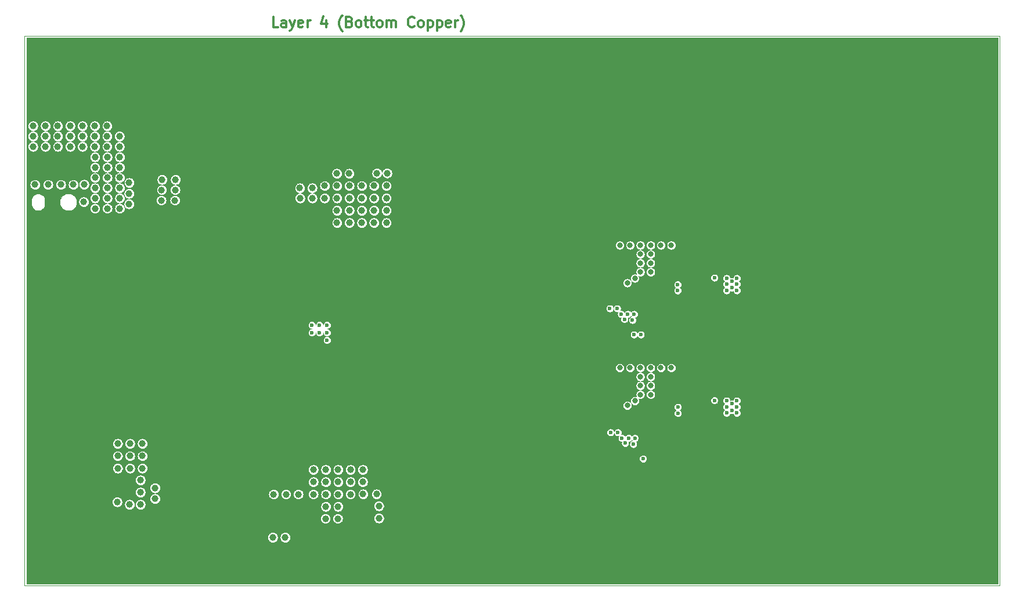
<source format=gbr>
G04 #@! TF.GenerationSoftware,KiCad,Pcbnew,(5.1.6)-1*
G04 #@! TF.CreationDate,2020-09-08T15:56:58+05:30*
G04 #@! TF.ProjectId,rj-2-4ghz-filter-amp,726a2d32-2d34-4676-987a-2d66696c7465,rev?*
G04 #@! TF.SameCoordinates,Original*
G04 #@! TF.FileFunction,Copper,L4,Bot*
G04 #@! TF.FilePolarity,Positive*
%FSLAX46Y46*%
G04 Gerber Fmt 4.6, Leading zero omitted, Abs format (unit mm)*
G04 Created by KiCad (PCBNEW (5.1.6)-1) date 2020-09-08 15:56:58*
%MOMM*%
%LPD*%
G01*
G04 APERTURE LIST*
G04 #@! TA.AperFunction,NonConductor*
%ADD10C,0.300000*%
G04 #@! TD*
G04 #@! TA.AperFunction,Profile*
%ADD11C,0.050000*%
G04 #@! TD*
G04 #@! TA.AperFunction,ComponentPad*
%ADD12C,6.400000*%
G04 #@! TD*
G04 #@! TA.AperFunction,ComponentPad*
%ADD13C,0.800000*%
G04 #@! TD*
G04 #@! TA.AperFunction,ComponentPad*
%ADD14C,0.287500*%
G04 #@! TD*
G04 #@! TA.AperFunction,ComponentPad*
%ADD15C,0.212500*%
G04 #@! TD*
G04 #@! TA.AperFunction,SMDPad,CuDef*
%ADD16R,5.000000X1.778000*%
G04 #@! TD*
G04 #@! TA.AperFunction,ViaPad*
%ADD17C,1.000000*%
G04 #@! TD*
G04 #@! TA.AperFunction,ViaPad*
%ADD18C,0.600000*%
G04 #@! TD*
G04 #@! TA.AperFunction,ViaPad*
%ADD19C,0.800000*%
G04 #@! TD*
G04 #@! TA.AperFunction,Conductor*
%ADD20C,0.100000*%
G04 #@! TD*
G04 APERTURE END LIST*
D10*
X128159728Y-41989131D02*
X127445442Y-41989131D01*
X127445442Y-40489131D01*
X129302585Y-41989131D02*
X129302585Y-41203417D01*
X129231157Y-41060560D01*
X129088300Y-40989131D01*
X128802585Y-40989131D01*
X128659728Y-41060560D01*
X129302585Y-41917702D02*
X129159728Y-41989131D01*
X128802585Y-41989131D01*
X128659728Y-41917702D01*
X128588300Y-41774845D01*
X128588300Y-41631988D01*
X128659728Y-41489131D01*
X128802585Y-41417702D01*
X129159728Y-41417702D01*
X129302585Y-41346274D01*
X129874014Y-40989131D02*
X130231157Y-41989131D01*
X130588300Y-40989131D02*
X130231157Y-41989131D01*
X130088300Y-42346274D01*
X130016871Y-42417702D01*
X129874014Y-42489131D01*
X131731157Y-41917702D02*
X131588300Y-41989131D01*
X131302585Y-41989131D01*
X131159728Y-41917702D01*
X131088300Y-41774845D01*
X131088300Y-41203417D01*
X131159728Y-41060560D01*
X131302585Y-40989131D01*
X131588300Y-40989131D01*
X131731157Y-41060560D01*
X131802585Y-41203417D01*
X131802585Y-41346274D01*
X131088300Y-41489131D01*
X132445442Y-41989131D02*
X132445442Y-40989131D01*
X132445442Y-41274845D02*
X132516871Y-41131988D01*
X132588300Y-41060560D01*
X132731157Y-40989131D01*
X132874014Y-40989131D01*
X135159728Y-40989131D02*
X135159728Y-41989131D01*
X134802585Y-40417702D02*
X134445442Y-41489131D01*
X135374014Y-41489131D01*
X137516871Y-42560560D02*
X137445442Y-42489131D01*
X137302585Y-42274845D01*
X137231157Y-42131988D01*
X137159728Y-41917702D01*
X137088300Y-41560560D01*
X137088300Y-41274845D01*
X137159728Y-40917702D01*
X137231157Y-40703417D01*
X137302585Y-40560560D01*
X137445442Y-40346274D01*
X137516871Y-40274845D01*
X138588300Y-41203417D02*
X138802585Y-41274845D01*
X138874014Y-41346274D01*
X138945442Y-41489131D01*
X138945442Y-41703417D01*
X138874014Y-41846274D01*
X138802585Y-41917702D01*
X138659728Y-41989131D01*
X138088300Y-41989131D01*
X138088300Y-40489131D01*
X138588300Y-40489131D01*
X138731157Y-40560560D01*
X138802585Y-40631988D01*
X138874014Y-40774845D01*
X138874014Y-40917702D01*
X138802585Y-41060560D01*
X138731157Y-41131988D01*
X138588300Y-41203417D01*
X138088300Y-41203417D01*
X139802585Y-41989131D02*
X139659728Y-41917702D01*
X139588300Y-41846274D01*
X139516871Y-41703417D01*
X139516871Y-41274845D01*
X139588300Y-41131988D01*
X139659728Y-41060560D01*
X139802585Y-40989131D01*
X140016871Y-40989131D01*
X140159728Y-41060560D01*
X140231157Y-41131988D01*
X140302585Y-41274845D01*
X140302585Y-41703417D01*
X140231157Y-41846274D01*
X140159728Y-41917702D01*
X140016871Y-41989131D01*
X139802585Y-41989131D01*
X140731157Y-40989131D02*
X141302585Y-40989131D01*
X140945442Y-40489131D02*
X140945442Y-41774845D01*
X141016871Y-41917702D01*
X141159728Y-41989131D01*
X141302585Y-41989131D01*
X141588300Y-40989131D02*
X142159728Y-40989131D01*
X141802585Y-40489131D02*
X141802585Y-41774845D01*
X141874014Y-41917702D01*
X142016871Y-41989131D01*
X142159728Y-41989131D01*
X142874014Y-41989131D02*
X142731157Y-41917702D01*
X142659728Y-41846274D01*
X142588300Y-41703417D01*
X142588300Y-41274845D01*
X142659728Y-41131988D01*
X142731157Y-41060560D01*
X142874014Y-40989131D01*
X143088300Y-40989131D01*
X143231157Y-41060560D01*
X143302585Y-41131988D01*
X143374014Y-41274845D01*
X143374014Y-41703417D01*
X143302585Y-41846274D01*
X143231157Y-41917702D01*
X143088300Y-41989131D01*
X142874014Y-41989131D01*
X144016871Y-41989131D02*
X144016871Y-40989131D01*
X144016871Y-41131988D02*
X144088300Y-41060560D01*
X144231157Y-40989131D01*
X144445442Y-40989131D01*
X144588300Y-41060560D01*
X144659728Y-41203417D01*
X144659728Y-41989131D01*
X144659728Y-41203417D02*
X144731157Y-41060560D01*
X144874014Y-40989131D01*
X145088300Y-40989131D01*
X145231157Y-41060560D01*
X145302585Y-41203417D01*
X145302585Y-41989131D01*
X148016871Y-41846274D02*
X147945442Y-41917702D01*
X147731157Y-41989131D01*
X147588300Y-41989131D01*
X147374014Y-41917702D01*
X147231157Y-41774845D01*
X147159728Y-41631988D01*
X147088300Y-41346274D01*
X147088300Y-41131988D01*
X147159728Y-40846274D01*
X147231157Y-40703417D01*
X147374014Y-40560560D01*
X147588300Y-40489131D01*
X147731157Y-40489131D01*
X147945442Y-40560560D01*
X148016871Y-40631988D01*
X148874014Y-41989131D02*
X148731157Y-41917702D01*
X148659728Y-41846274D01*
X148588300Y-41703417D01*
X148588300Y-41274845D01*
X148659728Y-41131988D01*
X148731157Y-41060560D01*
X148874014Y-40989131D01*
X149088300Y-40989131D01*
X149231157Y-41060560D01*
X149302585Y-41131988D01*
X149374014Y-41274845D01*
X149374014Y-41703417D01*
X149302585Y-41846274D01*
X149231157Y-41917702D01*
X149088300Y-41989131D01*
X148874014Y-41989131D01*
X150016871Y-40989131D02*
X150016871Y-42489131D01*
X150016871Y-41060560D02*
X150159728Y-40989131D01*
X150445442Y-40989131D01*
X150588300Y-41060560D01*
X150659728Y-41131988D01*
X150731157Y-41274845D01*
X150731157Y-41703417D01*
X150659728Y-41846274D01*
X150588300Y-41917702D01*
X150445442Y-41989131D01*
X150159728Y-41989131D01*
X150016871Y-41917702D01*
X151374014Y-40989131D02*
X151374014Y-42489131D01*
X151374014Y-41060560D02*
X151516871Y-40989131D01*
X151802585Y-40989131D01*
X151945442Y-41060560D01*
X152016871Y-41131988D01*
X152088300Y-41274845D01*
X152088300Y-41703417D01*
X152016871Y-41846274D01*
X151945442Y-41917702D01*
X151802585Y-41989131D01*
X151516871Y-41989131D01*
X151374014Y-41917702D01*
X153302585Y-41917702D02*
X153159728Y-41989131D01*
X152874014Y-41989131D01*
X152731157Y-41917702D01*
X152659728Y-41774845D01*
X152659728Y-41203417D01*
X152731157Y-41060560D01*
X152874014Y-40989131D01*
X153159728Y-40989131D01*
X153302585Y-41060560D01*
X153374014Y-41203417D01*
X153374014Y-41346274D01*
X152659728Y-41489131D01*
X154016871Y-41989131D02*
X154016871Y-40989131D01*
X154016871Y-41274845D02*
X154088300Y-41131988D01*
X154159728Y-41060560D01*
X154302585Y-40989131D01*
X154445442Y-40989131D01*
X154802585Y-42560560D02*
X154874014Y-42489131D01*
X155016871Y-42274845D01*
X155088300Y-42131988D01*
X155159728Y-41917702D01*
X155231157Y-41560560D01*
X155231157Y-41274845D01*
X155159728Y-40917702D01*
X155088300Y-40703417D01*
X155016871Y-40560560D01*
X154874014Y-40346274D01*
X154802585Y-40274845D01*
D11*
X233400600Y-43286680D02*
X91183460Y-43286680D01*
X91183460Y-43286680D02*
X91183460Y-123548140D01*
X233400600Y-123548140D02*
X233400600Y-43286680D01*
X91183460Y-123548140D02*
X233400600Y-123548140D01*
D12*
X193000000Y-110825280D03*
D13*
X195400000Y-110825280D03*
X194697056Y-112522336D03*
X193000000Y-113225280D03*
X191302944Y-112522336D03*
X190600000Y-110825280D03*
X191302944Y-109128224D03*
X193000000Y-108425280D03*
X194697056Y-109128224D03*
D12*
X193000000Y-68084700D03*
D13*
X195400000Y-68084700D03*
X194697056Y-69781756D03*
X193000000Y-70484700D03*
X191302944Y-69781756D03*
X190600000Y-68084700D03*
X191302944Y-66387644D03*
X193000000Y-65684700D03*
X194697056Y-66387644D03*
X98197056Y-46302944D03*
X96500000Y-45600000D03*
X94802944Y-46302944D03*
X94100000Y-48000000D03*
X94802944Y-49697056D03*
X96500000Y-50400000D03*
X98197056Y-49697056D03*
X98900000Y-48000000D03*
D12*
X96500000Y-48000000D03*
D13*
X98197056Y-116802944D03*
X96500000Y-116100000D03*
X94802944Y-116802944D03*
X94100000Y-118500000D03*
X94802944Y-120197056D03*
X96500000Y-120900000D03*
X98197056Y-120197056D03*
X98900000Y-118500000D03*
D12*
X96500000Y-118500000D03*
X228000000Y-118500000D03*
D13*
X230400000Y-118500000D03*
X229697056Y-120197056D03*
X228000000Y-120900000D03*
X226302944Y-120197056D03*
X225600000Y-118500000D03*
X226302944Y-116802944D03*
X228000000Y-116100000D03*
X229697056Y-116802944D03*
D12*
X228000000Y-48000000D03*
D13*
X230400000Y-48000000D03*
X229697056Y-49697056D03*
X228000000Y-50400000D03*
X226302944Y-49697056D03*
X225600000Y-48000000D03*
X226302944Y-46302944D03*
X228000000Y-45600000D03*
X229697056Y-46302944D03*
D14*
X183508680Y-82838940D03*
X183508680Y-82263940D03*
X183508680Y-81688940D03*
X183508680Y-81113940D03*
X183508680Y-80538940D03*
X182933680Y-82838940D03*
X182933680Y-82263940D03*
X182933680Y-81688940D03*
X182933680Y-81113940D03*
X182933680Y-80538940D03*
X182358680Y-82838940D03*
X182358680Y-82263940D03*
X182358680Y-81688940D03*
X182358680Y-81113940D03*
X182358680Y-80538940D03*
X181783680Y-82838940D03*
X181783680Y-82263940D03*
X181783680Y-81688940D03*
X181783680Y-81113940D03*
X181783680Y-80538940D03*
X181208680Y-82838940D03*
X181208680Y-82263940D03*
X181208680Y-81688940D03*
X181208680Y-81113940D03*
X181208680Y-80538940D03*
X183508680Y-100740201D03*
X183508680Y-100165201D03*
X183508680Y-99590201D03*
X183508680Y-99015201D03*
X183508680Y-98440201D03*
X182933680Y-100740201D03*
X182933680Y-100165201D03*
X182933680Y-99590201D03*
X182933680Y-99015201D03*
X182933680Y-98440201D03*
X182358680Y-100740201D03*
X182358680Y-100165201D03*
X182358680Y-99590201D03*
X182358680Y-99015201D03*
X182358680Y-98440201D03*
X181783680Y-100740201D03*
X181783680Y-100165201D03*
X181783680Y-99590201D03*
X181783680Y-99015201D03*
X181783680Y-98440201D03*
X181208680Y-100740201D03*
X181208680Y-100165201D03*
X181208680Y-99590201D03*
X181208680Y-99015201D03*
X181208680Y-98440201D03*
D15*
X137732320Y-89985400D03*
X137732320Y-89560400D03*
X137732320Y-89135400D03*
X137732320Y-88710400D03*
X137307320Y-89985400D03*
X137307320Y-89560400D03*
X137307320Y-89135400D03*
X137307320Y-88710400D03*
X136882320Y-89985400D03*
X136882320Y-89560400D03*
X136882320Y-89135400D03*
X136882320Y-88710400D03*
X136457320Y-89985400D03*
X136457320Y-89560400D03*
X136457320Y-89135400D03*
X136457320Y-88710400D03*
D16*
X230474520Y-95014571D03*
X230474520Y-88664571D03*
X94073980Y-93538040D03*
X94073980Y-87188040D03*
D17*
X104180640Y-119522240D03*
X109260640Y-119522240D03*
X111800640Y-119522240D03*
X129580640Y-119522240D03*
X132120640Y-119522240D03*
X134660640Y-119522240D03*
X119420640Y-119522240D03*
X121960640Y-119522240D03*
X101640640Y-119522240D03*
X127040640Y-119522240D03*
X139740640Y-119522240D03*
X142280640Y-119522240D03*
X144820640Y-119522240D03*
X147360640Y-119522240D03*
X137200640Y-119522240D03*
X106720640Y-119522240D03*
X114340640Y-119522240D03*
X116880640Y-119522240D03*
X124500640Y-119522240D03*
X157520640Y-122062240D03*
X160060640Y-122062240D03*
X101640640Y-122062240D03*
X109260640Y-122062240D03*
X142280640Y-122062240D03*
X144820640Y-122062240D03*
X147360640Y-122062240D03*
X114340640Y-122062240D03*
X149900640Y-122062240D03*
X152440640Y-122062240D03*
X154980640Y-122062240D03*
X121960640Y-122062240D03*
X116880640Y-122062240D03*
X119420640Y-122062240D03*
X106720640Y-122062240D03*
X129580640Y-122062240D03*
X124500640Y-122062240D03*
X127040640Y-122062240D03*
X104180640Y-122062240D03*
X132120640Y-122062240D03*
X134660640Y-122062240D03*
X137200640Y-122062240D03*
X111800640Y-122062240D03*
X139740640Y-122062240D03*
X190540640Y-119522240D03*
X210860640Y-119522240D03*
X223560640Y-119522240D03*
X167680640Y-119522240D03*
X195620640Y-119522240D03*
X203240640Y-119522240D03*
X154980640Y-119522240D03*
X165140640Y-119522240D03*
X177840640Y-119522240D03*
X149900640Y-119522240D03*
X213400640Y-119522240D03*
X162600640Y-119522240D03*
X152440640Y-119522240D03*
X221020640Y-119522240D03*
X172760640Y-119522240D03*
X160060640Y-119522240D03*
X170220640Y-119522240D03*
X175300640Y-119522240D03*
X188000640Y-119522240D03*
X205780640Y-119522240D03*
X182920640Y-119522240D03*
X180380640Y-119522240D03*
X185460640Y-119522240D03*
X218480640Y-119522240D03*
X208320640Y-119522240D03*
X157520640Y-119522240D03*
X215940640Y-119522240D03*
X193080640Y-119522240D03*
X198160640Y-119522240D03*
X200700640Y-119522240D03*
X215940640Y-122062240D03*
X218480640Y-122062240D03*
X221020640Y-122062240D03*
X223560640Y-122062240D03*
X180380640Y-122062240D03*
X182920640Y-122062240D03*
X185460640Y-122062240D03*
X175300640Y-122062240D03*
X190540640Y-122062240D03*
X195620640Y-122062240D03*
X205780640Y-122062240D03*
X167680640Y-122062240D03*
X170220640Y-122062240D03*
X177840640Y-122062240D03*
X165140640Y-122062240D03*
X193080640Y-122062240D03*
X172760640Y-122062240D03*
X162600640Y-122062240D03*
X200700640Y-122062240D03*
X188000640Y-122062240D03*
X198160640Y-122062240D03*
X203240640Y-122062240D03*
X210860640Y-122062240D03*
X208320640Y-122062240D03*
X213400640Y-122062240D03*
D18*
X176441100Y-78666340D03*
X175422560Y-77162660D03*
X174622460Y-74353420D03*
X177556160Y-78676500D03*
X174622460Y-76278740D03*
X176420780Y-77551280D03*
X174571660Y-75331320D03*
X175562260Y-73665080D03*
X120325000Y-59315300D03*
X120325000Y-60315300D03*
X120325000Y-58315300D03*
X115525000Y-58315300D03*
X116725000Y-59315300D03*
X116725000Y-58315300D03*
X115525000Y-59315300D03*
X115525000Y-60315300D03*
X116725000Y-60315300D03*
X117975000Y-65315300D03*
X119175000Y-65315300D03*
X119175000Y-61315300D03*
X119175000Y-59315300D03*
X119175000Y-60315300D03*
X117975000Y-64315300D03*
X119175000Y-64315300D03*
X117975000Y-61315300D03*
X117975000Y-62315300D03*
X117975000Y-63315300D03*
X119175000Y-63315300D03*
X117975000Y-60315300D03*
X119175000Y-58315300D03*
X119175000Y-62315300D03*
X117975000Y-59315300D03*
X117975000Y-58315300D03*
X187166680Y-77100000D03*
X188166680Y-77100000D03*
X188691680Y-76250000D03*
X190166680Y-77100000D03*
X189166680Y-77100000D03*
X186016680Y-78425000D03*
X184441680Y-78975000D03*
X185316680Y-78975000D03*
X189666680Y-76250000D03*
X188716680Y-75350000D03*
X189666680Y-75350000D03*
X192366680Y-75350000D03*
X188716680Y-74475000D03*
X187916680Y-73750000D03*
X191491680Y-75350000D03*
X190591680Y-75350000D03*
X114683460Y-109640580D03*
X117240560Y-91678760D03*
X115255040Y-86360000D03*
X116255040Y-86360000D03*
X117255040Y-86360000D03*
X118255040Y-86360000D03*
X119255040Y-86360000D03*
X115255040Y-87360000D03*
X116255040Y-87360000D03*
X117255040Y-87360000D03*
X118255040Y-87360000D03*
X119255040Y-87360000D03*
X115255040Y-88360000D03*
X116255040Y-88360000D03*
X117255040Y-88360000D03*
X118255040Y-88360000D03*
X119255040Y-88360000D03*
X110908460Y-113465580D03*
X112208460Y-113465580D03*
X109508460Y-115990580D03*
X110008460Y-117190580D03*
X111308460Y-117165580D03*
X112658460Y-117165580D03*
X114008460Y-117165580D03*
X119733460Y-104490580D03*
X119733460Y-105590580D03*
X119708460Y-106715580D03*
X124908460Y-105540580D03*
X124908460Y-106740580D03*
X124883460Y-107990580D03*
X126233460Y-106890580D03*
X126133460Y-108115580D03*
X127083460Y-107590580D03*
X124908460Y-104390580D03*
X111708460Y-112490580D03*
X115883460Y-109640580D03*
X114683460Y-108640580D03*
X115883460Y-108640580D03*
X114683460Y-107640580D03*
X115883460Y-107640580D03*
X114683460Y-106640580D03*
X115883460Y-106640580D03*
X114683460Y-105640580D03*
X115883460Y-105640580D03*
X114683460Y-104640580D03*
X115883460Y-104640580D03*
X114683460Y-103640580D03*
X115883460Y-103640580D03*
X114683460Y-102640580D03*
X115883460Y-102640580D03*
D19*
X112200000Y-69165300D03*
X113975000Y-69165300D03*
X115825000Y-69165300D03*
X112200000Y-70765300D03*
X112200000Y-72365300D03*
X112200000Y-73965300D03*
X114125000Y-73040300D03*
X114100000Y-74215300D03*
X115625000Y-73040300D03*
X115625000Y-74215300D03*
X117125000Y-73040300D03*
X117150000Y-74190300D03*
X130400000Y-63115300D03*
X128850000Y-63140300D03*
X128500000Y-61740300D03*
X128475000Y-60290300D03*
X130050000Y-59615300D03*
X127000000Y-59590300D03*
X125150000Y-59590300D03*
X123350000Y-59590300D03*
X123275000Y-62490300D03*
X123300000Y-61015300D03*
D18*
X175891680Y-105200000D03*
X176941680Y-105200000D03*
X177991680Y-105200000D03*
X184441680Y-96900000D03*
X185316680Y-96900000D03*
X186016680Y-96350000D03*
X186641680Y-95775000D03*
X187166680Y-95025000D03*
X188166680Y-95025000D03*
X189166680Y-95025000D03*
X190166680Y-95025000D03*
X188691680Y-94175000D03*
X189666680Y-94175000D03*
X188716680Y-93275000D03*
X189666680Y-93275000D03*
X190591680Y-93275000D03*
X191491680Y-93275000D03*
X188716680Y-92400000D03*
X187916680Y-91675000D03*
X192366680Y-93275000D03*
X176471580Y-87083900D03*
X177690780Y-87083900D03*
X178808380Y-87083900D03*
X177385980Y-88074500D03*
X178592480Y-88099900D03*
X179811680Y-88290400D03*
X181030880Y-88277700D03*
X102420420Y-88325960D03*
X101208840Y-87198200D03*
X99936300Y-88348820D03*
D19*
X112488980Y-93774260D03*
X114150140Y-92356940D03*
X116288820Y-92379800D03*
X118633240Y-92445840D03*
D18*
X117240560Y-92494860D03*
D19*
X117325140Y-84919820D03*
D18*
X139801600Y-88442800D03*
X136555480Y-91650820D03*
X137530840Y-91658440D03*
X177591720Y-96624140D03*
X176476660Y-96613980D03*
X176456340Y-95498920D03*
X175458120Y-95110300D03*
X174658020Y-94226380D03*
X174607220Y-93278960D03*
X174658020Y-92301060D03*
X175597820Y-91612720D03*
X186641680Y-77850000D03*
X134068820Y-73731120D03*
X134990840Y-73731120D03*
X135915400Y-73753980D03*
X136537700Y-72278240D03*
X133144260Y-72278240D03*
D17*
X95816420Y-70675500D03*
X97616420Y-70675500D03*
X99416420Y-70675500D03*
X101216420Y-70675500D03*
X103016420Y-70675500D03*
X104816420Y-70675500D03*
X106565700Y-70772020D03*
X95445580Y-72405980D03*
X101216420Y-72375500D03*
X103016420Y-72375500D03*
X104816420Y-72375500D03*
X106616420Y-72375500D03*
X108315760Y-72572880D03*
X95445580Y-74105980D03*
X101216420Y-74075500D03*
X103016420Y-74075500D03*
X104816420Y-74075500D03*
X106616420Y-74075500D03*
X108416420Y-74075500D03*
X95816420Y-75775500D03*
X97616420Y-75775500D03*
X99416420Y-75775500D03*
X101216420Y-75775500D03*
X103016420Y-75775500D03*
X104816420Y-75775500D03*
X106616420Y-75775500D03*
X108416420Y-75775500D03*
X109694980Y-73398380D03*
X109758480Y-74940160D03*
X96740980Y-73225660D03*
D19*
X110434120Y-69159120D03*
D17*
X147025360Y-61163200D03*
X149565360Y-61163200D03*
X152105360Y-61163200D03*
X154645360Y-61163200D03*
X157185360Y-61163200D03*
X159725360Y-61163200D03*
X162265360Y-61163200D03*
X164805360Y-61163200D03*
X167345360Y-61163200D03*
X169885360Y-61163200D03*
X172425360Y-61163200D03*
X174965360Y-61163200D03*
X177505360Y-61163200D03*
X180045360Y-61163200D03*
D18*
X183949340Y-102971600D03*
X186575700Y-103845360D03*
X186669680Y-105006140D03*
X186697620Y-106415840D03*
X186410600Y-107850940D03*
X184894220Y-107823000D03*
X177479960Y-106580940D03*
X106293920Y-91241880D03*
X186550300Y-85559900D03*
X185900060Y-86812120D03*
X185859420Y-88036400D03*
X183614060Y-84963000D03*
D17*
X92671900Y-95587820D03*
X95211900Y-95587820D03*
X92671900Y-98127820D03*
X95211900Y-98127820D03*
X92671900Y-100667820D03*
X95211900Y-100667820D03*
X92613480Y-85371940D03*
X95153480Y-85371940D03*
X92613480Y-82831940D03*
X95153480Y-82831940D03*
X92613480Y-80291940D03*
X95153480Y-80291940D03*
X92613480Y-77751940D03*
X95153480Y-77751940D03*
X229108000Y-97048320D03*
X231648000Y-97048320D03*
X229108000Y-99588320D03*
X231648000Y-99588320D03*
X229108000Y-102128320D03*
X231648000Y-102128320D03*
X229108000Y-104668320D03*
X231648000Y-104668320D03*
X229108000Y-107208320D03*
X231648000Y-107208320D03*
X229108000Y-109748320D03*
X231648000Y-109748320D03*
X229108000Y-112288320D03*
X231648000Y-112288320D03*
X229229920Y-86405720D03*
X231769920Y-86405720D03*
X229229920Y-83865720D03*
X231769920Y-83865720D03*
X229229920Y-81325720D03*
X231769920Y-81325720D03*
X229229920Y-78785720D03*
X231769920Y-78785720D03*
X229229920Y-76245720D03*
X231769920Y-76245720D03*
X229229920Y-73705720D03*
X231769920Y-73705720D03*
X229229920Y-71165720D03*
X231769920Y-71165720D03*
X229229920Y-68625720D03*
X231769920Y-68625720D03*
X229229920Y-66085720D03*
X231769920Y-66085720D03*
X229229920Y-63545720D03*
X231769920Y-63545720D03*
X229229920Y-61005720D03*
X231769920Y-61005720D03*
X229229920Y-58465720D03*
X231769920Y-58465720D03*
X229229920Y-55925720D03*
X231769920Y-55925720D03*
X229229920Y-53385720D03*
X231769920Y-53385720D03*
X231769920Y-50845720D03*
D18*
X106090720Y-89448640D03*
D17*
X101092000Y-47261780D03*
X103632000Y-47261780D03*
X106172000Y-47261780D03*
X108712000Y-47261780D03*
X111252000Y-47261780D03*
X113792000Y-47261780D03*
X116332000Y-47261780D03*
X118872000Y-47261780D03*
X121412000Y-47261780D03*
X123952000Y-47261780D03*
X126492000Y-47261780D03*
X129032000Y-47261780D03*
X131572000Y-47261780D03*
X134112000Y-47261780D03*
X136652000Y-47261780D03*
X139192000Y-47261780D03*
X141732000Y-47261780D03*
X144272000Y-47261780D03*
X146812000Y-47261780D03*
X149352000Y-47261780D03*
X151892000Y-47261780D03*
X154432000Y-47261780D03*
X156972000Y-47261780D03*
X159512000Y-47261780D03*
X162052000Y-47261780D03*
X164592000Y-47261780D03*
X167132000Y-47261780D03*
X169672000Y-47261780D03*
X172212000Y-47261780D03*
X174752000Y-47261780D03*
X177292000Y-47261780D03*
X179832000Y-47261780D03*
X182372000Y-47261780D03*
X184912000Y-47261780D03*
X187452000Y-47261780D03*
X189992000Y-47261780D03*
X192532000Y-47261780D03*
X195072000Y-47261780D03*
X197612000Y-47261780D03*
X200152000Y-47261780D03*
X202692000Y-47261780D03*
X205232000Y-47261780D03*
X207772000Y-47261780D03*
X210312000Y-47261780D03*
X212852000Y-47261780D03*
X215392000Y-47261780D03*
X217932000Y-47261780D03*
X220472000Y-47261780D03*
X223012000Y-47261780D03*
X101092000Y-44721780D03*
X103632000Y-44721780D03*
X106172000Y-44721780D03*
X108712000Y-44721780D03*
X111252000Y-44721780D03*
X113792000Y-44721780D03*
X116332000Y-44721780D03*
X118872000Y-44721780D03*
X121412000Y-44721780D03*
X123952000Y-44721780D03*
X126492000Y-44721780D03*
X129032000Y-44721780D03*
X131572000Y-44721780D03*
X134112000Y-44721780D03*
X136652000Y-44721780D03*
X139192000Y-44721780D03*
X141732000Y-44721780D03*
X144272000Y-44721780D03*
X146812000Y-44721780D03*
X149352000Y-44721780D03*
X151892000Y-44721780D03*
X154432000Y-44721780D03*
X156972000Y-44721780D03*
X159512000Y-44721780D03*
X162052000Y-44721780D03*
X164592000Y-44721780D03*
X167132000Y-44721780D03*
X169672000Y-44721780D03*
X172212000Y-44721780D03*
X174752000Y-44721780D03*
X177292000Y-44721780D03*
X179832000Y-44721780D03*
X182372000Y-44721780D03*
X184912000Y-44721780D03*
X187452000Y-44721780D03*
X189992000Y-44721780D03*
X192532000Y-44721780D03*
X195072000Y-44721780D03*
X197612000Y-44721780D03*
X200152000Y-44721780D03*
X202692000Y-44721780D03*
X205232000Y-44721780D03*
X207772000Y-44721780D03*
X210312000Y-44721780D03*
X212852000Y-44721780D03*
X215392000Y-44721780D03*
X217932000Y-44721780D03*
X220472000Y-44721780D03*
X223012000Y-44721780D03*
X231648000Y-114828320D03*
X231556560Y-122085100D03*
X92760800Y-122077480D03*
X92923360Y-54117240D03*
X95194120Y-54109620D03*
X92948760Y-51676300D03*
X92583000Y-44625260D03*
X231731820Y-44691300D03*
X136725000Y-63365300D03*
X138525000Y-63365300D03*
D19*
X179091680Y-79350000D03*
X180191680Y-78675000D03*
X177991680Y-73850000D03*
X180991680Y-77750000D03*
X182491680Y-75150000D03*
X182491680Y-73850000D03*
X179491680Y-73850000D03*
X180991680Y-73850000D03*
X182491680Y-76450000D03*
X182491680Y-77750000D03*
X180991680Y-76450000D03*
X180991680Y-75150000D03*
X183991680Y-73850000D03*
X185491680Y-73850000D03*
D18*
X193566680Y-80450000D03*
X195066680Y-80450000D03*
X194341680Y-80050000D03*
X193566680Y-78650000D03*
X193566680Y-79550000D03*
X195066680Y-78650000D03*
X195066680Y-79550000D03*
X186441680Y-80475000D03*
X191791680Y-78600000D03*
X194341680Y-79100000D03*
X186441680Y-79575000D03*
X181066680Y-86900000D03*
X179841680Y-84775000D03*
X178666680Y-84650000D03*
X180066680Y-86900000D03*
X177616680Y-83075000D03*
X179166680Y-83900000D03*
X178191680Y-83900000D03*
X176541680Y-83075000D03*
X180091680Y-83900000D03*
D17*
X136750000Y-70565300D03*
X138550000Y-70565300D03*
X140350000Y-70565300D03*
X142150000Y-70565300D03*
X143950000Y-70565300D03*
X136750000Y-68765300D03*
X138550000Y-68765300D03*
X140350000Y-68765300D03*
X142150000Y-68765300D03*
X143950000Y-68765300D03*
X136750000Y-66965300D03*
X138550000Y-66965300D03*
X140350000Y-66965300D03*
X142150000Y-66965300D03*
X143950000Y-66965300D03*
X138550000Y-65165300D03*
X140350000Y-65165300D03*
X142150000Y-65165300D03*
X143950000Y-65165300D03*
X144050000Y-63315300D03*
X142575000Y-63315300D03*
X134950000Y-66965300D03*
X133150000Y-66965300D03*
X131350000Y-66965300D03*
X136750000Y-65165300D03*
X134950000Y-65165300D03*
X133125000Y-65490300D03*
X131325000Y-65490300D03*
D18*
X133100000Y-85500000D03*
X134200000Y-85500000D03*
X135300000Y-85500000D03*
X133100000Y-86600000D03*
X134200000Y-86600000D03*
X135300000Y-86600000D03*
X135300000Y-87700000D03*
D17*
X108083460Y-108140580D03*
X110208460Y-109290580D03*
X110208460Y-110865580D03*
X106483460Y-111715580D03*
X108083460Y-111715580D03*
X108083460Y-109915580D03*
X104683460Y-111340580D03*
X111225000Y-64265300D03*
X113200000Y-64265300D03*
X111175000Y-65765300D03*
X113150000Y-65765300D03*
X111125000Y-67290300D03*
X113100000Y-67290300D03*
X104758460Y-102815580D03*
X106558460Y-102815580D03*
X108358460Y-102815580D03*
X104758460Y-104615580D03*
X106558460Y-104615580D03*
X108358460Y-104615580D03*
X104758460Y-106415580D03*
X106558460Y-106415580D03*
X108358460Y-106415580D03*
X92417900Y-56426100D03*
X94217900Y-56426100D03*
X96017900Y-56426100D03*
X97817900Y-56426100D03*
X99617900Y-56426100D03*
X101417900Y-56426100D03*
X103217900Y-56426100D03*
X92417900Y-57926100D03*
X94217900Y-57926100D03*
X96017900Y-57926100D03*
X97817900Y-57926100D03*
X99617900Y-57926100D03*
X101417900Y-57926100D03*
X103217900Y-57926100D03*
X105017900Y-57926100D03*
X92417900Y-59426100D03*
X94217900Y-59426100D03*
X96017900Y-59426100D03*
X97817900Y-59426100D03*
X99617900Y-59426100D03*
X101417900Y-59426100D03*
X103217900Y-59426100D03*
X105017900Y-59426100D03*
X101447600Y-60972700D03*
X103247600Y-60972700D03*
X105047600Y-60972700D03*
X101447600Y-62472700D03*
X103247600Y-62472700D03*
X105047600Y-62472700D03*
X101447600Y-63972700D03*
X103247600Y-63972700D03*
X105047600Y-63972700D03*
X101447600Y-65472700D03*
X103247600Y-65472700D03*
X105047600Y-65472700D03*
X101447600Y-66972700D03*
X103247600Y-66972700D03*
X105047600Y-66972700D03*
X101447600Y-68472700D03*
X103247600Y-68472700D03*
X105047600Y-68472700D03*
X92710000Y-64985900D03*
X94602300Y-64985900D03*
X96481900Y-64985900D03*
X98285300Y-64985900D03*
X99860100Y-64960500D03*
X99809300Y-67513200D03*
X106413300Y-66306700D03*
X106438700Y-64706500D03*
X106400600Y-67830700D03*
D19*
X180991680Y-95650000D03*
D18*
X178766680Y-102750000D03*
D17*
X135058460Y-113765580D03*
X136858460Y-113765580D03*
X140558460Y-110190580D03*
X142508460Y-110190580D03*
X140508460Y-108415580D03*
X140508460Y-106615580D03*
X142858460Y-113715580D03*
X142858460Y-111915580D03*
X127508460Y-110215580D03*
X129308460Y-110215580D03*
X131108460Y-110215580D03*
X127383460Y-116515580D03*
X129183460Y-116515580D03*
X133308460Y-106615580D03*
X135108460Y-106615580D03*
X136908460Y-106615580D03*
X138708460Y-106615580D03*
X133308460Y-108415580D03*
X135108460Y-108415580D03*
X136908460Y-108415580D03*
X138708460Y-108415580D03*
X133308460Y-110215580D03*
X135108460Y-110215580D03*
X136908460Y-110215580D03*
X138708460Y-110215580D03*
X135108460Y-112015580D03*
X136908460Y-112015580D03*
D18*
X176641680Y-101175000D03*
X177716680Y-101175000D03*
X178291680Y-102000000D03*
X179266680Y-102000000D03*
X180191680Y-102000000D03*
X179966680Y-102900000D03*
X181386480Y-105029000D03*
D19*
X182491680Y-95650000D03*
X180991680Y-94350000D03*
X182491680Y-94350000D03*
X180991680Y-93050000D03*
X182491680Y-93050000D03*
X180991680Y-91750000D03*
X182491680Y-91750000D03*
X183991680Y-91750000D03*
X185491680Y-91750000D03*
X179491680Y-91750000D03*
X177991680Y-91750000D03*
X180191680Y-96575000D03*
X179091680Y-97250000D03*
D18*
X186466680Y-98375000D03*
X186466680Y-97475000D03*
X191791680Y-96500000D03*
X193566680Y-96550000D03*
X195066680Y-96550000D03*
X193566680Y-97450000D03*
X195066680Y-97450000D03*
X193566680Y-98350000D03*
X195066680Y-98350000D03*
X194341680Y-97000000D03*
X194341680Y-97950000D03*
D20*
G36*
X233125600Y-123273140D02*
G01*
X91458460Y-123273140D01*
X91458460Y-116441711D01*
X126633460Y-116441711D01*
X126633460Y-116589449D01*
X126662282Y-116734347D01*
X126718819Y-116870838D01*
X126800897Y-116993677D01*
X126905363Y-117098143D01*
X127028202Y-117180221D01*
X127164693Y-117236758D01*
X127309591Y-117265580D01*
X127457329Y-117265580D01*
X127602227Y-117236758D01*
X127738718Y-117180221D01*
X127861557Y-117098143D01*
X127966023Y-116993677D01*
X128048101Y-116870838D01*
X128104638Y-116734347D01*
X128133460Y-116589449D01*
X128133460Y-116441711D01*
X128433460Y-116441711D01*
X128433460Y-116589449D01*
X128462282Y-116734347D01*
X128518819Y-116870838D01*
X128600897Y-116993677D01*
X128705363Y-117098143D01*
X128828202Y-117180221D01*
X128964693Y-117236758D01*
X129109591Y-117265580D01*
X129257329Y-117265580D01*
X129402227Y-117236758D01*
X129538718Y-117180221D01*
X129661557Y-117098143D01*
X129766023Y-116993677D01*
X129848101Y-116870838D01*
X129904638Y-116734347D01*
X129933460Y-116589449D01*
X129933460Y-116441711D01*
X129904638Y-116296813D01*
X129848101Y-116160322D01*
X129766023Y-116037483D01*
X129661557Y-115933017D01*
X129538718Y-115850939D01*
X129402227Y-115794402D01*
X129257329Y-115765580D01*
X129109591Y-115765580D01*
X128964693Y-115794402D01*
X128828202Y-115850939D01*
X128705363Y-115933017D01*
X128600897Y-116037483D01*
X128518819Y-116160322D01*
X128462282Y-116296813D01*
X128433460Y-116441711D01*
X128133460Y-116441711D01*
X128104638Y-116296813D01*
X128048101Y-116160322D01*
X127966023Y-116037483D01*
X127861557Y-115933017D01*
X127738718Y-115850939D01*
X127602227Y-115794402D01*
X127457329Y-115765580D01*
X127309591Y-115765580D01*
X127164693Y-115794402D01*
X127028202Y-115850939D01*
X126905363Y-115933017D01*
X126800897Y-116037483D01*
X126718819Y-116160322D01*
X126662282Y-116296813D01*
X126633460Y-116441711D01*
X91458460Y-116441711D01*
X91458460Y-113691711D01*
X134308460Y-113691711D01*
X134308460Y-113839449D01*
X134337282Y-113984347D01*
X134393819Y-114120838D01*
X134475897Y-114243677D01*
X134580363Y-114348143D01*
X134703202Y-114430221D01*
X134839693Y-114486758D01*
X134984591Y-114515580D01*
X135132329Y-114515580D01*
X135277227Y-114486758D01*
X135413718Y-114430221D01*
X135536557Y-114348143D01*
X135641023Y-114243677D01*
X135723101Y-114120838D01*
X135779638Y-113984347D01*
X135808460Y-113839449D01*
X135808460Y-113691711D01*
X136108460Y-113691711D01*
X136108460Y-113839449D01*
X136137282Y-113984347D01*
X136193819Y-114120838D01*
X136275897Y-114243677D01*
X136380363Y-114348143D01*
X136503202Y-114430221D01*
X136639693Y-114486758D01*
X136784591Y-114515580D01*
X136932329Y-114515580D01*
X137077227Y-114486758D01*
X137213718Y-114430221D01*
X137336557Y-114348143D01*
X137441023Y-114243677D01*
X137523101Y-114120838D01*
X137579638Y-113984347D01*
X137608460Y-113839449D01*
X137608460Y-113691711D01*
X137598515Y-113641711D01*
X142108460Y-113641711D01*
X142108460Y-113789449D01*
X142137282Y-113934347D01*
X142193819Y-114070838D01*
X142275897Y-114193677D01*
X142380363Y-114298143D01*
X142503202Y-114380221D01*
X142639693Y-114436758D01*
X142784591Y-114465580D01*
X142932329Y-114465580D01*
X143077227Y-114436758D01*
X143213718Y-114380221D01*
X143336557Y-114298143D01*
X143441023Y-114193677D01*
X143523101Y-114070838D01*
X143579638Y-113934347D01*
X143608460Y-113789449D01*
X143608460Y-113641711D01*
X143579638Y-113496813D01*
X143523101Y-113360322D01*
X143441023Y-113237483D01*
X143336557Y-113133017D01*
X143213718Y-113050939D01*
X143077227Y-112994402D01*
X142932329Y-112965580D01*
X142784591Y-112965580D01*
X142639693Y-112994402D01*
X142503202Y-113050939D01*
X142380363Y-113133017D01*
X142275897Y-113237483D01*
X142193819Y-113360322D01*
X142137282Y-113496813D01*
X142108460Y-113641711D01*
X137598515Y-113641711D01*
X137579638Y-113546813D01*
X137523101Y-113410322D01*
X137441023Y-113287483D01*
X137336557Y-113183017D01*
X137213718Y-113100939D01*
X137077227Y-113044402D01*
X136932329Y-113015580D01*
X136784591Y-113015580D01*
X136639693Y-113044402D01*
X136503202Y-113100939D01*
X136380363Y-113183017D01*
X136275897Y-113287483D01*
X136193819Y-113410322D01*
X136137282Y-113546813D01*
X136108460Y-113691711D01*
X135808460Y-113691711D01*
X135779638Y-113546813D01*
X135723101Y-113410322D01*
X135641023Y-113287483D01*
X135536557Y-113183017D01*
X135413718Y-113100939D01*
X135277227Y-113044402D01*
X135132329Y-113015580D01*
X134984591Y-113015580D01*
X134839693Y-113044402D01*
X134703202Y-113100939D01*
X134580363Y-113183017D01*
X134475897Y-113287483D01*
X134393819Y-113410322D01*
X134337282Y-113546813D01*
X134308460Y-113691711D01*
X91458460Y-113691711D01*
X91458460Y-111266711D01*
X103933460Y-111266711D01*
X103933460Y-111414449D01*
X103962282Y-111559347D01*
X104018819Y-111695838D01*
X104100897Y-111818677D01*
X104205363Y-111923143D01*
X104328202Y-112005221D01*
X104464693Y-112061758D01*
X104609591Y-112090580D01*
X104757329Y-112090580D01*
X104902227Y-112061758D01*
X105038718Y-112005221D01*
X105161557Y-111923143D01*
X105266023Y-111818677D01*
X105348101Y-111695838D01*
X105370521Y-111641711D01*
X105733460Y-111641711D01*
X105733460Y-111789449D01*
X105762282Y-111934347D01*
X105818819Y-112070838D01*
X105900897Y-112193677D01*
X106005363Y-112298143D01*
X106128202Y-112380221D01*
X106264693Y-112436758D01*
X106409591Y-112465580D01*
X106557329Y-112465580D01*
X106702227Y-112436758D01*
X106838718Y-112380221D01*
X106961557Y-112298143D01*
X107066023Y-112193677D01*
X107148101Y-112070838D01*
X107204638Y-111934347D01*
X107233460Y-111789449D01*
X107233460Y-111641711D01*
X107333460Y-111641711D01*
X107333460Y-111789449D01*
X107362282Y-111934347D01*
X107418819Y-112070838D01*
X107500897Y-112193677D01*
X107605363Y-112298143D01*
X107728202Y-112380221D01*
X107864693Y-112436758D01*
X108009591Y-112465580D01*
X108157329Y-112465580D01*
X108302227Y-112436758D01*
X108438718Y-112380221D01*
X108561557Y-112298143D01*
X108666023Y-112193677D01*
X108748101Y-112070838D01*
X108801587Y-111941711D01*
X134358460Y-111941711D01*
X134358460Y-112089449D01*
X134387282Y-112234347D01*
X134443819Y-112370838D01*
X134525897Y-112493677D01*
X134630363Y-112598143D01*
X134753202Y-112680221D01*
X134889693Y-112736758D01*
X135034591Y-112765580D01*
X135182329Y-112765580D01*
X135327227Y-112736758D01*
X135463718Y-112680221D01*
X135586557Y-112598143D01*
X135691023Y-112493677D01*
X135773101Y-112370838D01*
X135829638Y-112234347D01*
X135858460Y-112089449D01*
X135858460Y-111941711D01*
X136158460Y-111941711D01*
X136158460Y-112089449D01*
X136187282Y-112234347D01*
X136243819Y-112370838D01*
X136325897Y-112493677D01*
X136430363Y-112598143D01*
X136553202Y-112680221D01*
X136689693Y-112736758D01*
X136834591Y-112765580D01*
X136982329Y-112765580D01*
X137127227Y-112736758D01*
X137263718Y-112680221D01*
X137386557Y-112598143D01*
X137491023Y-112493677D01*
X137573101Y-112370838D01*
X137629638Y-112234347D01*
X137658460Y-112089449D01*
X137658460Y-111941711D01*
X137638569Y-111841711D01*
X142108460Y-111841711D01*
X142108460Y-111989449D01*
X142137282Y-112134347D01*
X142193819Y-112270838D01*
X142275897Y-112393677D01*
X142380363Y-112498143D01*
X142503202Y-112580221D01*
X142639693Y-112636758D01*
X142784591Y-112665580D01*
X142932329Y-112665580D01*
X143077227Y-112636758D01*
X143213718Y-112580221D01*
X143336557Y-112498143D01*
X143441023Y-112393677D01*
X143523101Y-112270838D01*
X143579638Y-112134347D01*
X143608460Y-111989449D01*
X143608460Y-111841711D01*
X143579638Y-111696813D01*
X143523101Y-111560322D01*
X143441023Y-111437483D01*
X143336557Y-111333017D01*
X143213718Y-111250939D01*
X143077227Y-111194402D01*
X142932329Y-111165580D01*
X142784591Y-111165580D01*
X142639693Y-111194402D01*
X142503202Y-111250939D01*
X142380363Y-111333017D01*
X142275897Y-111437483D01*
X142193819Y-111560322D01*
X142137282Y-111696813D01*
X142108460Y-111841711D01*
X137638569Y-111841711D01*
X137629638Y-111796813D01*
X137573101Y-111660322D01*
X137491023Y-111537483D01*
X137386557Y-111433017D01*
X137263718Y-111350939D01*
X137127227Y-111294402D01*
X136982329Y-111265580D01*
X136834591Y-111265580D01*
X136689693Y-111294402D01*
X136553202Y-111350939D01*
X136430363Y-111433017D01*
X136325897Y-111537483D01*
X136243819Y-111660322D01*
X136187282Y-111796813D01*
X136158460Y-111941711D01*
X135858460Y-111941711D01*
X135829638Y-111796813D01*
X135773101Y-111660322D01*
X135691023Y-111537483D01*
X135586557Y-111433017D01*
X135463718Y-111350939D01*
X135327227Y-111294402D01*
X135182329Y-111265580D01*
X135034591Y-111265580D01*
X134889693Y-111294402D01*
X134753202Y-111350939D01*
X134630363Y-111433017D01*
X134525897Y-111537483D01*
X134443819Y-111660322D01*
X134387282Y-111796813D01*
X134358460Y-111941711D01*
X108801587Y-111941711D01*
X108804638Y-111934347D01*
X108833460Y-111789449D01*
X108833460Y-111641711D01*
X108804638Y-111496813D01*
X108748101Y-111360322D01*
X108666023Y-111237483D01*
X108561557Y-111133017D01*
X108438718Y-111050939D01*
X108302227Y-110994402D01*
X108157329Y-110965580D01*
X108009591Y-110965580D01*
X107864693Y-110994402D01*
X107728202Y-111050939D01*
X107605363Y-111133017D01*
X107500897Y-111237483D01*
X107418819Y-111360322D01*
X107362282Y-111496813D01*
X107333460Y-111641711D01*
X107233460Y-111641711D01*
X107204638Y-111496813D01*
X107148101Y-111360322D01*
X107066023Y-111237483D01*
X106961557Y-111133017D01*
X106838718Y-111050939D01*
X106702227Y-110994402D01*
X106557329Y-110965580D01*
X106409591Y-110965580D01*
X106264693Y-110994402D01*
X106128202Y-111050939D01*
X106005363Y-111133017D01*
X105900897Y-111237483D01*
X105818819Y-111360322D01*
X105762282Y-111496813D01*
X105733460Y-111641711D01*
X105370521Y-111641711D01*
X105404638Y-111559347D01*
X105433460Y-111414449D01*
X105433460Y-111266711D01*
X105404638Y-111121813D01*
X105348101Y-110985322D01*
X105266023Y-110862483D01*
X105195251Y-110791711D01*
X109458460Y-110791711D01*
X109458460Y-110939449D01*
X109487282Y-111084347D01*
X109543819Y-111220838D01*
X109625897Y-111343677D01*
X109730363Y-111448143D01*
X109853202Y-111530221D01*
X109989693Y-111586758D01*
X110134591Y-111615580D01*
X110282329Y-111615580D01*
X110427227Y-111586758D01*
X110563718Y-111530221D01*
X110686557Y-111448143D01*
X110791023Y-111343677D01*
X110873101Y-111220838D01*
X110929638Y-111084347D01*
X110958460Y-110939449D01*
X110958460Y-110791711D01*
X110929638Y-110646813D01*
X110873101Y-110510322D01*
X110791023Y-110387483D01*
X110686557Y-110283017D01*
X110563718Y-110200939D01*
X110427227Y-110144402D01*
X110413699Y-110141711D01*
X126758460Y-110141711D01*
X126758460Y-110289449D01*
X126787282Y-110434347D01*
X126843819Y-110570838D01*
X126925897Y-110693677D01*
X127030363Y-110798143D01*
X127153202Y-110880221D01*
X127289693Y-110936758D01*
X127434591Y-110965580D01*
X127582329Y-110965580D01*
X127727227Y-110936758D01*
X127863718Y-110880221D01*
X127986557Y-110798143D01*
X128091023Y-110693677D01*
X128173101Y-110570838D01*
X128229638Y-110434347D01*
X128258460Y-110289449D01*
X128258460Y-110141711D01*
X128558460Y-110141711D01*
X128558460Y-110289449D01*
X128587282Y-110434347D01*
X128643819Y-110570838D01*
X128725897Y-110693677D01*
X128830363Y-110798143D01*
X128953202Y-110880221D01*
X129089693Y-110936758D01*
X129234591Y-110965580D01*
X129382329Y-110965580D01*
X129527227Y-110936758D01*
X129663718Y-110880221D01*
X129786557Y-110798143D01*
X129891023Y-110693677D01*
X129973101Y-110570838D01*
X130029638Y-110434347D01*
X130058460Y-110289449D01*
X130058460Y-110141711D01*
X130358460Y-110141711D01*
X130358460Y-110289449D01*
X130387282Y-110434347D01*
X130443819Y-110570838D01*
X130525897Y-110693677D01*
X130630363Y-110798143D01*
X130753202Y-110880221D01*
X130889693Y-110936758D01*
X131034591Y-110965580D01*
X131182329Y-110965580D01*
X131327227Y-110936758D01*
X131463718Y-110880221D01*
X131586557Y-110798143D01*
X131691023Y-110693677D01*
X131773101Y-110570838D01*
X131829638Y-110434347D01*
X131858460Y-110289449D01*
X131858460Y-110141711D01*
X132558460Y-110141711D01*
X132558460Y-110289449D01*
X132587282Y-110434347D01*
X132643819Y-110570838D01*
X132725897Y-110693677D01*
X132830363Y-110798143D01*
X132953202Y-110880221D01*
X133089693Y-110936758D01*
X133234591Y-110965580D01*
X133382329Y-110965580D01*
X133527227Y-110936758D01*
X133663718Y-110880221D01*
X133786557Y-110798143D01*
X133891023Y-110693677D01*
X133973101Y-110570838D01*
X134029638Y-110434347D01*
X134058460Y-110289449D01*
X134058460Y-110141711D01*
X134358460Y-110141711D01*
X134358460Y-110289449D01*
X134387282Y-110434347D01*
X134443819Y-110570838D01*
X134525897Y-110693677D01*
X134630363Y-110798143D01*
X134753202Y-110880221D01*
X134889693Y-110936758D01*
X135034591Y-110965580D01*
X135182329Y-110965580D01*
X135327227Y-110936758D01*
X135463718Y-110880221D01*
X135586557Y-110798143D01*
X135691023Y-110693677D01*
X135773101Y-110570838D01*
X135829638Y-110434347D01*
X135858460Y-110289449D01*
X135858460Y-110141711D01*
X136158460Y-110141711D01*
X136158460Y-110289449D01*
X136187282Y-110434347D01*
X136243819Y-110570838D01*
X136325897Y-110693677D01*
X136430363Y-110798143D01*
X136553202Y-110880221D01*
X136689693Y-110936758D01*
X136834591Y-110965580D01*
X136982329Y-110965580D01*
X137127227Y-110936758D01*
X137263718Y-110880221D01*
X137386557Y-110798143D01*
X137491023Y-110693677D01*
X137573101Y-110570838D01*
X137629638Y-110434347D01*
X137658460Y-110289449D01*
X137658460Y-110141711D01*
X137958460Y-110141711D01*
X137958460Y-110289449D01*
X137987282Y-110434347D01*
X138043819Y-110570838D01*
X138125897Y-110693677D01*
X138230363Y-110798143D01*
X138353202Y-110880221D01*
X138489693Y-110936758D01*
X138634591Y-110965580D01*
X138782329Y-110965580D01*
X138927227Y-110936758D01*
X139063718Y-110880221D01*
X139186557Y-110798143D01*
X139291023Y-110693677D01*
X139373101Y-110570838D01*
X139429638Y-110434347D01*
X139458460Y-110289449D01*
X139458460Y-110141711D01*
X139453488Y-110116711D01*
X139808460Y-110116711D01*
X139808460Y-110264449D01*
X139837282Y-110409347D01*
X139893819Y-110545838D01*
X139975897Y-110668677D01*
X140080363Y-110773143D01*
X140203202Y-110855221D01*
X140339693Y-110911758D01*
X140484591Y-110940580D01*
X140632329Y-110940580D01*
X140777227Y-110911758D01*
X140913718Y-110855221D01*
X141036557Y-110773143D01*
X141141023Y-110668677D01*
X141223101Y-110545838D01*
X141279638Y-110409347D01*
X141308460Y-110264449D01*
X141308460Y-110116711D01*
X141758460Y-110116711D01*
X141758460Y-110264449D01*
X141787282Y-110409347D01*
X141843819Y-110545838D01*
X141925897Y-110668677D01*
X142030363Y-110773143D01*
X142153202Y-110855221D01*
X142289693Y-110911758D01*
X142434591Y-110940580D01*
X142582329Y-110940580D01*
X142727227Y-110911758D01*
X142863718Y-110855221D01*
X142986557Y-110773143D01*
X143091023Y-110668677D01*
X143173101Y-110545838D01*
X143229638Y-110409347D01*
X143258460Y-110264449D01*
X143258460Y-110116711D01*
X143229638Y-109971813D01*
X143173101Y-109835322D01*
X143091023Y-109712483D01*
X142986557Y-109608017D01*
X142863718Y-109525939D01*
X142727227Y-109469402D01*
X142582329Y-109440580D01*
X142434591Y-109440580D01*
X142289693Y-109469402D01*
X142153202Y-109525939D01*
X142030363Y-109608017D01*
X141925897Y-109712483D01*
X141843819Y-109835322D01*
X141787282Y-109971813D01*
X141758460Y-110116711D01*
X141308460Y-110116711D01*
X141279638Y-109971813D01*
X141223101Y-109835322D01*
X141141023Y-109712483D01*
X141036557Y-109608017D01*
X140913718Y-109525939D01*
X140777227Y-109469402D01*
X140632329Y-109440580D01*
X140484591Y-109440580D01*
X140339693Y-109469402D01*
X140203202Y-109525939D01*
X140080363Y-109608017D01*
X139975897Y-109712483D01*
X139893819Y-109835322D01*
X139837282Y-109971813D01*
X139808460Y-110116711D01*
X139453488Y-110116711D01*
X139429638Y-109996813D01*
X139373101Y-109860322D01*
X139291023Y-109737483D01*
X139186557Y-109633017D01*
X139063718Y-109550939D01*
X138927227Y-109494402D01*
X138782329Y-109465580D01*
X138634591Y-109465580D01*
X138489693Y-109494402D01*
X138353202Y-109550939D01*
X138230363Y-109633017D01*
X138125897Y-109737483D01*
X138043819Y-109860322D01*
X137987282Y-109996813D01*
X137958460Y-110141711D01*
X137658460Y-110141711D01*
X137629638Y-109996813D01*
X137573101Y-109860322D01*
X137491023Y-109737483D01*
X137386557Y-109633017D01*
X137263718Y-109550939D01*
X137127227Y-109494402D01*
X136982329Y-109465580D01*
X136834591Y-109465580D01*
X136689693Y-109494402D01*
X136553202Y-109550939D01*
X136430363Y-109633017D01*
X136325897Y-109737483D01*
X136243819Y-109860322D01*
X136187282Y-109996813D01*
X136158460Y-110141711D01*
X135858460Y-110141711D01*
X135829638Y-109996813D01*
X135773101Y-109860322D01*
X135691023Y-109737483D01*
X135586557Y-109633017D01*
X135463718Y-109550939D01*
X135327227Y-109494402D01*
X135182329Y-109465580D01*
X135034591Y-109465580D01*
X134889693Y-109494402D01*
X134753202Y-109550939D01*
X134630363Y-109633017D01*
X134525897Y-109737483D01*
X134443819Y-109860322D01*
X134387282Y-109996813D01*
X134358460Y-110141711D01*
X134058460Y-110141711D01*
X134029638Y-109996813D01*
X133973101Y-109860322D01*
X133891023Y-109737483D01*
X133786557Y-109633017D01*
X133663718Y-109550939D01*
X133527227Y-109494402D01*
X133382329Y-109465580D01*
X133234591Y-109465580D01*
X133089693Y-109494402D01*
X132953202Y-109550939D01*
X132830363Y-109633017D01*
X132725897Y-109737483D01*
X132643819Y-109860322D01*
X132587282Y-109996813D01*
X132558460Y-110141711D01*
X131858460Y-110141711D01*
X131829638Y-109996813D01*
X131773101Y-109860322D01*
X131691023Y-109737483D01*
X131586557Y-109633017D01*
X131463718Y-109550939D01*
X131327227Y-109494402D01*
X131182329Y-109465580D01*
X131034591Y-109465580D01*
X130889693Y-109494402D01*
X130753202Y-109550939D01*
X130630363Y-109633017D01*
X130525897Y-109737483D01*
X130443819Y-109860322D01*
X130387282Y-109996813D01*
X130358460Y-110141711D01*
X130058460Y-110141711D01*
X130029638Y-109996813D01*
X129973101Y-109860322D01*
X129891023Y-109737483D01*
X129786557Y-109633017D01*
X129663718Y-109550939D01*
X129527227Y-109494402D01*
X129382329Y-109465580D01*
X129234591Y-109465580D01*
X129089693Y-109494402D01*
X128953202Y-109550939D01*
X128830363Y-109633017D01*
X128725897Y-109737483D01*
X128643819Y-109860322D01*
X128587282Y-109996813D01*
X128558460Y-110141711D01*
X128258460Y-110141711D01*
X128229638Y-109996813D01*
X128173101Y-109860322D01*
X128091023Y-109737483D01*
X127986557Y-109633017D01*
X127863718Y-109550939D01*
X127727227Y-109494402D01*
X127582329Y-109465580D01*
X127434591Y-109465580D01*
X127289693Y-109494402D01*
X127153202Y-109550939D01*
X127030363Y-109633017D01*
X126925897Y-109737483D01*
X126843819Y-109860322D01*
X126787282Y-109996813D01*
X126758460Y-110141711D01*
X110413699Y-110141711D01*
X110282329Y-110115580D01*
X110134591Y-110115580D01*
X109989693Y-110144402D01*
X109853202Y-110200939D01*
X109730363Y-110283017D01*
X109625897Y-110387483D01*
X109543819Y-110510322D01*
X109487282Y-110646813D01*
X109458460Y-110791711D01*
X105195251Y-110791711D01*
X105161557Y-110758017D01*
X105038718Y-110675939D01*
X104902227Y-110619402D01*
X104757329Y-110590580D01*
X104609591Y-110590580D01*
X104464693Y-110619402D01*
X104328202Y-110675939D01*
X104205363Y-110758017D01*
X104100897Y-110862483D01*
X104018819Y-110985322D01*
X103962282Y-111121813D01*
X103933460Y-111266711D01*
X91458460Y-111266711D01*
X91458460Y-109841711D01*
X107333460Y-109841711D01*
X107333460Y-109989449D01*
X107362282Y-110134347D01*
X107418819Y-110270838D01*
X107500897Y-110393677D01*
X107605363Y-110498143D01*
X107728202Y-110580221D01*
X107864693Y-110636758D01*
X108009591Y-110665580D01*
X108157329Y-110665580D01*
X108302227Y-110636758D01*
X108438718Y-110580221D01*
X108561557Y-110498143D01*
X108666023Y-110393677D01*
X108748101Y-110270838D01*
X108804638Y-110134347D01*
X108833460Y-109989449D01*
X108833460Y-109841711D01*
X108804638Y-109696813D01*
X108748101Y-109560322D01*
X108666023Y-109437483D01*
X108561557Y-109333017D01*
X108438718Y-109250939D01*
X108356086Y-109216711D01*
X109458460Y-109216711D01*
X109458460Y-109364449D01*
X109487282Y-109509347D01*
X109543819Y-109645838D01*
X109625897Y-109768677D01*
X109730363Y-109873143D01*
X109853202Y-109955221D01*
X109989693Y-110011758D01*
X110134591Y-110040580D01*
X110282329Y-110040580D01*
X110427227Y-110011758D01*
X110563718Y-109955221D01*
X110686557Y-109873143D01*
X110791023Y-109768677D01*
X110873101Y-109645838D01*
X110929638Y-109509347D01*
X110958460Y-109364449D01*
X110958460Y-109216711D01*
X110929638Y-109071813D01*
X110873101Y-108935322D01*
X110791023Y-108812483D01*
X110686557Y-108708017D01*
X110563718Y-108625939D01*
X110427227Y-108569402D01*
X110282329Y-108540580D01*
X110134591Y-108540580D01*
X109989693Y-108569402D01*
X109853202Y-108625939D01*
X109730363Y-108708017D01*
X109625897Y-108812483D01*
X109543819Y-108935322D01*
X109487282Y-109071813D01*
X109458460Y-109216711D01*
X108356086Y-109216711D01*
X108302227Y-109194402D01*
X108157329Y-109165580D01*
X108009591Y-109165580D01*
X107864693Y-109194402D01*
X107728202Y-109250939D01*
X107605363Y-109333017D01*
X107500897Y-109437483D01*
X107418819Y-109560322D01*
X107362282Y-109696813D01*
X107333460Y-109841711D01*
X91458460Y-109841711D01*
X91458460Y-108066711D01*
X107333460Y-108066711D01*
X107333460Y-108214449D01*
X107362282Y-108359347D01*
X107418819Y-108495838D01*
X107500897Y-108618677D01*
X107605363Y-108723143D01*
X107728202Y-108805221D01*
X107864693Y-108861758D01*
X108009591Y-108890580D01*
X108157329Y-108890580D01*
X108302227Y-108861758D01*
X108438718Y-108805221D01*
X108561557Y-108723143D01*
X108666023Y-108618677D01*
X108748101Y-108495838D01*
X108804638Y-108359347D01*
X108808146Y-108341711D01*
X132558460Y-108341711D01*
X132558460Y-108489449D01*
X132587282Y-108634347D01*
X132643819Y-108770838D01*
X132725897Y-108893677D01*
X132830363Y-108998143D01*
X132953202Y-109080221D01*
X133089693Y-109136758D01*
X133234591Y-109165580D01*
X133382329Y-109165580D01*
X133527227Y-109136758D01*
X133663718Y-109080221D01*
X133786557Y-108998143D01*
X133891023Y-108893677D01*
X133973101Y-108770838D01*
X134029638Y-108634347D01*
X134058460Y-108489449D01*
X134058460Y-108341711D01*
X134358460Y-108341711D01*
X134358460Y-108489449D01*
X134387282Y-108634347D01*
X134443819Y-108770838D01*
X134525897Y-108893677D01*
X134630363Y-108998143D01*
X134753202Y-109080221D01*
X134889693Y-109136758D01*
X135034591Y-109165580D01*
X135182329Y-109165580D01*
X135327227Y-109136758D01*
X135463718Y-109080221D01*
X135586557Y-108998143D01*
X135691023Y-108893677D01*
X135773101Y-108770838D01*
X135829638Y-108634347D01*
X135858460Y-108489449D01*
X135858460Y-108341711D01*
X136158460Y-108341711D01*
X136158460Y-108489449D01*
X136187282Y-108634347D01*
X136243819Y-108770838D01*
X136325897Y-108893677D01*
X136430363Y-108998143D01*
X136553202Y-109080221D01*
X136689693Y-109136758D01*
X136834591Y-109165580D01*
X136982329Y-109165580D01*
X137127227Y-109136758D01*
X137263718Y-109080221D01*
X137386557Y-108998143D01*
X137491023Y-108893677D01*
X137573101Y-108770838D01*
X137629638Y-108634347D01*
X137658460Y-108489449D01*
X137658460Y-108341711D01*
X137958460Y-108341711D01*
X137958460Y-108489449D01*
X137987282Y-108634347D01*
X138043819Y-108770838D01*
X138125897Y-108893677D01*
X138230363Y-108998143D01*
X138353202Y-109080221D01*
X138489693Y-109136758D01*
X138634591Y-109165580D01*
X138782329Y-109165580D01*
X138927227Y-109136758D01*
X139063718Y-109080221D01*
X139186557Y-108998143D01*
X139291023Y-108893677D01*
X139373101Y-108770838D01*
X139429638Y-108634347D01*
X139458460Y-108489449D01*
X139458460Y-108341711D01*
X139758460Y-108341711D01*
X139758460Y-108489449D01*
X139787282Y-108634347D01*
X139843819Y-108770838D01*
X139925897Y-108893677D01*
X140030363Y-108998143D01*
X140153202Y-109080221D01*
X140289693Y-109136758D01*
X140434591Y-109165580D01*
X140582329Y-109165580D01*
X140727227Y-109136758D01*
X140863718Y-109080221D01*
X140986557Y-108998143D01*
X141091023Y-108893677D01*
X141173101Y-108770838D01*
X141229638Y-108634347D01*
X141258460Y-108489449D01*
X141258460Y-108341711D01*
X141229638Y-108196813D01*
X141173101Y-108060322D01*
X141091023Y-107937483D01*
X140986557Y-107833017D01*
X140863718Y-107750939D01*
X140727227Y-107694402D01*
X140582329Y-107665580D01*
X140434591Y-107665580D01*
X140289693Y-107694402D01*
X140153202Y-107750939D01*
X140030363Y-107833017D01*
X139925897Y-107937483D01*
X139843819Y-108060322D01*
X139787282Y-108196813D01*
X139758460Y-108341711D01*
X139458460Y-108341711D01*
X139429638Y-108196813D01*
X139373101Y-108060322D01*
X139291023Y-107937483D01*
X139186557Y-107833017D01*
X139063718Y-107750939D01*
X138927227Y-107694402D01*
X138782329Y-107665580D01*
X138634591Y-107665580D01*
X138489693Y-107694402D01*
X138353202Y-107750939D01*
X138230363Y-107833017D01*
X138125897Y-107937483D01*
X138043819Y-108060322D01*
X137987282Y-108196813D01*
X137958460Y-108341711D01*
X137658460Y-108341711D01*
X137629638Y-108196813D01*
X137573101Y-108060322D01*
X137491023Y-107937483D01*
X137386557Y-107833017D01*
X137263718Y-107750939D01*
X137127227Y-107694402D01*
X136982329Y-107665580D01*
X136834591Y-107665580D01*
X136689693Y-107694402D01*
X136553202Y-107750939D01*
X136430363Y-107833017D01*
X136325897Y-107937483D01*
X136243819Y-108060322D01*
X136187282Y-108196813D01*
X136158460Y-108341711D01*
X135858460Y-108341711D01*
X135829638Y-108196813D01*
X135773101Y-108060322D01*
X135691023Y-107937483D01*
X135586557Y-107833017D01*
X135463718Y-107750939D01*
X135327227Y-107694402D01*
X135182329Y-107665580D01*
X135034591Y-107665580D01*
X134889693Y-107694402D01*
X134753202Y-107750939D01*
X134630363Y-107833017D01*
X134525897Y-107937483D01*
X134443819Y-108060322D01*
X134387282Y-108196813D01*
X134358460Y-108341711D01*
X134058460Y-108341711D01*
X134029638Y-108196813D01*
X133973101Y-108060322D01*
X133891023Y-107937483D01*
X133786557Y-107833017D01*
X133663718Y-107750939D01*
X133527227Y-107694402D01*
X133382329Y-107665580D01*
X133234591Y-107665580D01*
X133089693Y-107694402D01*
X132953202Y-107750939D01*
X132830363Y-107833017D01*
X132725897Y-107937483D01*
X132643819Y-108060322D01*
X132587282Y-108196813D01*
X132558460Y-108341711D01*
X108808146Y-108341711D01*
X108833460Y-108214449D01*
X108833460Y-108066711D01*
X108804638Y-107921813D01*
X108748101Y-107785322D01*
X108666023Y-107662483D01*
X108561557Y-107558017D01*
X108438718Y-107475939D01*
X108302227Y-107419402D01*
X108157329Y-107390580D01*
X108009591Y-107390580D01*
X107864693Y-107419402D01*
X107728202Y-107475939D01*
X107605363Y-107558017D01*
X107500897Y-107662483D01*
X107418819Y-107785322D01*
X107362282Y-107921813D01*
X107333460Y-108066711D01*
X91458460Y-108066711D01*
X91458460Y-106341711D01*
X104008460Y-106341711D01*
X104008460Y-106489449D01*
X104037282Y-106634347D01*
X104093819Y-106770838D01*
X104175897Y-106893677D01*
X104280363Y-106998143D01*
X104403202Y-107080221D01*
X104539693Y-107136758D01*
X104684591Y-107165580D01*
X104832329Y-107165580D01*
X104977227Y-107136758D01*
X105113718Y-107080221D01*
X105236557Y-106998143D01*
X105341023Y-106893677D01*
X105423101Y-106770838D01*
X105479638Y-106634347D01*
X105508460Y-106489449D01*
X105508460Y-106341711D01*
X105808460Y-106341711D01*
X105808460Y-106489449D01*
X105837282Y-106634347D01*
X105893819Y-106770838D01*
X105975897Y-106893677D01*
X106080363Y-106998143D01*
X106203202Y-107080221D01*
X106339693Y-107136758D01*
X106484591Y-107165580D01*
X106632329Y-107165580D01*
X106777227Y-107136758D01*
X106913718Y-107080221D01*
X107036557Y-106998143D01*
X107141023Y-106893677D01*
X107223101Y-106770838D01*
X107279638Y-106634347D01*
X107308460Y-106489449D01*
X107308460Y-106341711D01*
X107608460Y-106341711D01*
X107608460Y-106489449D01*
X107637282Y-106634347D01*
X107693819Y-106770838D01*
X107775897Y-106893677D01*
X107880363Y-106998143D01*
X108003202Y-107080221D01*
X108139693Y-107136758D01*
X108284591Y-107165580D01*
X108432329Y-107165580D01*
X108577227Y-107136758D01*
X108713718Y-107080221D01*
X108836557Y-106998143D01*
X108941023Y-106893677D01*
X109023101Y-106770838D01*
X109079638Y-106634347D01*
X109098064Y-106541711D01*
X132558460Y-106541711D01*
X132558460Y-106689449D01*
X132587282Y-106834347D01*
X132643819Y-106970838D01*
X132725897Y-107093677D01*
X132830363Y-107198143D01*
X132953202Y-107280221D01*
X133089693Y-107336758D01*
X133234591Y-107365580D01*
X133382329Y-107365580D01*
X133527227Y-107336758D01*
X133663718Y-107280221D01*
X133786557Y-107198143D01*
X133891023Y-107093677D01*
X133973101Y-106970838D01*
X134029638Y-106834347D01*
X134058460Y-106689449D01*
X134058460Y-106541711D01*
X134358460Y-106541711D01*
X134358460Y-106689449D01*
X134387282Y-106834347D01*
X134443819Y-106970838D01*
X134525897Y-107093677D01*
X134630363Y-107198143D01*
X134753202Y-107280221D01*
X134889693Y-107336758D01*
X135034591Y-107365580D01*
X135182329Y-107365580D01*
X135327227Y-107336758D01*
X135463718Y-107280221D01*
X135586557Y-107198143D01*
X135691023Y-107093677D01*
X135773101Y-106970838D01*
X135829638Y-106834347D01*
X135858460Y-106689449D01*
X135858460Y-106541711D01*
X136158460Y-106541711D01*
X136158460Y-106689449D01*
X136187282Y-106834347D01*
X136243819Y-106970838D01*
X136325897Y-107093677D01*
X136430363Y-107198143D01*
X136553202Y-107280221D01*
X136689693Y-107336758D01*
X136834591Y-107365580D01*
X136982329Y-107365580D01*
X137127227Y-107336758D01*
X137263718Y-107280221D01*
X137386557Y-107198143D01*
X137491023Y-107093677D01*
X137573101Y-106970838D01*
X137629638Y-106834347D01*
X137658460Y-106689449D01*
X137658460Y-106541711D01*
X137958460Y-106541711D01*
X137958460Y-106689449D01*
X137987282Y-106834347D01*
X138043819Y-106970838D01*
X138125897Y-107093677D01*
X138230363Y-107198143D01*
X138353202Y-107280221D01*
X138489693Y-107336758D01*
X138634591Y-107365580D01*
X138782329Y-107365580D01*
X138927227Y-107336758D01*
X139063718Y-107280221D01*
X139186557Y-107198143D01*
X139291023Y-107093677D01*
X139373101Y-106970838D01*
X139429638Y-106834347D01*
X139458460Y-106689449D01*
X139458460Y-106541711D01*
X139758460Y-106541711D01*
X139758460Y-106689449D01*
X139787282Y-106834347D01*
X139843819Y-106970838D01*
X139925897Y-107093677D01*
X140030363Y-107198143D01*
X140153202Y-107280221D01*
X140289693Y-107336758D01*
X140434591Y-107365580D01*
X140582329Y-107365580D01*
X140727227Y-107336758D01*
X140863718Y-107280221D01*
X140986557Y-107198143D01*
X141091023Y-107093677D01*
X141173101Y-106970838D01*
X141229638Y-106834347D01*
X141258460Y-106689449D01*
X141258460Y-106541711D01*
X141229638Y-106396813D01*
X141173101Y-106260322D01*
X141091023Y-106137483D01*
X140986557Y-106033017D01*
X140863718Y-105950939D01*
X140727227Y-105894402D01*
X140582329Y-105865580D01*
X140434591Y-105865580D01*
X140289693Y-105894402D01*
X140153202Y-105950939D01*
X140030363Y-106033017D01*
X139925897Y-106137483D01*
X139843819Y-106260322D01*
X139787282Y-106396813D01*
X139758460Y-106541711D01*
X139458460Y-106541711D01*
X139429638Y-106396813D01*
X139373101Y-106260322D01*
X139291023Y-106137483D01*
X139186557Y-106033017D01*
X139063718Y-105950939D01*
X138927227Y-105894402D01*
X138782329Y-105865580D01*
X138634591Y-105865580D01*
X138489693Y-105894402D01*
X138353202Y-105950939D01*
X138230363Y-106033017D01*
X138125897Y-106137483D01*
X138043819Y-106260322D01*
X137987282Y-106396813D01*
X137958460Y-106541711D01*
X137658460Y-106541711D01*
X137629638Y-106396813D01*
X137573101Y-106260322D01*
X137491023Y-106137483D01*
X137386557Y-106033017D01*
X137263718Y-105950939D01*
X137127227Y-105894402D01*
X136982329Y-105865580D01*
X136834591Y-105865580D01*
X136689693Y-105894402D01*
X136553202Y-105950939D01*
X136430363Y-106033017D01*
X136325897Y-106137483D01*
X136243819Y-106260322D01*
X136187282Y-106396813D01*
X136158460Y-106541711D01*
X135858460Y-106541711D01*
X135829638Y-106396813D01*
X135773101Y-106260322D01*
X135691023Y-106137483D01*
X135586557Y-106033017D01*
X135463718Y-105950939D01*
X135327227Y-105894402D01*
X135182329Y-105865580D01*
X135034591Y-105865580D01*
X134889693Y-105894402D01*
X134753202Y-105950939D01*
X134630363Y-106033017D01*
X134525897Y-106137483D01*
X134443819Y-106260322D01*
X134387282Y-106396813D01*
X134358460Y-106541711D01*
X134058460Y-106541711D01*
X134029638Y-106396813D01*
X133973101Y-106260322D01*
X133891023Y-106137483D01*
X133786557Y-106033017D01*
X133663718Y-105950939D01*
X133527227Y-105894402D01*
X133382329Y-105865580D01*
X133234591Y-105865580D01*
X133089693Y-105894402D01*
X132953202Y-105950939D01*
X132830363Y-106033017D01*
X132725897Y-106137483D01*
X132643819Y-106260322D01*
X132587282Y-106396813D01*
X132558460Y-106541711D01*
X109098064Y-106541711D01*
X109108460Y-106489449D01*
X109108460Y-106341711D01*
X109079638Y-106196813D01*
X109023101Y-106060322D01*
X108941023Y-105937483D01*
X108836557Y-105833017D01*
X108713718Y-105750939D01*
X108577227Y-105694402D01*
X108432329Y-105665580D01*
X108284591Y-105665580D01*
X108139693Y-105694402D01*
X108003202Y-105750939D01*
X107880363Y-105833017D01*
X107775897Y-105937483D01*
X107693819Y-106060322D01*
X107637282Y-106196813D01*
X107608460Y-106341711D01*
X107308460Y-106341711D01*
X107279638Y-106196813D01*
X107223101Y-106060322D01*
X107141023Y-105937483D01*
X107036557Y-105833017D01*
X106913718Y-105750939D01*
X106777227Y-105694402D01*
X106632329Y-105665580D01*
X106484591Y-105665580D01*
X106339693Y-105694402D01*
X106203202Y-105750939D01*
X106080363Y-105833017D01*
X105975897Y-105937483D01*
X105893819Y-106060322D01*
X105837282Y-106196813D01*
X105808460Y-106341711D01*
X105508460Y-106341711D01*
X105479638Y-106196813D01*
X105423101Y-106060322D01*
X105341023Y-105937483D01*
X105236557Y-105833017D01*
X105113718Y-105750939D01*
X104977227Y-105694402D01*
X104832329Y-105665580D01*
X104684591Y-105665580D01*
X104539693Y-105694402D01*
X104403202Y-105750939D01*
X104280363Y-105833017D01*
X104175897Y-105937483D01*
X104093819Y-106060322D01*
X104037282Y-106196813D01*
X104008460Y-106341711D01*
X91458460Y-106341711D01*
X91458460Y-104541711D01*
X104008460Y-104541711D01*
X104008460Y-104689449D01*
X104037282Y-104834347D01*
X104093819Y-104970838D01*
X104175897Y-105093677D01*
X104280363Y-105198143D01*
X104403202Y-105280221D01*
X104539693Y-105336758D01*
X104684591Y-105365580D01*
X104832329Y-105365580D01*
X104977227Y-105336758D01*
X105113718Y-105280221D01*
X105236557Y-105198143D01*
X105341023Y-105093677D01*
X105423101Y-104970838D01*
X105479638Y-104834347D01*
X105508460Y-104689449D01*
X105508460Y-104541711D01*
X105808460Y-104541711D01*
X105808460Y-104689449D01*
X105837282Y-104834347D01*
X105893819Y-104970838D01*
X105975897Y-105093677D01*
X106080363Y-105198143D01*
X106203202Y-105280221D01*
X106339693Y-105336758D01*
X106484591Y-105365580D01*
X106632329Y-105365580D01*
X106777227Y-105336758D01*
X106913718Y-105280221D01*
X107036557Y-105198143D01*
X107141023Y-105093677D01*
X107223101Y-104970838D01*
X107279638Y-104834347D01*
X107308460Y-104689449D01*
X107308460Y-104541711D01*
X107608460Y-104541711D01*
X107608460Y-104689449D01*
X107637282Y-104834347D01*
X107693819Y-104970838D01*
X107775897Y-105093677D01*
X107880363Y-105198143D01*
X108003202Y-105280221D01*
X108139693Y-105336758D01*
X108284591Y-105365580D01*
X108432329Y-105365580D01*
X108577227Y-105336758D01*
X108713718Y-105280221D01*
X108836557Y-105198143D01*
X108941023Y-105093677D01*
X109020433Y-104974830D01*
X180836480Y-104974830D01*
X180836480Y-105083170D01*
X180857616Y-105189429D01*
X180899077Y-105289523D01*
X180959267Y-105379604D01*
X181035876Y-105456213D01*
X181125957Y-105516403D01*
X181226051Y-105557864D01*
X181332310Y-105579000D01*
X181440650Y-105579000D01*
X181546909Y-105557864D01*
X181647003Y-105516403D01*
X181737084Y-105456213D01*
X181813693Y-105379604D01*
X181873883Y-105289523D01*
X181915344Y-105189429D01*
X181936480Y-105083170D01*
X181936480Y-104974830D01*
X181915344Y-104868571D01*
X181873883Y-104768477D01*
X181813693Y-104678396D01*
X181737084Y-104601787D01*
X181647003Y-104541597D01*
X181546909Y-104500136D01*
X181440650Y-104479000D01*
X181332310Y-104479000D01*
X181226051Y-104500136D01*
X181125957Y-104541597D01*
X181035876Y-104601787D01*
X180959267Y-104678396D01*
X180899077Y-104768477D01*
X180857616Y-104868571D01*
X180836480Y-104974830D01*
X109020433Y-104974830D01*
X109023101Y-104970838D01*
X109079638Y-104834347D01*
X109108460Y-104689449D01*
X109108460Y-104541711D01*
X109079638Y-104396813D01*
X109023101Y-104260322D01*
X108941023Y-104137483D01*
X108836557Y-104033017D01*
X108713718Y-103950939D01*
X108577227Y-103894402D01*
X108432329Y-103865580D01*
X108284591Y-103865580D01*
X108139693Y-103894402D01*
X108003202Y-103950939D01*
X107880363Y-104033017D01*
X107775897Y-104137483D01*
X107693819Y-104260322D01*
X107637282Y-104396813D01*
X107608460Y-104541711D01*
X107308460Y-104541711D01*
X107279638Y-104396813D01*
X107223101Y-104260322D01*
X107141023Y-104137483D01*
X107036557Y-104033017D01*
X106913718Y-103950939D01*
X106777227Y-103894402D01*
X106632329Y-103865580D01*
X106484591Y-103865580D01*
X106339693Y-103894402D01*
X106203202Y-103950939D01*
X106080363Y-104033017D01*
X105975897Y-104137483D01*
X105893819Y-104260322D01*
X105837282Y-104396813D01*
X105808460Y-104541711D01*
X105508460Y-104541711D01*
X105479638Y-104396813D01*
X105423101Y-104260322D01*
X105341023Y-104137483D01*
X105236557Y-104033017D01*
X105113718Y-103950939D01*
X104977227Y-103894402D01*
X104832329Y-103865580D01*
X104684591Y-103865580D01*
X104539693Y-103894402D01*
X104403202Y-103950939D01*
X104280363Y-104033017D01*
X104175897Y-104137483D01*
X104093819Y-104260322D01*
X104037282Y-104396813D01*
X104008460Y-104541711D01*
X91458460Y-104541711D01*
X91458460Y-102741711D01*
X104008460Y-102741711D01*
X104008460Y-102889449D01*
X104037282Y-103034347D01*
X104093819Y-103170838D01*
X104175897Y-103293677D01*
X104280363Y-103398143D01*
X104403202Y-103480221D01*
X104539693Y-103536758D01*
X104684591Y-103565580D01*
X104832329Y-103565580D01*
X104977227Y-103536758D01*
X105113718Y-103480221D01*
X105236557Y-103398143D01*
X105341023Y-103293677D01*
X105423101Y-103170838D01*
X105479638Y-103034347D01*
X105508460Y-102889449D01*
X105508460Y-102741711D01*
X105808460Y-102741711D01*
X105808460Y-102889449D01*
X105837282Y-103034347D01*
X105893819Y-103170838D01*
X105975897Y-103293677D01*
X106080363Y-103398143D01*
X106203202Y-103480221D01*
X106339693Y-103536758D01*
X106484591Y-103565580D01*
X106632329Y-103565580D01*
X106777227Y-103536758D01*
X106913718Y-103480221D01*
X107036557Y-103398143D01*
X107141023Y-103293677D01*
X107223101Y-103170838D01*
X107279638Y-103034347D01*
X107308460Y-102889449D01*
X107308460Y-102741711D01*
X107608460Y-102741711D01*
X107608460Y-102889449D01*
X107637282Y-103034347D01*
X107693819Y-103170838D01*
X107775897Y-103293677D01*
X107880363Y-103398143D01*
X108003202Y-103480221D01*
X108139693Y-103536758D01*
X108284591Y-103565580D01*
X108432329Y-103565580D01*
X108577227Y-103536758D01*
X108713718Y-103480221D01*
X108836557Y-103398143D01*
X108941023Y-103293677D01*
X109023101Y-103170838D01*
X109079638Y-103034347D01*
X109108460Y-102889449D01*
X109108460Y-102741711D01*
X109079638Y-102596813D01*
X109023101Y-102460322D01*
X108941023Y-102337483D01*
X108836557Y-102233017D01*
X108713718Y-102150939D01*
X108577227Y-102094402D01*
X108432329Y-102065580D01*
X108284591Y-102065580D01*
X108139693Y-102094402D01*
X108003202Y-102150939D01*
X107880363Y-102233017D01*
X107775897Y-102337483D01*
X107693819Y-102460322D01*
X107637282Y-102596813D01*
X107608460Y-102741711D01*
X107308460Y-102741711D01*
X107279638Y-102596813D01*
X107223101Y-102460322D01*
X107141023Y-102337483D01*
X107036557Y-102233017D01*
X106913718Y-102150939D01*
X106777227Y-102094402D01*
X106632329Y-102065580D01*
X106484591Y-102065580D01*
X106339693Y-102094402D01*
X106203202Y-102150939D01*
X106080363Y-102233017D01*
X105975897Y-102337483D01*
X105893819Y-102460322D01*
X105837282Y-102596813D01*
X105808460Y-102741711D01*
X105508460Y-102741711D01*
X105479638Y-102596813D01*
X105423101Y-102460322D01*
X105341023Y-102337483D01*
X105236557Y-102233017D01*
X105113718Y-102150939D01*
X104977227Y-102094402D01*
X104832329Y-102065580D01*
X104684591Y-102065580D01*
X104539693Y-102094402D01*
X104403202Y-102150939D01*
X104280363Y-102233017D01*
X104175897Y-102337483D01*
X104093819Y-102460322D01*
X104037282Y-102596813D01*
X104008460Y-102741711D01*
X91458460Y-102741711D01*
X91458460Y-101120830D01*
X176091680Y-101120830D01*
X176091680Y-101229170D01*
X176112816Y-101335429D01*
X176154277Y-101435523D01*
X176214467Y-101525604D01*
X176291076Y-101602213D01*
X176381157Y-101662403D01*
X176481251Y-101703864D01*
X176587510Y-101725000D01*
X176695850Y-101725000D01*
X176802109Y-101703864D01*
X176902203Y-101662403D01*
X176992284Y-101602213D01*
X177068893Y-101525604D01*
X177129083Y-101435523D01*
X177170544Y-101335429D01*
X177179180Y-101292012D01*
X177187816Y-101335429D01*
X177229277Y-101435523D01*
X177289467Y-101525604D01*
X177366076Y-101602213D01*
X177456157Y-101662403D01*
X177556251Y-101703864D01*
X177662510Y-101725000D01*
X177770850Y-101725000D01*
X177820557Y-101715113D01*
X177804277Y-101739477D01*
X177762816Y-101839571D01*
X177741680Y-101945830D01*
X177741680Y-102054170D01*
X177762816Y-102160429D01*
X177804277Y-102260523D01*
X177864467Y-102350604D01*
X177941076Y-102427213D01*
X178031157Y-102487403D01*
X178131251Y-102528864D01*
X178237510Y-102550000D01*
X178254207Y-102550000D01*
X178237816Y-102589571D01*
X178216680Y-102695830D01*
X178216680Y-102804170D01*
X178237816Y-102910429D01*
X178279277Y-103010523D01*
X178339467Y-103100604D01*
X178416076Y-103177213D01*
X178506157Y-103237403D01*
X178606251Y-103278864D01*
X178712510Y-103300000D01*
X178820850Y-103300000D01*
X178927109Y-103278864D01*
X179027203Y-103237403D01*
X179117284Y-103177213D01*
X179193893Y-103100604D01*
X179254083Y-103010523D01*
X179295544Y-102910429D01*
X179316680Y-102804170D01*
X179316680Y-102695830D01*
X179295544Y-102589571D01*
X179279153Y-102550000D01*
X179320850Y-102550000D01*
X179427109Y-102528864D01*
X179527203Y-102487403D01*
X179617284Y-102427213D01*
X179693893Y-102350604D01*
X179729180Y-102297793D01*
X179764467Y-102350604D01*
X179791224Y-102377361D01*
X179706157Y-102412597D01*
X179616076Y-102472787D01*
X179539467Y-102549396D01*
X179479277Y-102639477D01*
X179437816Y-102739571D01*
X179416680Y-102845830D01*
X179416680Y-102954170D01*
X179437816Y-103060429D01*
X179479277Y-103160523D01*
X179539467Y-103250604D01*
X179616076Y-103327213D01*
X179706157Y-103387403D01*
X179806251Y-103428864D01*
X179912510Y-103450000D01*
X180020850Y-103450000D01*
X180127109Y-103428864D01*
X180227203Y-103387403D01*
X180317284Y-103327213D01*
X180393893Y-103250604D01*
X180454083Y-103160523D01*
X180495544Y-103060429D01*
X180516680Y-102954170D01*
X180516680Y-102845830D01*
X180495544Y-102739571D01*
X180454083Y-102639477D01*
X180393893Y-102549396D01*
X180367136Y-102522639D01*
X180452203Y-102487403D01*
X180542284Y-102427213D01*
X180618893Y-102350604D01*
X180679083Y-102260523D01*
X180720544Y-102160429D01*
X180741680Y-102054170D01*
X180741680Y-101945830D01*
X180720544Y-101839571D01*
X180679083Y-101739477D01*
X180618893Y-101649396D01*
X180542284Y-101572787D01*
X180452203Y-101512597D01*
X180352109Y-101471136D01*
X180245850Y-101450000D01*
X180137510Y-101450000D01*
X180031251Y-101471136D01*
X179931157Y-101512597D01*
X179841076Y-101572787D01*
X179764467Y-101649396D01*
X179729180Y-101702207D01*
X179693893Y-101649396D01*
X179617284Y-101572787D01*
X179527203Y-101512597D01*
X179427109Y-101471136D01*
X179320850Y-101450000D01*
X179212510Y-101450000D01*
X179106251Y-101471136D01*
X179006157Y-101512597D01*
X178916076Y-101572787D01*
X178839467Y-101649396D01*
X178779277Y-101739477D01*
X178779180Y-101739711D01*
X178779083Y-101739477D01*
X178718893Y-101649396D01*
X178642284Y-101572787D01*
X178552203Y-101512597D01*
X178452109Y-101471136D01*
X178345850Y-101450000D01*
X178237510Y-101450000D01*
X178187803Y-101459887D01*
X178204083Y-101435523D01*
X178245544Y-101335429D01*
X178266680Y-101229170D01*
X178266680Y-101120830D01*
X178245544Y-101014571D01*
X178204083Y-100914477D01*
X178143893Y-100824396D01*
X178067284Y-100747787D01*
X177977203Y-100687597D01*
X177877109Y-100646136D01*
X177770850Y-100625000D01*
X177662510Y-100625000D01*
X177556251Y-100646136D01*
X177456157Y-100687597D01*
X177366076Y-100747787D01*
X177289467Y-100824396D01*
X177229277Y-100914477D01*
X177187816Y-101014571D01*
X177179180Y-101057988D01*
X177170544Y-101014571D01*
X177129083Y-100914477D01*
X177068893Y-100824396D01*
X176992284Y-100747787D01*
X176902203Y-100687597D01*
X176802109Y-100646136D01*
X176695850Y-100625000D01*
X176587510Y-100625000D01*
X176481251Y-100646136D01*
X176381157Y-100687597D01*
X176291076Y-100747787D01*
X176214467Y-100824396D01*
X176154277Y-100914477D01*
X176112816Y-101014571D01*
X176091680Y-101120830D01*
X91458460Y-101120830D01*
X91458460Y-97185981D01*
X178441680Y-97185981D01*
X178441680Y-97314019D01*
X178466659Y-97439598D01*
X178515658Y-97557890D01*
X178586792Y-97664351D01*
X178677329Y-97754888D01*
X178783790Y-97826022D01*
X178902082Y-97875021D01*
X179027661Y-97900000D01*
X179155699Y-97900000D01*
X179281278Y-97875021D01*
X179399570Y-97826022D01*
X179506031Y-97754888D01*
X179596568Y-97664351D01*
X179667702Y-97557890D01*
X179716701Y-97439598D01*
X179720434Y-97420830D01*
X185916680Y-97420830D01*
X185916680Y-97529170D01*
X185937816Y-97635429D01*
X185979277Y-97735523D01*
X186039467Y-97825604D01*
X186116076Y-97902213D01*
X186150179Y-97925000D01*
X186116076Y-97947787D01*
X186039467Y-98024396D01*
X185979277Y-98114477D01*
X185937816Y-98214571D01*
X185916680Y-98320830D01*
X185916680Y-98429170D01*
X185937816Y-98535429D01*
X185979277Y-98635523D01*
X186039467Y-98725604D01*
X186116076Y-98802213D01*
X186206157Y-98862403D01*
X186306251Y-98903864D01*
X186412510Y-98925000D01*
X186520850Y-98925000D01*
X186627109Y-98903864D01*
X186727203Y-98862403D01*
X186817284Y-98802213D01*
X186893893Y-98725604D01*
X186954083Y-98635523D01*
X186995544Y-98535429D01*
X187016680Y-98429170D01*
X187016680Y-98320830D01*
X186995544Y-98214571D01*
X186954083Y-98114477D01*
X186893893Y-98024396D01*
X186817284Y-97947787D01*
X186783181Y-97925000D01*
X186817284Y-97902213D01*
X186893893Y-97825604D01*
X186954083Y-97735523D01*
X186995544Y-97635429D01*
X187016680Y-97529170D01*
X187016680Y-97420830D01*
X186995544Y-97314571D01*
X186954083Y-97214477D01*
X186893893Y-97124396D01*
X186817284Y-97047787D01*
X186727203Y-96987597D01*
X186627109Y-96946136D01*
X186520850Y-96925000D01*
X186412510Y-96925000D01*
X186306251Y-96946136D01*
X186206157Y-96987597D01*
X186116076Y-97047787D01*
X186039467Y-97124396D01*
X185979277Y-97214477D01*
X185937816Y-97314571D01*
X185916680Y-97420830D01*
X179720434Y-97420830D01*
X179741680Y-97314019D01*
X179741680Y-97185981D01*
X179716701Y-97060402D01*
X179687608Y-96990167D01*
X179777329Y-97079888D01*
X179883790Y-97151022D01*
X180002082Y-97200021D01*
X180127661Y-97225000D01*
X180255699Y-97225000D01*
X180381278Y-97200021D01*
X180499570Y-97151022D01*
X180606031Y-97079888D01*
X180696568Y-96989351D01*
X180767702Y-96882890D01*
X180816701Y-96764598D01*
X180841680Y-96639019D01*
X180841680Y-96510981D01*
X180828721Y-96445830D01*
X191241680Y-96445830D01*
X191241680Y-96554170D01*
X191262816Y-96660429D01*
X191304277Y-96760523D01*
X191364467Y-96850604D01*
X191441076Y-96927213D01*
X191531157Y-96987403D01*
X191631251Y-97028864D01*
X191737510Y-97050000D01*
X191845850Y-97050000D01*
X191952109Y-97028864D01*
X192052203Y-96987403D01*
X192142284Y-96927213D01*
X192218893Y-96850604D01*
X192279083Y-96760523D01*
X192320544Y-96660429D01*
X192341680Y-96554170D01*
X192341680Y-96495830D01*
X193016680Y-96495830D01*
X193016680Y-96604170D01*
X193037816Y-96710429D01*
X193079277Y-96810523D01*
X193139467Y-96900604D01*
X193216076Y-96977213D01*
X193250179Y-97000000D01*
X193216076Y-97022787D01*
X193139467Y-97099396D01*
X193079277Y-97189477D01*
X193037816Y-97289571D01*
X193016680Y-97395830D01*
X193016680Y-97504170D01*
X193037816Y-97610429D01*
X193079277Y-97710523D01*
X193139467Y-97800604D01*
X193216076Y-97877213D01*
X193250179Y-97900000D01*
X193216076Y-97922787D01*
X193139467Y-97999396D01*
X193079277Y-98089477D01*
X193037816Y-98189571D01*
X193016680Y-98295830D01*
X193016680Y-98404170D01*
X193037816Y-98510429D01*
X193079277Y-98610523D01*
X193139467Y-98700604D01*
X193216076Y-98777213D01*
X193306157Y-98837403D01*
X193406251Y-98878864D01*
X193512510Y-98900000D01*
X193620850Y-98900000D01*
X193727109Y-98878864D01*
X193827203Y-98837403D01*
X193917284Y-98777213D01*
X193993893Y-98700604D01*
X194054083Y-98610523D01*
X194095544Y-98510429D01*
X194107869Y-98448468D01*
X194181251Y-98478864D01*
X194287510Y-98500000D01*
X194395850Y-98500000D01*
X194502109Y-98478864D01*
X194529297Y-98467602D01*
X194537816Y-98510429D01*
X194579277Y-98610523D01*
X194639467Y-98700604D01*
X194716076Y-98777213D01*
X194806157Y-98837403D01*
X194906251Y-98878864D01*
X195012510Y-98900000D01*
X195120850Y-98900000D01*
X195227109Y-98878864D01*
X195327203Y-98837403D01*
X195417284Y-98777213D01*
X195493893Y-98700604D01*
X195554083Y-98610523D01*
X195595544Y-98510429D01*
X195616680Y-98404170D01*
X195616680Y-98295830D01*
X195595544Y-98189571D01*
X195554083Y-98089477D01*
X195493893Y-97999396D01*
X195417284Y-97922787D01*
X195383181Y-97900000D01*
X195417284Y-97877213D01*
X195493893Y-97800604D01*
X195554083Y-97710523D01*
X195595544Y-97610429D01*
X195616680Y-97504170D01*
X195616680Y-97395830D01*
X195595544Y-97289571D01*
X195554083Y-97189477D01*
X195493893Y-97099396D01*
X195417284Y-97022787D01*
X195383181Y-97000000D01*
X195417284Y-96977213D01*
X195493893Y-96900604D01*
X195554083Y-96810523D01*
X195595544Y-96710429D01*
X195616680Y-96604170D01*
X195616680Y-96495830D01*
X195595544Y-96389571D01*
X195554083Y-96289477D01*
X195493893Y-96199396D01*
X195417284Y-96122787D01*
X195327203Y-96062597D01*
X195227109Y-96021136D01*
X195120850Y-96000000D01*
X195012510Y-96000000D01*
X194906251Y-96021136D01*
X194806157Y-96062597D01*
X194716076Y-96122787D01*
X194639467Y-96199396D01*
X194579277Y-96289477D01*
X194537816Y-96389571D01*
X194520109Y-96478592D01*
X194502109Y-96471136D01*
X194395850Y-96450000D01*
X194287510Y-96450000D01*
X194181251Y-96471136D01*
X194116680Y-96497883D01*
X194116680Y-96495830D01*
X194095544Y-96389571D01*
X194054083Y-96289477D01*
X193993893Y-96199396D01*
X193917284Y-96122787D01*
X193827203Y-96062597D01*
X193727109Y-96021136D01*
X193620850Y-96000000D01*
X193512510Y-96000000D01*
X193406251Y-96021136D01*
X193306157Y-96062597D01*
X193216076Y-96122787D01*
X193139467Y-96199396D01*
X193079277Y-96289477D01*
X193037816Y-96389571D01*
X193016680Y-96495830D01*
X192341680Y-96495830D01*
X192341680Y-96445830D01*
X192320544Y-96339571D01*
X192279083Y-96239477D01*
X192218893Y-96149396D01*
X192142284Y-96072787D01*
X192052203Y-96012597D01*
X191952109Y-95971136D01*
X191845850Y-95950000D01*
X191737510Y-95950000D01*
X191631251Y-95971136D01*
X191531157Y-96012597D01*
X191441076Y-96072787D01*
X191364467Y-96149396D01*
X191304277Y-96239477D01*
X191262816Y-96339571D01*
X191241680Y-96445830D01*
X180828721Y-96445830D01*
X180816701Y-96385402D01*
X180767702Y-96267110D01*
X180761854Y-96258358D01*
X180802082Y-96275021D01*
X180927661Y-96300000D01*
X181055699Y-96300000D01*
X181181278Y-96275021D01*
X181299570Y-96226022D01*
X181406031Y-96154888D01*
X181496568Y-96064351D01*
X181567702Y-95957890D01*
X181616701Y-95839598D01*
X181641680Y-95714019D01*
X181641680Y-95585981D01*
X181616701Y-95460402D01*
X181567702Y-95342110D01*
X181496568Y-95235649D01*
X181406031Y-95145112D01*
X181299570Y-95073978D01*
X181181278Y-95024979D01*
X181055699Y-95000000D01*
X181181278Y-94975021D01*
X181299570Y-94926022D01*
X181406031Y-94854888D01*
X181496568Y-94764351D01*
X181567702Y-94657890D01*
X181616701Y-94539598D01*
X181641680Y-94414019D01*
X181641680Y-94285981D01*
X181616701Y-94160402D01*
X181567702Y-94042110D01*
X181496568Y-93935649D01*
X181406031Y-93845112D01*
X181299570Y-93773978D01*
X181181278Y-93724979D01*
X181055699Y-93700000D01*
X181181278Y-93675021D01*
X181299570Y-93626022D01*
X181406031Y-93554888D01*
X181496568Y-93464351D01*
X181567702Y-93357890D01*
X181616701Y-93239598D01*
X181641680Y-93114019D01*
X181641680Y-92985981D01*
X181616701Y-92860402D01*
X181567702Y-92742110D01*
X181496568Y-92635649D01*
X181406031Y-92545112D01*
X181299570Y-92473978D01*
X181181278Y-92424979D01*
X181055699Y-92400000D01*
X181181278Y-92375021D01*
X181299570Y-92326022D01*
X181406031Y-92254888D01*
X181496568Y-92164351D01*
X181567702Y-92057890D01*
X181616701Y-91939598D01*
X181641680Y-91814019D01*
X181641680Y-91685981D01*
X181841680Y-91685981D01*
X181841680Y-91814019D01*
X181866659Y-91939598D01*
X181915658Y-92057890D01*
X181986792Y-92164351D01*
X182077329Y-92254888D01*
X182183790Y-92326022D01*
X182302082Y-92375021D01*
X182427661Y-92400000D01*
X182302082Y-92424979D01*
X182183790Y-92473978D01*
X182077329Y-92545112D01*
X181986792Y-92635649D01*
X181915658Y-92742110D01*
X181866659Y-92860402D01*
X181841680Y-92985981D01*
X181841680Y-93114019D01*
X181866659Y-93239598D01*
X181915658Y-93357890D01*
X181986792Y-93464351D01*
X182077329Y-93554888D01*
X182183790Y-93626022D01*
X182302082Y-93675021D01*
X182427661Y-93700000D01*
X182302082Y-93724979D01*
X182183790Y-93773978D01*
X182077329Y-93845112D01*
X181986792Y-93935649D01*
X181915658Y-94042110D01*
X181866659Y-94160402D01*
X181841680Y-94285981D01*
X181841680Y-94414019D01*
X181866659Y-94539598D01*
X181915658Y-94657890D01*
X181986792Y-94764351D01*
X182077329Y-94854888D01*
X182183790Y-94926022D01*
X182302082Y-94975021D01*
X182427661Y-95000000D01*
X182302082Y-95024979D01*
X182183790Y-95073978D01*
X182077329Y-95145112D01*
X181986792Y-95235649D01*
X181915658Y-95342110D01*
X181866659Y-95460402D01*
X181841680Y-95585981D01*
X181841680Y-95714019D01*
X181866659Y-95839598D01*
X181915658Y-95957890D01*
X181986792Y-96064351D01*
X182077329Y-96154888D01*
X182183790Y-96226022D01*
X182302082Y-96275021D01*
X182427661Y-96300000D01*
X182555699Y-96300000D01*
X182681278Y-96275021D01*
X182799570Y-96226022D01*
X182906031Y-96154888D01*
X182996568Y-96064351D01*
X183067702Y-95957890D01*
X183116701Y-95839598D01*
X183141680Y-95714019D01*
X183141680Y-95585981D01*
X183116701Y-95460402D01*
X183067702Y-95342110D01*
X182996568Y-95235649D01*
X182906031Y-95145112D01*
X182799570Y-95073978D01*
X182681278Y-95024979D01*
X182555699Y-95000000D01*
X182681278Y-94975021D01*
X182799570Y-94926022D01*
X182906031Y-94854888D01*
X182996568Y-94764351D01*
X183067702Y-94657890D01*
X183116701Y-94539598D01*
X183141680Y-94414019D01*
X183141680Y-94285981D01*
X183116701Y-94160402D01*
X183067702Y-94042110D01*
X182996568Y-93935649D01*
X182906031Y-93845112D01*
X182799570Y-93773978D01*
X182681278Y-93724979D01*
X182555699Y-93700000D01*
X182681278Y-93675021D01*
X182799570Y-93626022D01*
X182906031Y-93554888D01*
X182996568Y-93464351D01*
X183067702Y-93357890D01*
X183116701Y-93239598D01*
X183141680Y-93114019D01*
X183141680Y-92985981D01*
X183116701Y-92860402D01*
X183067702Y-92742110D01*
X182996568Y-92635649D01*
X182906031Y-92545112D01*
X182799570Y-92473978D01*
X182681278Y-92424979D01*
X182555699Y-92400000D01*
X182681278Y-92375021D01*
X182799570Y-92326022D01*
X182906031Y-92254888D01*
X182996568Y-92164351D01*
X183067702Y-92057890D01*
X183116701Y-91939598D01*
X183141680Y-91814019D01*
X183141680Y-91685981D01*
X183341680Y-91685981D01*
X183341680Y-91814019D01*
X183366659Y-91939598D01*
X183415658Y-92057890D01*
X183486792Y-92164351D01*
X183577329Y-92254888D01*
X183683790Y-92326022D01*
X183802082Y-92375021D01*
X183927661Y-92400000D01*
X184055699Y-92400000D01*
X184181278Y-92375021D01*
X184299570Y-92326022D01*
X184406031Y-92254888D01*
X184496568Y-92164351D01*
X184567702Y-92057890D01*
X184616701Y-91939598D01*
X184641680Y-91814019D01*
X184641680Y-91685981D01*
X184841680Y-91685981D01*
X184841680Y-91814019D01*
X184866659Y-91939598D01*
X184915658Y-92057890D01*
X184986792Y-92164351D01*
X185077329Y-92254888D01*
X185183790Y-92326022D01*
X185302082Y-92375021D01*
X185427661Y-92400000D01*
X185555699Y-92400000D01*
X185681278Y-92375021D01*
X185799570Y-92326022D01*
X185906031Y-92254888D01*
X185996568Y-92164351D01*
X186067702Y-92057890D01*
X186116701Y-91939598D01*
X186141680Y-91814019D01*
X186141680Y-91685981D01*
X186116701Y-91560402D01*
X186067702Y-91442110D01*
X185996568Y-91335649D01*
X185906031Y-91245112D01*
X185799570Y-91173978D01*
X185681278Y-91124979D01*
X185555699Y-91100000D01*
X185427661Y-91100000D01*
X185302082Y-91124979D01*
X185183790Y-91173978D01*
X185077329Y-91245112D01*
X184986792Y-91335649D01*
X184915658Y-91442110D01*
X184866659Y-91560402D01*
X184841680Y-91685981D01*
X184641680Y-91685981D01*
X184616701Y-91560402D01*
X184567702Y-91442110D01*
X184496568Y-91335649D01*
X184406031Y-91245112D01*
X184299570Y-91173978D01*
X184181278Y-91124979D01*
X184055699Y-91100000D01*
X183927661Y-91100000D01*
X183802082Y-91124979D01*
X183683790Y-91173978D01*
X183577329Y-91245112D01*
X183486792Y-91335649D01*
X183415658Y-91442110D01*
X183366659Y-91560402D01*
X183341680Y-91685981D01*
X183141680Y-91685981D01*
X183116701Y-91560402D01*
X183067702Y-91442110D01*
X182996568Y-91335649D01*
X182906031Y-91245112D01*
X182799570Y-91173978D01*
X182681278Y-91124979D01*
X182555699Y-91100000D01*
X182427661Y-91100000D01*
X182302082Y-91124979D01*
X182183790Y-91173978D01*
X182077329Y-91245112D01*
X181986792Y-91335649D01*
X181915658Y-91442110D01*
X181866659Y-91560402D01*
X181841680Y-91685981D01*
X181641680Y-91685981D01*
X181616701Y-91560402D01*
X181567702Y-91442110D01*
X181496568Y-91335649D01*
X181406031Y-91245112D01*
X181299570Y-91173978D01*
X181181278Y-91124979D01*
X181055699Y-91100000D01*
X180927661Y-91100000D01*
X180802082Y-91124979D01*
X180683790Y-91173978D01*
X180577329Y-91245112D01*
X180486792Y-91335649D01*
X180415658Y-91442110D01*
X180366659Y-91560402D01*
X180341680Y-91685981D01*
X180341680Y-91814019D01*
X180366659Y-91939598D01*
X180415658Y-92057890D01*
X180486792Y-92164351D01*
X180577329Y-92254888D01*
X180683790Y-92326022D01*
X180802082Y-92375021D01*
X180927661Y-92400000D01*
X180802082Y-92424979D01*
X180683790Y-92473978D01*
X180577329Y-92545112D01*
X180486792Y-92635649D01*
X180415658Y-92742110D01*
X180366659Y-92860402D01*
X180341680Y-92985981D01*
X180341680Y-93114019D01*
X180366659Y-93239598D01*
X180415658Y-93357890D01*
X180486792Y-93464351D01*
X180577329Y-93554888D01*
X180683790Y-93626022D01*
X180802082Y-93675021D01*
X180927661Y-93700000D01*
X180802082Y-93724979D01*
X180683790Y-93773978D01*
X180577329Y-93845112D01*
X180486792Y-93935649D01*
X180415658Y-94042110D01*
X180366659Y-94160402D01*
X180341680Y-94285981D01*
X180341680Y-94414019D01*
X180366659Y-94539598D01*
X180415658Y-94657890D01*
X180486792Y-94764351D01*
X180577329Y-94854888D01*
X180683790Y-94926022D01*
X180802082Y-94975021D01*
X180927661Y-95000000D01*
X180802082Y-95024979D01*
X180683790Y-95073978D01*
X180577329Y-95145112D01*
X180486792Y-95235649D01*
X180415658Y-95342110D01*
X180366659Y-95460402D01*
X180341680Y-95585981D01*
X180341680Y-95714019D01*
X180366659Y-95839598D01*
X180415658Y-95957890D01*
X180421506Y-95966642D01*
X180381278Y-95949979D01*
X180255699Y-95925000D01*
X180127661Y-95925000D01*
X180002082Y-95949979D01*
X179883790Y-95998978D01*
X179777329Y-96070112D01*
X179686792Y-96160649D01*
X179615658Y-96267110D01*
X179566659Y-96385402D01*
X179541680Y-96510981D01*
X179541680Y-96639019D01*
X179566659Y-96764598D01*
X179595752Y-96834833D01*
X179506031Y-96745112D01*
X179399570Y-96673978D01*
X179281278Y-96624979D01*
X179155699Y-96600000D01*
X179027661Y-96600000D01*
X178902082Y-96624979D01*
X178783790Y-96673978D01*
X178677329Y-96745112D01*
X178586792Y-96835649D01*
X178515658Y-96942110D01*
X178466659Y-97060402D01*
X178441680Y-97185981D01*
X91458460Y-97185981D01*
X91458460Y-91685981D01*
X177341680Y-91685981D01*
X177341680Y-91814019D01*
X177366659Y-91939598D01*
X177415658Y-92057890D01*
X177486792Y-92164351D01*
X177577329Y-92254888D01*
X177683790Y-92326022D01*
X177802082Y-92375021D01*
X177927661Y-92400000D01*
X178055699Y-92400000D01*
X178181278Y-92375021D01*
X178299570Y-92326022D01*
X178406031Y-92254888D01*
X178496568Y-92164351D01*
X178567702Y-92057890D01*
X178616701Y-91939598D01*
X178641680Y-91814019D01*
X178641680Y-91685981D01*
X178841680Y-91685981D01*
X178841680Y-91814019D01*
X178866659Y-91939598D01*
X178915658Y-92057890D01*
X178986792Y-92164351D01*
X179077329Y-92254888D01*
X179183790Y-92326022D01*
X179302082Y-92375021D01*
X179427661Y-92400000D01*
X179555699Y-92400000D01*
X179681278Y-92375021D01*
X179799570Y-92326022D01*
X179906031Y-92254888D01*
X179996568Y-92164351D01*
X180067702Y-92057890D01*
X180116701Y-91939598D01*
X180141680Y-91814019D01*
X180141680Y-91685981D01*
X180116701Y-91560402D01*
X180067702Y-91442110D01*
X179996568Y-91335649D01*
X179906031Y-91245112D01*
X179799570Y-91173978D01*
X179681278Y-91124979D01*
X179555699Y-91100000D01*
X179427661Y-91100000D01*
X179302082Y-91124979D01*
X179183790Y-91173978D01*
X179077329Y-91245112D01*
X178986792Y-91335649D01*
X178915658Y-91442110D01*
X178866659Y-91560402D01*
X178841680Y-91685981D01*
X178641680Y-91685981D01*
X178616701Y-91560402D01*
X178567702Y-91442110D01*
X178496568Y-91335649D01*
X178406031Y-91245112D01*
X178299570Y-91173978D01*
X178181278Y-91124979D01*
X178055699Y-91100000D01*
X177927661Y-91100000D01*
X177802082Y-91124979D01*
X177683790Y-91173978D01*
X177577329Y-91245112D01*
X177486792Y-91335649D01*
X177415658Y-91442110D01*
X177366659Y-91560402D01*
X177341680Y-91685981D01*
X91458460Y-91685981D01*
X91458460Y-85445830D01*
X132550000Y-85445830D01*
X132550000Y-85554170D01*
X132571136Y-85660429D01*
X132612597Y-85760523D01*
X132672787Y-85850604D01*
X132749396Y-85927213D01*
X132839477Y-85987403D01*
X132939571Y-86028864D01*
X133045830Y-86050000D01*
X132939571Y-86071136D01*
X132839477Y-86112597D01*
X132749396Y-86172787D01*
X132672787Y-86249396D01*
X132612597Y-86339477D01*
X132571136Y-86439571D01*
X132550000Y-86545830D01*
X132550000Y-86654170D01*
X132571136Y-86760429D01*
X132612597Y-86860523D01*
X132672787Y-86950604D01*
X132749396Y-87027213D01*
X132839477Y-87087403D01*
X132939571Y-87128864D01*
X133045830Y-87150000D01*
X133154170Y-87150000D01*
X133260429Y-87128864D01*
X133360523Y-87087403D01*
X133450604Y-87027213D01*
X133527213Y-86950604D01*
X133587403Y-86860523D01*
X133628864Y-86760429D01*
X133650000Y-86654170D01*
X133671136Y-86760429D01*
X133712597Y-86860523D01*
X133772787Y-86950604D01*
X133849396Y-87027213D01*
X133939477Y-87087403D01*
X134039571Y-87128864D01*
X134145830Y-87150000D01*
X134254170Y-87150000D01*
X134360429Y-87128864D01*
X134460523Y-87087403D01*
X134550604Y-87027213D01*
X134627213Y-86950604D01*
X134687403Y-86860523D01*
X134728864Y-86760429D01*
X134750000Y-86654170D01*
X134771136Y-86760429D01*
X134812597Y-86860523D01*
X134872787Y-86950604D01*
X134949396Y-87027213D01*
X135039477Y-87087403D01*
X135139571Y-87128864D01*
X135245830Y-87150000D01*
X135139571Y-87171136D01*
X135039477Y-87212597D01*
X134949396Y-87272787D01*
X134872787Y-87349396D01*
X134812597Y-87439477D01*
X134771136Y-87539571D01*
X134750000Y-87645830D01*
X134750000Y-87754170D01*
X134771136Y-87860429D01*
X134812597Y-87960523D01*
X134872787Y-88050604D01*
X134949396Y-88127213D01*
X135039477Y-88187403D01*
X135139571Y-88228864D01*
X135245830Y-88250000D01*
X135354170Y-88250000D01*
X135460429Y-88228864D01*
X135560523Y-88187403D01*
X135650604Y-88127213D01*
X135727213Y-88050604D01*
X135787403Y-87960523D01*
X135828864Y-87860429D01*
X135850000Y-87754170D01*
X135850000Y-87645830D01*
X135828864Y-87539571D01*
X135787403Y-87439477D01*
X135727213Y-87349396D01*
X135650604Y-87272787D01*
X135560523Y-87212597D01*
X135460429Y-87171136D01*
X135354170Y-87150000D01*
X135460429Y-87128864D01*
X135560523Y-87087403D01*
X135650604Y-87027213D01*
X135727213Y-86950604D01*
X135787403Y-86860523D01*
X135793489Y-86845830D01*
X179516680Y-86845830D01*
X179516680Y-86954170D01*
X179537816Y-87060429D01*
X179579277Y-87160523D01*
X179639467Y-87250604D01*
X179716076Y-87327213D01*
X179806157Y-87387403D01*
X179906251Y-87428864D01*
X180012510Y-87450000D01*
X180120850Y-87450000D01*
X180227109Y-87428864D01*
X180327203Y-87387403D01*
X180417284Y-87327213D01*
X180493893Y-87250604D01*
X180554083Y-87160523D01*
X180566680Y-87130112D01*
X180579277Y-87160523D01*
X180639467Y-87250604D01*
X180716076Y-87327213D01*
X180806157Y-87387403D01*
X180906251Y-87428864D01*
X181012510Y-87450000D01*
X181120850Y-87450000D01*
X181227109Y-87428864D01*
X181327203Y-87387403D01*
X181417284Y-87327213D01*
X181493893Y-87250604D01*
X181554083Y-87160523D01*
X181595544Y-87060429D01*
X181616680Y-86954170D01*
X181616680Y-86845830D01*
X181595544Y-86739571D01*
X181554083Y-86639477D01*
X181493893Y-86549396D01*
X181417284Y-86472787D01*
X181327203Y-86412597D01*
X181227109Y-86371136D01*
X181120850Y-86350000D01*
X181012510Y-86350000D01*
X180906251Y-86371136D01*
X180806157Y-86412597D01*
X180716076Y-86472787D01*
X180639467Y-86549396D01*
X180579277Y-86639477D01*
X180566680Y-86669888D01*
X180554083Y-86639477D01*
X180493893Y-86549396D01*
X180417284Y-86472787D01*
X180327203Y-86412597D01*
X180227109Y-86371136D01*
X180120850Y-86350000D01*
X180012510Y-86350000D01*
X179906251Y-86371136D01*
X179806157Y-86412597D01*
X179716076Y-86472787D01*
X179639467Y-86549396D01*
X179579277Y-86639477D01*
X179537816Y-86739571D01*
X179516680Y-86845830D01*
X135793489Y-86845830D01*
X135828864Y-86760429D01*
X135850000Y-86654170D01*
X135850000Y-86545830D01*
X135828864Y-86439571D01*
X135787403Y-86339477D01*
X135727213Y-86249396D01*
X135650604Y-86172787D01*
X135560523Y-86112597D01*
X135460429Y-86071136D01*
X135354170Y-86050000D01*
X135460429Y-86028864D01*
X135560523Y-85987403D01*
X135650604Y-85927213D01*
X135727213Y-85850604D01*
X135787403Y-85760523D01*
X135828864Y-85660429D01*
X135850000Y-85554170D01*
X135850000Y-85445830D01*
X135828864Y-85339571D01*
X135787403Y-85239477D01*
X135727213Y-85149396D01*
X135650604Y-85072787D01*
X135560523Y-85012597D01*
X135460429Y-84971136D01*
X135354170Y-84950000D01*
X135245830Y-84950000D01*
X135139571Y-84971136D01*
X135039477Y-85012597D01*
X134949396Y-85072787D01*
X134872787Y-85149396D01*
X134812597Y-85239477D01*
X134771136Y-85339571D01*
X134750000Y-85445830D01*
X134728864Y-85339571D01*
X134687403Y-85239477D01*
X134627213Y-85149396D01*
X134550604Y-85072787D01*
X134460523Y-85012597D01*
X134360429Y-84971136D01*
X134254170Y-84950000D01*
X134145830Y-84950000D01*
X134039571Y-84971136D01*
X133939477Y-85012597D01*
X133849396Y-85072787D01*
X133772787Y-85149396D01*
X133712597Y-85239477D01*
X133671136Y-85339571D01*
X133650000Y-85445830D01*
X133628864Y-85339571D01*
X133587403Y-85239477D01*
X133527213Y-85149396D01*
X133450604Y-85072787D01*
X133360523Y-85012597D01*
X133260429Y-84971136D01*
X133154170Y-84950000D01*
X133045830Y-84950000D01*
X132939571Y-84971136D01*
X132839477Y-85012597D01*
X132749396Y-85072787D01*
X132672787Y-85149396D01*
X132612597Y-85239477D01*
X132571136Y-85339571D01*
X132550000Y-85445830D01*
X91458460Y-85445830D01*
X91458460Y-83020830D01*
X175991680Y-83020830D01*
X175991680Y-83129170D01*
X176012816Y-83235429D01*
X176054277Y-83335523D01*
X176114467Y-83425604D01*
X176191076Y-83502213D01*
X176281157Y-83562403D01*
X176381251Y-83603864D01*
X176487510Y-83625000D01*
X176595850Y-83625000D01*
X176702109Y-83603864D01*
X176802203Y-83562403D01*
X176892284Y-83502213D01*
X176968893Y-83425604D01*
X177029083Y-83335523D01*
X177070544Y-83235429D01*
X177079180Y-83192012D01*
X177087816Y-83235429D01*
X177129277Y-83335523D01*
X177189467Y-83425604D01*
X177266076Y-83502213D01*
X177356157Y-83562403D01*
X177456251Y-83603864D01*
X177562510Y-83625000D01*
X177670850Y-83625000D01*
X177720557Y-83615113D01*
X177704277Y-83639477D01*
X177662816Y-83739571D01*
X177641680Y-83845830D01*
X177641680Y-83954170D01*
X177662816Y-84060429D01*
X177704277Y-84160523D01*
X177764467Y-84250604D01*
X177841076Y-84327213D01*
X177931157Y-84387403D01*
X178031251Y-84428864D01*
X178137510Y-84450000D01*
X178154207Y-84450000D01*
X178137816Y-84489571D01*
X178116680Y-84595830D01*
X178116680Y-84704170D01*
X178137816Y-84810429D01*
X178179277Y-84910523D01*
X178239467Y-85000604D01*
X178316076Y-85077213D01*
X178406157Y-85137403D01*
X178506251Y-85178864D01*
X178612510Y-85200000D01*
X178720850Y-85200000D01*
X178827109Y-85178864D01*
X178927203Y-85137403D01*
X179017284Y-85077213D01*
X179093893Y-85000604D01*
X179154083Y-84910523D01*
X179195544Y-84810429D01*
X179216680Y-84704170D01*
X179216680Y-84595830D01*
X179195544Y-84489571D01*
X179179153Y-84450000D01*
X179220850Y-84450000D01*
X179327109Y-84428864D01*
X179427203Y-84387403D01*
X179517284Y-84327213D01*
X179593893Y-84250604D01*
X179629180Y-84197793D01*
X179664467Y-84250604D01*
X179666224Y-84252361D01*
X179581157Y-84287597D01*
X179491076Y-84347787D01*
X179414467Y-84424396D01*
X179354277Y-84514477D01*
X179312816Y-84614571D01*
X179291680Y-84720830D01*
X179291680Y-84829170D01*
X179312816Y-84935429D01*
X179354277Y-85035523D01*
X179414467Y-85125604D01*
X179491076Y-85202213D01*
X179581157Y-85262403D01*
X179681251Y-85303864D01*
X179787510Y-85325000D01*
X179895850Y-85325000D01*
X180002109Y-85303864D01*
X180102203Y-85262403D01*
X180192284Y-85202213D01*
X180268893Y-85125604D01*
X180329083Y-85035523D01*
X180370544Y-84935429D01*
X180391680Y-84829170D01*
X180391680Y-84720830D01*
X180370544Y-84614571D01*
X180329083Y-84514477D01*
X180268893Y-84424396D01*
X180267136Y-84422639D01*
X180352203Y-84387403D01*
X180442284Y-84327213D01*
X180518893Y-84250604D01*
X180579083Y-84160523D01*
X180620544Y-84060429D01*
X180641680Y-83954170D01*
X180641680Y-83845830D01*
X180620544Y-83739571D01*
X180579083Y-83639477D01*
X180518893Y-83549396D01*
X180442284Y-83472787D01*
X180352203Y-83412597D01*
X180252109Y-83371136D01*
X180145850Y-83350000D01*
X180037510Y-83350000D01*
X179931251Y-83371136D01*
X179831157Y-83412597D01*
X179741076Y-83472787D01*
X179664467Y-83549396D01*
X179629180Y-83602207D01*
X179593893Y-83549396D01*
X179517284Y-83472787D01*
X179427203Y-83412597D01*
X179327109Y-83371136D01*
X179220850Y-83350000D01*
X179112510Y-83350000D01*
X179006251Y-83371136D01*
X178906157Y-83412597D01*
X178816076Y-83472787D01*
X178739467Y-83549396D01*
X178679277Y-83639477D01*
X178679180Y-83639711D01*
X178679083Y-83639477D01*
X178618893Y-83549396D01*
X178542284Y-83472787D01*
X178452203Y-83412597D01*
X178352109Y-83371136D01*
X178245850Y-83350000D01*
X178137510Y-83350000D01*
X178087803Y-83359887D01*
X178104083Y-83335523D01*
X178145544Y-83235429D01*
X178166680Y-83129170D01*
X178166680Y-83020830D01*
X178145544Y-82914571D01*
X178104083Y-82814477D01*
X178043893Y-82724396D01*
X177967284Y-82647787D01*
X177877203Y-82587597D01*
X177777109Y-82546136D01*
X177670850Y-82525000D01*
X177562510Y-82525000D01*
X177456251Y-82546136D01*
X177356157Y-82587597D01*
X177266076Y-82647787D01*
X177189467Y-82724396D01*
X177129277Y-82814477D01*
X177087816Y-82914571D01*
X177079180Y-82957988D01*
X177070544Y-82914571D01*
X177029083Y-82814477D01*
X176968893Y-82724396D01*
X176892284Y-82647787D01*
X176802203Y-82587597D01*
X176702109Y-82546136D01*
X176595850Y-82525000D01*
X176487510Y-82525000D01*
X176381251Y-82546136D01*
X176281157Y-82587597D01*
X176191076Y-82647787D01*
X176114467Y-82724396D01*
X176054277Y-82814477D01*
X176012816Y-82914571D01*
X175991680Y-83020830D01*
X91458460Y-83020830D01*
X91458460Y-79285981D01*
X178441680Y-79285981D01*
X178441680Y-79414019D01*
X178466659Y-79539598D01*
X178515658Y-79657890D01*
X178586792Y-79764351D01*
X178677329Y-79854888D01*
X178783790Y-79926022D01*
X178902082Y-79975021D01*
X179027661Y-80000000D01*
X179155699Y-80000000D01*
X179281278Y-79975021D01*
X179399570Y-79926022D01*
X179506031Y-79854888D01*
X179596568Y-79764351D01*
X179667702Y-79657890D01*
X179716701Y-79539598D01*
X179720434Y-79520830D01*
X185891680Y-79520830D01*
X185891680Y-79629170D01*
X185912816Y-79735429D01*
X185954277Y-79835523D01*
X186014467Y-79925604D01*
X186091076Y-80002213D01*
X186125179Y-80025000D01*
X186091076Y-80047787D01*
X186014467Y-80124396D01*
X185954277Y-80214477D01*
X185912816Y-80314571D01*
X185891680Y-80420830D01*
X185891680Y-80529170D01*
X185912816Y-80635429D01*
X185954277Y-80735523D01*
X186014467Y-80825604D01*
X186091076Y-80902213D01*
X186181157Y-80962403D01*
X186281251Y-81003864D01*
X186387510Y-81025000D01*
X186495850Y-81025000D01*
X186602109Y-81003864D01*
X186702203Y-80962403D01*
X186792284Y-80902213D01*
X186868893Y-80825604D01*
X186929083Y-80735523D01*
X186970544Y-80635429D01*
X186991680Y-80529170D01*
X186991680Y-80420830D01*
X186970544Y-80314571D01*
X186929083Y-80214477D01*
X186868893Y-80124396D01*
X186792284Y-80047787D01*
X186758181Y-80025000D01*
X186792284Y-80002213D01*
X186868893Y-79925604D01*
X186929083Y-79835523D01*
X186970544Y-79735429D01*
X186991680Y-79629170D01*
X186991680Y-79520830D01*
X186970544Y-79414571D01*
X186929083Y-79314477D01*
X186868893Y-79224396D01*
X186792284Y-79147787D01*
X186702203Y-79087597D01*
X186602109Y-79046136D01*
X186495850Y-79025000D01*
X186387510Y-79025000D01*
X186281251Y-79046136D01*
X186181157Y-79087597D01*
X186091076Y-79147787D01*
X186014467Y-79224396D01*
X185954277Y-79314477D01*
X185912816Y-79414571D01*
X185891680Y-79520830D01*
X179720434Y-79520830D01*
X179741680Y-79414019D01*
X179741680Y-79285981D01*
X179716701Y-79160402D01*
X179687608Y-79090167D01*
X179777329Y-79179888D01*
X179883790Y-79251022D01*
X180002082Y-79300021D01*
X180127661Y-79325000D01*
X180255699Y-79325000D01*
X180381278Y-79300021D01*
X180499570Y-79251022D01*
X180606031Y-79179888D01*
X180696568Y-79089351D01*
X180767702Y-78982890D01*
X180816701Y-78864598D01*
X180841680Y-78739019D01*
X180841680Y-78610981D01*
X180828721Y-78545830D01*
X191241680Y-78545830D01*
X191241680Y-78654170D01*
X191262816Y-78760429D01*
X191304277Y-78860523D01*
X191364467Y-78950604D01*
X191441076Y-79027213D01*
X191531157Y-79087403D01*
X191631251Y-79128864D01*
X191737510Y-79150000D01*
X191845850Y-79150000D01*
X191952109Y-79128864D01*
X192052203Y-79087403D01*
X192142284Y-79027213D01*
X192218893Y-78950604D01*
X192279083Y-78860523D01*
X192320544Y-78760429D01*
X192341680Y-78654170D01*
X192341680Y-78595830D01*
X193016680Y-78595830D01*
X193016680Y-78704170D01*
X193037816Y-78810429D01*
X193079277Y-78910523D01*
X193139467Y-79000604D01*
X193216076Y-79077213D01*
X193250179Y-79100000D01*
X193216076Y-79122787D01*
X193139467Y-79199396D01*
X193079277Y-79289477D01*
X193037816Y-79389571D01*
X193016680Y-79495830D01*
X193016680Y-79604170D01*
X193037816Y-79710429D01*
X193079277Y-79810523D01*
X193139467Y-79900604D01*
X193216076Y-79977213D01*
X193250179Y-80000000D01*
X193216076Y-80022787D01*
X193139467Y-80099396D01*
X193079277Y-80189477D01*
X193037816Y-80289571D01*
X193016680Y-80395830D01*
X193016680Y-80504170D01*
X193037816Y-80610429D01*
X193079277Y-80710523D01*
X193139467Y-80800604D01*
X193216076Y-80877213D01*
X193306157Y-80937403D01*
X193406251Y-80978864D01*
X193512510Y-81000000D01*
X193620850Y-81000000D01*
X193727109Y-80978864D01*
X193827203Y-80937403D01*
X193917284Y-80877213D01*
X193993893Y-80800604D01*
X194054083Y-80710523D01*
X194095544Y-80610429D01*
X194107869Y-80548468D01*
X194181251Y-80578864D01*
X194287510Y-80600000D01*
X194395850Y-80600000D01*
X194502109Y-80578864D01*
X194529297Y-80567602D01*
X194537816Y-80610429D01*
X194579277Y-80710523D01*
X194639467Y-80800604D01*
X194716076Y-80877213D01*
X194806157Y-80937403D01*
X194906251Y-80978864D01*
X195012510Y-81000000D01*
X195120850Y-81000000D01*
X195227109Y-80978864D01*
X195327203Y-80937403D01*
X195417284Y-80877213D01*
X195493893Y-80800604D01*
X195554083Y-80710523D01*
X195595544Y-80610429D01*
X195616680Y-80504170D01*
X195616680Y-80395830D01*
X195595544Y-80289571D01*
X195554083Y-80189477D01*
X195493893Y-80099396D01*
X195417284Y-80022787D01*
X195383181Y-80000000D01*
X195417284Y-79977213D01*
X195493893Y-79900604D01*
X195554083Y-79810523D01*
X195595544Y-79710429D01*
X195616680Y-79604170D01*
X195616680Y-79495830D01*
X195595544Y-79389571D01*
X195554083Y-79289477D01*
X195493893Y-79199396D01*
X195417284Y-79122787D01*
X195383181Y-79100000D01*
X195417284Y-79077213D01*
X195493893Y-79000604D01*
X195554083Y-78910523D01*
X195595544Y-78810429D01*
X195616680Y-78704170D01*
X195616680Y-78595830D01*
X195595544Y-78489571D01*
X195554083Y-78389477D01*
X195493893Y-78299396D01*
X195417284Y-78222787D01*
X195327203Y-78162597D01*
X195227109Y-78121136D01*
X195120850Y-78100000D01*
X195012510Y-78100000D01*
X194906251Y-78121136D01*
X194806157Y-78162597D01*
X194716076Y-78222787D01*
X194639467Y-78299396D01*
X194579277Y-78389477D01*
X194537816Y-78489571D01*
X194520109Y-78578592D01*
X194502109Y-78571136D01*
X194395850Y-78550000D01*
X194287510Y-78550000D01*
X194181251Y-78571136D01*
X194116680Y-78597883D01*
X194116680Y-78595830D01*
X194095544Y-78489571D01*
X194054083Y-78389477D01*
X193993893Y-78299396D01*
X193917284Y-78222787D01*
X193827203Y-78162597D01*
X193727109Y-78121136D01*
X193620850Y-78100000D01*
X193512510Y-78100000D01*
X193406251Y-78121136D01*
X193306157Y-78162597D01*
X193216076Y-78222787D01*
X193139467Y-78299396D01*
X193079277Y-78389477D01*
X193037816Y-78489571D01*
X193016680Y-78595830D01*
X192341680Y-78595830D01*
X192341680Y-78545830D01*
X192320544Y-78439571D01*
X192279083Y-78339477D01*
X192218893Y-78249396D01*
X192142284Y-78172787D01*
X192052203Y-78112597D01*
X191952109Y-78071136D01*
X191845850Y-78050000D01*
X191737510Y-78050000D01*
X191631251Y-78071136D01*
X191531157Y-78112597D01*
X191441076Y-78172787D01*
X191364467Y-78249396D01*
X191304277Y-78339477D01*
X191262816Y-78439571D01*
X191241680Y-78545830D01*
X180828721Y-78545830D01*
X180816701Y-78485402D01*
X180767702Y-78367110D01*
X180761854Y-78358358D01*
X180802082Y-78375021D01*
X180927661Y-78400000D01*
X181055699Y-78400000D01*
X181181278Y-78375021D01*
X181299570Y-78326022D01*
X181406031Y-78254888D01*
X181496568Y-78164351D01*
X181567702Y-78057890D01*
X181616701Y-77939598D01*
X181641680Y-77814019D01*
X181641680Y-77685981D01*
X181616701Y-77560402D01*
X181567702Y-77442110D01*
X181496568Y-77335649D01*
X181406031Y-77245112D01*
X181299570Y-77173978D01*
X181181278Y-77124979D01*
X181055699Y-77100000D01*
X181181278Y-77075021D01*
X181299570Y-77026022D01*
X181406031Y-76954888D01*
X181496568Y-76864351D01*
X181567702Y-76757890D01*
X181616701Y-76639598D01*
X181641680Y-76514019D01*
X181641680Y-76385981D01*
X181616701Y-76260402D01*
X181567702Y-76142110D01*
X181496568Y-76035649D01*
X181406031Y-75945112D01*
X181299570Y-75873978D01*
X181181278Y-75824979D01*
X181055699Y-75800000D01*
X181181278Y-75775021D01*
X181299570Y-75726022D01*
X181406031Y-75654888D01*
X181496568Y-75564351D01*
X181567702Y-75457890D01*
X181616701Y-75339598D01*
X181641680Y-75214019D01*
X181641680Y-75085981D01*
X181616701Y-74960402D01*
X181567702Y-74842110D01*
X181496568Y-74735649D01*
X181406031Y-74645112D01*
X181299570Y-74573978D01*
X181181278Y-74524979D01*
X181055699Y-74500000D01*
X181181278Y-74475021D01*
X181299570Y-74426022D01*
X181406031Y-74354888D01*
X181496568Y-74264351D01*
X181567702Y-74157890D01*
X181616701Y-74039598D01*
X181641680Y-73914019D01*
X181641680Y-73785981D01*
X181841680Y-73785981D01*
X181841680Y-73914019D01*
X181866659Y-74039598D01*
X181915658Y-74157890D01*
X181986792Y-74264351D01*
X182077329Y-74354888D01*
X182183790Y-74426022D01*
X182302082Y-74475021D01*
X182427661Y-74500000D01*
X182302082Y-74524979D01*
X182183790Y-74573978D01*
X182077329Y-74645112D01*
X181986792Y-74735649D01*
X181915658Y-74842110D01*
X181866659Y-74960402D01*
X181841680Y-75085981D01*
X181841680Y-75214019D01*
X181866659Y-75339598D01*
X181915658Y-75457890D01*
X181986792Y-75564351D01*
X182077329Y-75654888D01*
X182183790Y-75726022D01*
X182302082Y-75775021D01*
X182427661Y-75800000D01*
X182302082Y-75824979D01*
X182183790Y-75873978D01*
X182077329Y-75945112D01*
X181986792Y-76035649D01*
X181915658Y-76142110D01*
X181866659Y-76260402D01*
X181841680Y-76385981D01*
X181841680Y-76514019D01*
X181866659Y-76639598D01*
X181915658Y-76757890D01*
X181986792Y-76864351D01*
X182077329Y-76954888D01*
X182183790Y-77026022D01*
X182302082Y-77075021D01*
X182427661Y-77100000D01*
X182302082Y-77124979D01*
X182183790Y-77173978D01*
X182077329Y-77245112D01*
X181986792Y-77335649D01*
X181915658Y-77442110D01*
X181866659Y-77560402D01*
X181841680Y-77685981D01*
X181841680Y-77814019D01*
X181866659Y-77939598D01*
X181915658Y-78057890D01*
X181986792Y-78164351D01*
X182077329Y-78254888D01*
X182183790Y-78326022D01*
X182302082Y-78375021D01*
X182427661Y-78400000D01*
X182555699Y-78400000D01*
X182681278Y-78375021D01*
X182799570Y-78326022D01*
X182906031Y-78254888D01*
X182996568Y-78164351D01*
X183067702Y-78057890D01*
X183116701Y-77939598D01*
X183141680Y-77814019D01*
X183141680Y-77685981D01*
X183116701Y-77560402D01*
X183067702Y-77442110D01*
X182996568Y-77335649D01*
X182906031Y-77245112D01*
X182799570Y-77173978D01*
X182681278Y-77124979D01*
X182555699Y-77100000D01*
X182681278Y-77075021D01*
X182799570Y-77026022D01*
X182906031Y-76954888D01*
X182996568Y-76864351D01*
X183067702Y-76757890D01*
X183116701Y-76639598D01*
X183141680Y-76514019D01*
X183141680Y-76385981D01*
X183116701Y-76260402D01*
X183067702Y-76142110D01*
X182996568Y-76035649D01*
X182906031Y-75945112D01*
X182799570Y-75873978D01*
X182681278Y-75824979D01*
X182555699Y-75800000D01*
X182681278Y-75775021D01*
X182799570Y-75726022D01*
X182906031Y-75654888D01*
X182996568Y-75564351D01*
X183067702Y-75457890D01*
X183116701Y-75339598D01*
X183141680Y-75214019D01*
X183141680Y-75085981D01*
X183116701Y-74960402D01*
X183067702Y-74842110D01*
X182996568Y-74735649D01*
X182906031Y-74645112D01*
X182799570Y-74573978D01*
X182681278Y-74524979D01*
X182555699Y-74500000D01*
X182681278Y-74475021D01*
X182799570Y-74426022D01*
X182906031Y-74354888D01*
X182996568Y-74264351D01*
X183067702Y-74157890D01*
X183116701Y-74039598D01*
X183141680Y-73914019D01*
X183141680Y-73785981D01*
X183341680Y-73785981D01*
X183341680Y-73914019D01*
X183366659Y-74039598D01*
X183415658Y-74157890D01*
X183486792Y-74264351D01*
X183577329Y-74354888D01*
X183683790Y-74426022D01*
X183802082Y-74475021D01*
X183927661Y-74500000D01*
X184055699Y-74500000D01*
X184181278Y-74475021D01*
X184299570Y-74426022D01*
X184406031Y-74354888D01*
X184496568Y-74264351D01*
X184567702Y-74157890D01*
X184616701Y-74039598D01*
X184641680Y-73914019D01*
X184641680Y-73785981D01*
X184841680Y-73785981D01*
X184841680Y-73914019D01*
X184866659Y-74039598D01*
X184915658Y-74157890D01*
X184986792Y-74264351D01*
X185077329Y-74354888D01*
X185183790Y-74426022D01*
X185302082Y-74475021D01*
X185427661Y-74500000D01*
X185555699Y-74500000D01*
X185681278Y-74475021D01*
X185799570Y-74426022D01*
X185906031Y-74354888D01*
X185996568Y-74264351D01*
X186067702Y-74157890D01*
X186116701Y-74039598D01*
X186141680Y-73914019D01*
X186141680Y-73785981D01*
X186116701Y-73660402D01*
X186067702Y-73542110D01*
X185996568Y-73435649D01*
X185906031Y-73345112D01*
X185799570Y-73273978D01*
X185681278Y-73224979D01*
X185555699Y-73200000D01*
X185427661Y-73200000D01*
X185302082Y-73224979D01*
X185183790Y-73273978D01*
X185077329Y-73345112D01*
X184986792Y-73435649D01*
X184915658Y-73542110D01*
X184866659Y-73660402D01*
X184841680Y-73785981D01*
X184641680Y-73785981D01*
X184616701Y-73660402D01*
X184567702Y-73542110D01*
X184496568Y-73435649D01*
X184406031Y-73345112D01*
X184299570Y-73273978D01*
X184181278Y-73224979D01*
X184055699Y-73200000D01*
X183927661Y-73200000D01*
X183802082Y-73224979D01*
X183683790Y-73273978D01*
X183577329Y-73345112D01*
X183486792Y-73435649D01*
X183415658Y-73542110D01*
X183366659Y-73660402D01*
X183341680Y-73785981D01*
X183141680Y-73785981D01*
X183116701Y-73660402D01*
X183067702Y-73542110D01*
X182996568Y-73435649D01*
X182906031Y-73345112D01*
X182799570Y-73273978D01*
X182681278Y-73224979D01*
X182555699Y-73200000D01*
X182427661Y-73200000D01*
X182302082Y-73224979D01*
X182183790Y-73273978D01*
X182077329Y-73345112D01*
X181986792Y-73435649D01*
X181915658Y-73542110D01*
X181866659Y-73660402D01*
X181841680Y-73785981D01*
X181641680Y-73785981D01*
X181616701Y-73660402D01*
X181567702Y-73542110D01*
X181496568Y-73435649D01*
X181406031Y-73345112D01*
X181299570Y-73273978D01*
X181181278Y-73224979D01*
X181055699Y-73200000D01*
X180927661Y-73200000D01*
X180802082Y-73224979D01*
X180683790Y-73273978D01*
X180577329Y-73345112D01*
X180486792Y-73435649D01*
X180415658Y-73542110D01*
X180366659Y-73660402D01*
X180341680Y-73785981D01*
X180341680Y-73914019D01*
X180366659Y-74039598D01*
X180415658Y-74157890D01*
X180486792Y-74264351D01*
X180577329Y-74354888D01*
X180683790Y-74426022D01*
X180802082Y-74475021D01*
X180927661Y-74500000D01*
X180802082Y-74524979D01*
X180683790Y-74573978D01*
X180577329Y-74645112D01*
X180486792Y-74735649D01*
X180415658Y-74842110D01*
X180366659Y-74960402D01*
X180341680Y-75085981D01*
X180341680Y-75214019D01*
X180366659Y-75339598D01*
X180415658Y-75457890D01*
X180486792Y-75564351D01*
X180577329Y-75654888D01*
X180683790Y-75726022D01*
X180802082Y-75775021D01*
X180927661Y-75800000D01*
X180802082Y-75824979D01*
X180683790Y-75873978D01*
X180577329Y-75945112D01*
X180486792Y-76035649D01*
X180415658Y-76142110D01*
X180366659Y-76260402D01*
X180341680Y-76385981D01*
X180341680Y-76514019D01*
X180366659Y-76639598D01*
X180415658Y-76757890D01*
X180486792Y-76864351D01*
X180577329Y-76954888D01*
X180683790Y-77026022D01*
X180802082Y-77075021D01*
X180927661Y-77100000D01*
X180802082Y-77124979D01*
X180683790Y-77173978D01*
X180577329Y-77245112D01*
X180486792Y-77335649D01*
X180415658Y-77442110D01*
X180366659Y-77560402D01*
X180341680Y-77685981D01*
X180341680Y-77814019D01*
X180366659Y-77939598D01*
X180415658Y-78057890D01*
X180421506Y-78066642D01*
X180381278Y-78049979D01*
X180255699Y-78025000D01*
X180127661Y-78025000D01*
X180002082Y-78049979D01*
X179883790Y-78098978D01*
X179777329Y-78170112D01*
X179686792Y-78260649D01*
X179615658Y-78367110D01*
X179566659Y-78485402D01*
X179541680Y-78610981D01*
X179541680Y-78739019D01*
X179566659Y-78864598D01*
X179595752Y-78934833D01*
X179506031Y-78845112D01*
X179399570Y-78773978D01*
X179281278Y-78724979D01*
X179155699Y-78700000D01*
X179027661Y-78700000D01*
X178902082Y-78724979D01*
X178783790Y-78773978D01*
X178677329Y-78845112D01*
X178586792Y-78935649D01*
X178515658Y-79042110D01*
X178466659Y-79160402D01*
X178441680Y-79285981D01*
X91458460Y-79285981D01*
X91458460Y-73785981D01*
X177341680Y-73785981D01*
X177341680Y-73914019D01*
X177366659Y-74039598D01*
X177415658Y-74157890D01*
X177486792Y-74264351D01*
X177577329Y-74354888D01*
X177683790Y-74426022D01*
X177802082Y-74475021D01*
X177927661Y-74500000D01*
X178055699Y-74500000D01*
X178181278Y-74475021D01*
X178299570Y-74426022D01*
X178406031Y-74354888D01*
X178496568Y-74264351D01*
X178567702Y-74157890D01*
X178616701Y-74039598D01*
X178641680Y-73914019D01*
X178641680Y-73785981D01*
X178841680Y-73785981D01*
X178841680Y-73914019D01*
X178866659Y-74039598D01*
X178915658Y-74157890D01*
X178986792Y-74264351D01*
X179077329Y-74354888D01*
X179183790Y-74426022D01*
X179302082Y-74475021D01*
X179427661Y-74500000D01*
X179555699Y-74500000D01*
X179681278Y-74475021D01*
X179799570Y-74426022D01*
X179906031Y-74354888D01*
X179996568Y-74264351D01*
X180067702Y-74157890D01*
X180116701Y-74039598D01*
X180141680Y-73914019D01*
X180141680Y-73785981D01*
X180116701Y-73660402D01*
X180067702Y-73542110D01*
X179996568Y-73435649D01*
X179906031Y-73345112D01*
X179799570Y-73273978D01*
X179681278Y-73224979D01*
X179555699Y-73200000D01*
X179427661Y-73200000D01*
X179302082Y-73224979D01*
X179183790Y-73273978D01*
X179077329Y-73345112D01*
X178986792Y-73435649D01*
X178915658Y-73542110D01*
X178866659Y-73660402D01*
X178841680Y-73785981D01*
X178641680Y-73785981D01*
X178616701Y-73660402D01*
X178567702Y-73542110D01*
X178496568Y-73435649D01*
X178406031Y-73345112D01*
X178299570Y-73273978D01*
X178181278Y-73224979D01*
X178055699Y-73200000D01*
X177927661Y-73200000D01*
X177802082Y-73224979D01*
X177683790Y-73273978D01*
X177577329Y-73345112D01*
X177486792Y-73435649D01*
X177415658Y-73542110D01*
X177366659Y-73660402D01*
X177341680Y-73785981D01*
X91458460Y-73785981D01*
X91458460Y-70491431D01*
X136000000Y-70491431D01*
X136000000Y-70639169D01*
X136028822Y-70784067D01*
X136085359Y-70920558D01*
X136167437Y-71043397D01*
X136271903Y-71147863D01*
X136394742Y-71229941D01*
X136531233Y-71286478D01*
X136676131Y-71315300D01*
X136823869Y-71315300D01*
X136968767Y-71286478D01*
X137105258Y-71229941D01*
X137228097Y-71147863D01*
X137332563Y-71043397D01*
X137414641Y-70920558D01*
X137471178Y-70784067D01*
X137500000Y-70639169D01*
X137500000Y-70491431D01*
X137800000Y-70491431D01*
X137800000Y-70639169D01*
X137828822Y-70784067D01*
X137885359Y-70920558D01*
X137967437Y-71043397D01*
X138071903Y-71147863D01*
X138194742Y-71229941D01*
X138331233Y-71286478D01*
X138476131Y-71315300D01*
X138623869Y-71315300D01*
X138768767Y-71286478D01*
X138905258Y-71229941D01*
X139028097Y-71147863D01*
X139132563Y-71043397D01*
X139214641Y-70920558D01*
X139271178Y-70784067D01*
X139300000Y-70639169D01*
X139300000Y-70491431D01*
X139600000Y-70491431D01*
X139600000Y-70639169D01*
X139628822Y-70784067D01*
X139685359Y-70920558D01*
X139767437Y-71043397D01*
X139871903Y-71147863D01*
X139994742Y-71229941D01*
X140131233Y-71286478D01*
X140276131Y-71315300D01*
X140423869Y-71315300D01*
X140568767Y-71286478D01*
X140705258Y-71229941D01*
X140828097Y-71147863D01*
X140932563Y-71043397D01*
X141014641Y-70920558D01*
X141071178Y-70784067D01*
X141100000Y-70639169D01*
X141100000Y-70491431D01*
X141400000Y-70491431D01*
X141400000Y-70639169D01*
X141428822Y-70784067D01*
X141485359Y-70920558D01*
X141567437Y-71043397D01*
X141671903Y-71147863D01*
X141794742Y-71229941D01*
X141931233Y-71286478D01*
X142076131Y-71315300D01*
X142223869Y-71315300D01*
X142368767Y-71286478D01*
X142505258Y-71229941D01*
X142628097Y-71147863D01*
X142732563Y-71043397D01*
X142814641Y-70920558D01*
X142871178Y-70784067D01*
X142900000Y-70639169D01*
X142900000Y-70491431D01*
X143200000Y-70491431D01*
X143200000Y-70639169D01*
X143228822Y-70784067D01*
X143285359Y-70920558D01*
X143367437Y-71043397D01*
X143471903Y-71147863D01*
X143594742Y-71229941D01*
X143731233Y-71286478D01*
X143876131Y-71315300D01*
X144023869Y-71315300D01*
X144168767Y-71286478D01*
X144305258Y-71229941D01*
X144428097Y-71147863D01*
X144532563Y-71043397D01*
X144614641Y-70920558D01*
X144671178Y-70784067D01*
X144700000Y-70639169D01*
X144700000Y-70491431D01*
X144671178Y-70346533D01*
X144614641Y-70210042D01*
X144532563Y-70087203D01*
X144428097Y-69982737D01*
X144305258Y-69900659D01*
X144168767Y-69844122D01*
X144023869Y-69815300D01*
X143876131Y-69815300D01*
X143731233Y-69844122D01*
X143594742Y-69900659D01*
X143471903Y-69982737D01*
X143367437Y-70087203D01*
X143285359Y-70210042D01*
X143228822Y-70346533D01*
X143200000Y-70491431D01*
X142900000Y-70491431D01*
X142871178Y-70346533D01*
X142814641Y-70210042D01*
X142732563Y-70087203D01*
X142628097Y-69982737D01*
X142505258Y-69900659D01*
X142368767Y-69844122D01*
X142223869Y-69815300D01*
X142076131Y-69815300D01*
X141931233Y-69844122D01*
X141794742Y-69900659D01*
X141671903Y-69982737D01*
X141567437Y-70087203D01*
X141485359Y-70210042D01*
X141428822Y-70346533D01*
X141400000Y-70491431D01*
X141100000Y-70491431D01*
X141071178Y-70346533D01*
X141014641Y-70210042D01*
X140932563Y-70087203D01*
X140828097Y-69982737D01*
X140705258Y-69900659D01*
X140568767Y-69844122D01*
X140423869Y-69815300D01*
X140276131Y-69815300D01*
X140131233Y-69844122D01*
X139994742Y-69900659D01*
X139871903Y-69982737D01*
X139767437Y-70087203D01*
X139685359Y-70210042D01*
X139628822Y-70346533D01*
X139600000Y-70491431D01*
X139300000Y-70491431D01*
X139271178Y-70346533D01*
X139214641Y-70210042D01*
X139132563Y-70087203D01*
X139028097Y-69982737D01*
X138905258Y-69900659D01*
X138768767Y-69844122D01*
X138623869Y-69815300D01*
X138476131Y-69815300D01*
X138331233Y-69844122D01*
X138194742Y-69900659D01*
X138071903Y-69982737D01*
X137967437Y-70087203D01*
X137885359Y-70210042D01*
X137828822Y-70346533D01*
X137800000Y-70491431D01*
X137500000Y-70491431D01*
X137471178Y-70346533D01*
X137414641Y-70210042D01*
X137332563Y-70087203D01*
X137228097Y-69982737D01*
X137105258Y-69900659D01*
X136968767Y-69844122D01*
X136823869Y-69815300D01*
X136676131Y-69815300D01*
X136531233Y-69844122D01*
X136394742Y-69900659D01*
X136271903Y-69982737D01*
X136167437Y-70087203D01*
X136085359Y-70210042D01*
X136028822Y-70346533D01*
X136000000Y-70491431D01*
X91458460Y-70491431D01*
X91458460Y-67252181D01*
X92162800Y-67252181D01*
X92162800Y-67850420D01*
X92177270Y-67997334D01*
X92234451Y-68185835D01*
X92327309Y-68359558D01*
X92452273Y-68511828D01*
X92604543Y-68636792D01*
X92778266Y-68729649D01*
X92966767Y-68786830D01*
X93162800Y-68806138D01*
X93358834Y-68786830D01*
X93547335Y-68729649D01*
X93721058Y-68636792D01*
X93873328Y-68511828D01*
X93998292Y-68359558D01*
X94091149Y-68185835D01*
X94148330Y-67997333D01*
X94162800Y-67850419D01*
X94162800Y-67428186D01*
X96312800Y-67428186D01*
X96312800Y-67674414D01*
X96360837Y-67915911D01*
X96455065Y-68143397D01*
X96591862Y-68348128D01*
X96765972Y-68522238D01*
X96970703Y-68659035D01*
X97198189Y-68753263D01*
X97439686Y-68801300D01*
X97685914Y-68801300D01*
X97927411Y-68753263D01*
X98154897Y-68659035D01*
X98359628Y-68522238D01*
X98533738Y-68348128D01*
X98670535Y-68143397D01*
X98764763Y-67915911D01*
X98812800Y-67674414D01*
X98812800Y-67439331D01*
X99059300Y-67439331D01*
X99059300Y-67587069D01*
X99088122Y-67731967D01*
X99144659Y-67868458D01*
X99226737Y-67991297D01*
X99331203Y-68095763D01*
X99454042Y-68177841D01*
X99590533Y-68234378D01*
X99735431Y-68263200D01*
X99883169Y-68263200D01*
X100028067Y-68234378D01*
X100164558Y-68177841D01*
X100287397Y-68095763D01*
X100391863Y-67991297D01*
X100473941Y-67868458D01*
X100530478Y-67731967D01*
X100559300Y-67587069D01*
X100559300Y-67439331D01*
X100530478Y-67294433D01*
X100473941Y-67157942D01*
X100391863Y-67035103D01*
X100287397Y-66930637D01*
X100164558Y-66848559D01*
X100028067Y-66792022D01*
X99883169Y-66763200D01*
X99735431Y-66763200D01*
X99590533Y-66792022D01*
X99454042Y-66848559D01*
X99331203Y-66930637D01*
X99226737Y-67035103D01*
X99144659Y-67157942D01*
X99088122Y-67294433D01*
X99059300Y-67439331D01*
X98812800Y-67439331D01*
X98812800Y-67428186D01*
X98764763Y-67186689D01*
X98670535Y-66959203D01*
X98533738Y-66754472D01*
X98359628Y-66580362D01*
X98154897Y-66443565D01*
X97927411Y-66349337D01*
X97685914Y-66301300D01*
X97439686Y-66301300D01*
X97198189Y-66349337D01*
X96970703Y-66443565D01*
X96765972Y-66580362D01*
X96591862Y-66754472D01*
X96455065Y-66959203D01*
X96360837Y-67186689D01*
X96312800Y-67428186D01*
X94162800Y-67428186D01*
X94162800Y-67252180D01*
X94148330Y-67105266D01*
X94091149Y-66916765D01*
X93998292Y-66743042D01*
X93873328Y-66590772D01*
X93721058Y-66465808D01*
X93547334Y-66372951D01*
X93358833Y-66315770D01*
X93162800Y-66296462D01*
X92966766Y-66315770D01*
X92778265Y-66372951D01*
X92604542Y-66465808D01*
X92452272Y-66590772D01*
X92327308Y-66743042D01*
X92234451Y-66916766D01*
X92177270Y-67105267D01*
X92162800Y-67252181D01*
X91458460Y-67252181D01*
X91458460Y-64912031D01*
X91960000Y-64912031D01*
X91960000Y-65059769D01*
X91988822Y-65204667D01*
X92045359Y-65341158D01*
X92127437Y-65463997D01*
X92231903Y-65568463D01*
X92354742Y-65650541D01*
X92491233Y-65707078D01*
X92636131Y-65735900D01*
X92783869Y-65735900D01*
X92928767Y-65707078D01*
X93065258Y-65650541D01*
X93188097Y-65568463D01*
X93292563Y-65463997D01*
X93374641Y-65341158D01*
X93431178Y-65204667D01*
X93460000Y-65059769D01*
X93460000Y-64912031D01*
X93852300Y-64912031D01*
X93852300Y-65059769D01*
X93881122Y-65204667D01*
X93937659Y-65341158D01*
X94019737Y-65463997D01*
X94124203Y-65568463D01*
X94247042Y-65650541D01*
X94383533Y-65707078D01*
X94528431Y-65735900D01*
X94676169Y-65735900D01*
X94821067Y-65707078D01*
X94957558Y-65650541D01*
X95080397Y-65568463D01*
X95184863Y-65463997D01*
X95266941Y-65341158D01*
X95323478Y-65204667D01*
X95352300Y-65059769D01*
X95352300Y-64912031D01*
X95731900Y-64912031D01*
X95731900Y-65059769D01*
X95760722Y-65204667D01*
X95817259Y-65341158D01*
X95899337Y-65463997D01*
X96003803Y-65568463D01*
X96126642Y-65650541D01*
X96263133Y-65707078D01*
X96408031Y-65735900D01*
X96555769Y-65735900D01*
X96700667Y-65707078D01*
X96837158Y-65650541D01*
X96959997Y-65568463D01*
X97064463Y-65463997D01*
X97146541Y-65341158D01*
X97203078Y-65204667D01*
X97231900Y-65059769D01*
X97231900Y-64912031D01*
X97535300Y-64912031D01*
X97535300Y-65059769D01*
X97564122Y-65204667D01*
X97620659Y-65341158D01*
X97702737Y-65463997D01*
X97807203Y-65568463D01*
X97930042Y-65650541D01*
X98066533Y-65707078D01*
X98211431Y-65735900D01*
X98359169Y-65735900D01*
X98504067Y-65707078D01*
X98640558Y-65650541D01*
X98763397Y-65568463D01*
X98867863Y-65463997D01*
X98949941Y-65341158D01*
X99006478Y-65204667D01*
X99035300Y-65059769D01*
X99035300Y-64912031D01*
X99030248Y-64886631D01*
X99110100Y-64886631D01*
X99110100Y-65034369D01*
X99138922Y-65179267D01*
X99195459Y-65315758D01*
X99277537Y-65438597D01*
X99382003Y-65543063D01*
X99504842Y-65625141D01*
X99641333Y-65681678D01*
X99786231Y-65710500D01*
X99933969Y-65710500D01*
X100078867Y-65681678D01*
X100215358Y-65625141D01*
X100338197Y-65543063D01*
X100442663Y-65438597D01*
X100524741Y-65315758D01*
X100581278Y-65179267D01*
X100610100Y-65034369D01*
X100610100Y-64886631D01*
X100581278Y-64741733D01*
X100524741Y-64605242D01*
X100442663Y-64482403D01*
X100338197Y-64377937D01*
X100215358Y-64295859D01*
X100078867Y-64239322D01*
X99933969Y-64210500D01*
X99786231Y-64210500D01*
X99641333Y-64239322D01*
X99504842Y-64295859D01*
X99382003Y-64377937D01*
X99277537Y-64482403D01*
X99195459Y-64605242D01*
X99138922Y-64741733D01*
X99110100Y-64886631D01*
X99030248Y-64886631D01*
X99006478Y-64767133D01*
X98949941Y-64630642D01*
X98867863Y-64507803D01*
X98763397Y-64403337D01*
X98640558Y-64321259D01*
X98504067Y-64264722D01*
X98359169Y-64235900D01*
X98211431Y-64235900D01*
X98066533Y-64264722D01*
X97930042Y-64321259D01*
X97807203Y-64403337D01*
X97702737Y-64507803D01*
X97620659Y-64630642D01*
X97564122Y-64767133D01*
X97535300Y-64912031D01*
X97231900Y-64912031D01*
X97203078Y-64767133D01*
X97146541Y-64630642D01*
X97064463Y-64507803D01*
X96959997Y-64403337D01*
X96837158Y-64321259D01*
X96700667Y-64264722D01*
X96555769Y-64235900D01*
X96408031Y-64235900D01*
X96263133Y-64264722D01*
X96126642Y-64321259D01*
X96003803Y-64403337D01*
X95899337Y-64507803D01*
X95817259Y-64630642D01*
X95760722Y-64767133D01*
X95731900Y-64912031D01*
X95352300Y-64912031D01*
X95323478Y-64767133D01*
X95266941Y-64630642D01*
X95184863Y-64507803D01*
X95080397Y-64403337D01*
X94957558Y-64321259D01*
X94821067Y-64264722D01*
X94676169Y-64235900D01*
X94528431Y-64235900D01*
X94383533Y-64264722D01*
X94247042Y-64321259D01*
X94124203Y-64403337D01*
X94019737Y-64507803D01*
X93937659Y-64630642D01*
X93881122Y-64767133D01*
X93852300Y-64912031D01*
X93460000Y-64912031D01*
X93431178Y-64767133D01*
X93374641Y-64630642D01*
X93292563Y-64507803D01*
X93188097Y-64403337D01*
X93065258Y-64321259D01*
X92928767Y-64264722D01*
X92783869Y-64235900D01*
X92636131Y-64235900D01*
X92491233Y-64264722D01*
X92354742Y-64321259D01*
X92231903Y-64403337D01*
X92127437Y-64507803D01*
X92045359Y-64630642D01*
X91988822Y-64767133D01*
X91960000Y-64912031D01*
X91458460Y-64912031D01*
X91458460Y-60898831D01*
X100697600Y-60898831D01*
X100697600Y-61046569D01*
X100726422Y-61191467D01*
X100782959Y-61327958D01*
X100865037Y-61450797D01*
X100969503Y-61555263D01*
X101092342Y-61637341D01*
X101228833Y-61693878D01*
X101373731Y-61722700D01*
X101228833Y-61751522D01*
X101092342Y-61808059D01*
X100969503Y-61890137D01*
X100865037Y-61994603D01*
X100782959Y-62117442D01*
X100726422Y-62253933D01*
X100697600Y-62398831D01*
X100697600Y-62546569D01*
X100726422Y-62691467D01*
X100782959Y-62827958D01*
X100865037Y-62950797D01*
X100969503Y-63055263D01*
X101092342Y-63137341D01*
X101228833Y-63193878D01*
X101373731Y-63222700D01*
X101228833Y-63251522D01*
X101092342Y-63308059D01*
X100969503Y-63390137D01*
X100865037Y-63494603D01*
X100782959Y-63617442D01*
X100726422Y-63753933D01*
X100697600Y-63898831D01*
X100697600Y-64046569D01*
X100726422Y-64191467D01*
X100782959Y-64327958D01*
X100865037Y-64450797D01*
X100969503Y-64555263D01*
X101092342Y-64637341D01*
X101228833Y-64693878D01*
X101373731Y-64722700D01*
X101228833Y-64751522D01*
X101092342Y-64808059D01*
X100969503Y-64890137D01*
X100865037Y-64994603D01*
X100782959Y-65117442D01*
X100726422Y-65253933D01*
X100697600Y-65398831D01*
X100697600Y-65546569D01*
X100726422Y-65691467D01*
X100782959Y-65827958D01*
X100865037Y-65950797D01*
X100969503Y-66055263D01*
X101092342Y-66137341D01*
X101228833Y-66193878D01*
X101373731Y-66222700D01*
X101228833Y-66251522D01*
X101092342Y-66308059D01*
X100969503Y-66390137D01*
X100865037Y-66494603D01*
X100782959Y-66617442D01*
X100726422Y-66753933D01*
X100697600Y-66898831D01*
X100697600Y-67046569D01*
X100726422Y-67191467D01*
X100782959Y-67327958D01*
X100865037Y-67450797D01*
X100969503Y-67555263D01*
X101092342Y-67637341D01*
X101228833Y-67693878D01*
X101373731Y-67722700D01*
X101228833Y-67751522D01*
X101092342Y-67808059D01*
X100969503Y-67890137D01*
X100865037Y-67994603D01*
X100782959Y-68117442D01*
X100726422Y-68253933D01*
X100697600Y-68398831D01*
X100697600Y-68546569D01*
X100726422Y-68691467D01*
X100782959Y-68827958D01*
X100865037Y-68950797D01*
X100969503Y-69055263D01*
X101092342Y-69137341D01*
X101228833Y-69193878D01*
X101373731Y-69222700D01*
X101521469Y-69222700D01*
X101666367Y-69193878D01*
X101802858Y-69137341D01*
X101925697Y-69055263D01*
X102030163Y-68950797D01*
X102112241Y-68827958D01*
X102168778Y-68691467D01*
X102197600Y-68546569D01*
X102197600Y-68398831D01*
X102168778Y-68253933D01*
X102112241Y-68117442D01*
X102030163Y-67994603D01*
X101925697Y-67890137D01*
X101802858Y-67808059D01*
X101666367Y-67751522D01*
X101521469Y-67722700D01*
X101666367Y-67693878D01*
X101802858Y-67637341D01*
X101925697Y-67555263D01*
X102030163Y-67450797D01*
X102112241Y-67327958D01*
X102168778Y-67191467D01*
X102197600Y-67046569D01*
X102197600Y-66898831D01*
X102168778Y-66753933D01*
X102112241Y-66617442D01*
X102030163Y-66494603D01*
X101925697Y-66390137D01*
X101802858Y-66308059D01*
X101666367Y-66251522D01*
X101521469Y-66222700D01*
X101666367Y-66193878D01*
X101802858Y-66137341D01*
X101925697Y-66055263D01*
X102030163Y-65950797D01*
X102112241Y-65827958D01*
X102168778Y-65691467D01*
X102197600Y-65546569D01*
X102197600Y-65398831D01*
X102168778Y-65253933D01*
X102112241Y-65117442D01*
X102030163Y-64994603D01*
X101925697Y-64890137D01*
X101802858Y-64808059D01*
X101666367Y-64751522D01*
X101521469Y-64722700D01*
X101666367Y-64693878D01*
X101802858Y-64637341D01*
X101925697Y-64555263D01*
X102030163Y-64450797D01*
X102112241Y-64327958D01*
X102168778Y-64191467D01*
X102197600Y-64046569D01*
X102197600Y-63898831D01*
X102168778Y-63753933D01*
X102112241Y-63617442D01*
X102030163Y-63494603D01*
X101925697Y-63390137D01*
X101802858Y-63308059D01*
X101666367Y-63251522D01*
X101521469Y-63222700D01*
X101666367Y-63193878D01*
X101802858Y-63137341D01*
X101925697Y-63055263D01*
X102030163Y-62950797D01*
X102112241Y-62827958D01*
X102168778Y-62691467D01*
X102197600Y-62546569D01*
X102197600Y-62398831D01*
X102168778Y-62253933D01*
X102112241Y-62117442D01*
X102030163Y-61994603D01*
X101925697Y-61890137D01*
X101802858Y-61808059D01*
X101666367Y-61751522D01*
X101521469Y-61722700D01*
X101666367Y-61693878D01*
X101802858Y-61637341D01*
X101925697Y-61555263D01*
X102030163Y-61450797D01*
X102112241Y-61327958D01*
X102168778Y-61191467D01*
X102197600Y-61046569D01*
X102197600Y-60898831D01*
X102497600Y-60898831D01*
X102497600Y-61046569D01*
X102526422Y-61191467D01*
X102582959Y-61327958D01*
X102665037Y-61450797D01*
X102769503Y-61555263D01*
X102892342Y-61637341D01*
X103028833Y-61693878D01*
X103173731Y-61722700D01*
X103028833Y-61751522D01*
X102892342Y-61808059D01*
X102769503Y-61890137D01*
X102665037Y-61994603D01*
X102582959Y-62117442D01*
X102526422Y-62253933D01*
X102497600Y-62398831D01*
X102497600Y-62546569D01*
X102526422Y-62691467D01*
X102582959Y-62827958D01*
X102665037Y-62950797D01*
X102769503Y-63055263D01*
X102892342Y-63137341D01*
X103028833Y-63193878D01*
X103173731Y-63222700D01*
X103028833Y-63251522D01*
X102892342Y-63308059D01*
X102769503Y-63390137D01*
X102665037Y-63494603D01*
X102582959Y-63617442D01*
X102526422Y-63753933D01*
X102497600Y-63898831D01*
X102497600Y-64046569D01*
X102526422Y-64191467D01*
X102582959Y-64327958D01*
X102665037Y-64450797D01*
X102769503Y-64555263D01*
X102892342Y-64637341D01*
X103028833Y-64693878D01*
X103173731Y-64722700D01*
X103028833Y-64751522D01*
X102892342Y-64808059D01*
X102769503Y-64890137D01*
X102665037Y-64994603D01*
X102582959Y-65117442D01*
X102526422Y-65253933D01*
X102497600Y-65398831D01*
X102497600Y-65546569D01*
X102526422Y-65691467D01*
X102582959Y-65827958D01*
X102665037Y-65950797D01*
X102769503Y-66055263D01*
X102892342Y-66137341D01*
X103028833Y-66193878D01*
X103173731Y-66222700D01*
X103028833Y-66251522D01*
X102892342Y-66308059D01*
X102769503Y-66390137D01*
X102665037Y-66494603D01*
X102582959Y-66617442D01*
X102526422Y-66753933D01*
X102497600Y-66898831D01*
X102497600Y-67046569D01*
X102526422Y-67191467D01*
X102582959Y-67327958D01*
X102665037Y-67450797D01*
X102769503Y-67555263D01*
X102892342Y-67637341D01*
X103028833Y-67693878D01*
X103173731Y-67722700D01*
X103028833Y-67751522D01*
X102892342Y-67808059D01*
X102769503Y-67890137D01*
X102665037Y-67994603D01*
X102582959Y-68117442D01*
X102526422Y-68253933D01*
X102497600Y-68398831D01*
X102497600Y-68546569D01*
X102526422Y-68691467D01*
X102582959Y-68827958D01*
X102665037Y-68950797D01*
X102769503Y-69055263D01*
X102892342Y-69137341D01*
X103028833Y-69193878D01*
X103173731Y-69222700D01*
X103321469Y-69222700D01*
X103466367Y-69193878D01*
X103602858Y-69137341D01*
X103725697Y-69055263D01*
X103830163Y-68950797D01*
X103912241Y-68827958D01*
X103968778Y-68691467D01*
X103997600Y-68546569D01*
X103997600Y-68398831D01*
X103968778Y-68253933D01*
X103912241Y-68117442D01*
X103830163Y-67994603D01*
X103725697Y-67890137D01*
X103602858Y-67808059D01*
X103466367Y-67751522D01*
X103321469Y-67722700D01*
X103466367Y-67693878D01*
X103602858Y-67637341D01*
X103725697Y-67555263D01*
X103830163Y-67450797D01*
X103912241Y-67327958D01*
X103968778Y-67191467D01*
X103997600Y-67046569D01*
X103997600Y-66898831D01*
X103968778Y-66753933D01*
X103912241Y-66617442D01*
X103830163Y-66494603D01*
X103725697Y-66390137D01*
X103602858Y-66308059D01*
X103466367Y-66251522D01*
X103321469Y-66222700D01*
X103466367Y-66193878D01*
X103602858Y-66137341D01*
X103725697Y-66055263D01*
X103830163Y-65950797D01*
X103912241Y-65827958D01*
X103968778Y-65691467D01*
X103997600Y-65546569D01*
X103997600Y-65398831D01*
X103968778Y-65253933D01*
X103912241Y-65117442D01*
X103830163Y-64994603D01*
X103725697Y-64890137D01*
X103602858Y-64808059D01*
X103466367Y-64751522D01*
X103321469Y-64722700D01*
X103466367Y-64693878D01*
X103602858Y-64637341D01*
X103725697Y-64555263D01*
X103830163Y-64450797D01*
X103912241Y-64327958D01*
X103968778Y-64191467D01*
X103997600Y-64046569D01*
X103997600Y-63898831D01*
X103968778Y-63753933D01*
X103912241Y-63617442D01*
X103830163Y-63494603D01*
X103725697Y-63390137D01*
X103602858Y-63308059D01*
X103466367Y-63251522D01*
X103321469Y-63222700D01*
X103466367Y-63193878D01*
X103602858Y-63137341D01*
X103725697Y-63055263D01*
X103830163Y-62950797D01*
X103912241Y-62827958D01*
X103968778Y-62691467D01*
X103997600Y-62546569D01*
X103997600Y-62398831D01*
X103968778Y-62253933D01*
X103912241Y-62117442D01*
X103830163Y-61994603D01*
X103725697Y-61890137D01*
X103602858Y-61808059D01*
X103466367Y-61751522D01*
X103321469Y-61722700D01*
X103466367Y-61693878D01*
X103602858Y-61637341D01*
X103725697Y-61555263D01*
X103830163Y-61450797D01*
X103912241Y-61327958D01*
X103968778Y-61191467D01*
X103997600Y-61046569D01*
X103997600Y-60898831D01*
X104297600Y-60898831D01*
X104297600Y-61046569D01*
X104326422Y-61191467D01*
X104382959Y-61327958D01*
X104465037Y-61450797D01*
X104569503Y-61555263D01*
X104692342Y-61637341D01*
X104828833Y-61693878D01*
X104973731Y-61722700D01*
X104828833Y-61751522D01*
X104692342Y-61808059D01*
X104569503Y-61890137D01*
X104465037Y-61994603D01*
X104382959Y-62117442D01*
X104326422Y-62253933D01*
X104297600Y-62398831D01*
X104297600Y-62546569D01*
X104326422Y-62691467D01*
X104382959Y-62827958D01*
X104465037Y-62950797D01*
X104569503Y-63055263D01*
X104692342Y-63137341D01*
X104828833Y-63193878D01*
X104973731Y-63222700D01*
X104828833Y-63251522D01*
X104692342Y-63308059D01*
X104569503Y-63390137D01*
X104465037Y-63494603D01*
X104382959Y-63617442D01*
X104326422Y-63753933D01*
X104297600Y-63898831D01*
X104297600Y-64046569D01*
X104326422Y-64191467D01*
X104382959Y-64327958D01*
X104465037Y-64450797D01*
X104569503Y-64555263D01*
X104692342Y-64637341D01*
X104828833Y-64693878D01*
X104973731Y-64722700D01*
X104828833Y-64751522D01*
X104692342Y-64808059D01*
X104569503Y-64890137D01*
X104465037Y-64994603D01*
X104382959Y-65117442D01*
X104326422Y-65253933D01*
X104297600Y-65398831D01*
X104297600Y-65546569D01*
X104326422Y-65691467D01*
X104382959Y-65827958D01*
X104465037Y-65950797D01*
X104569503Y-66055263D01*
X104692342Y-66137341D01*
X104828833Y-66193878D01*
X104973731Y-66222700D01*
X104828833Y-66251522D01*
X104692342Y-66308059D01*
X104569503Y-66390137D01*
X104465037Y-66494603D01*
X104382959Y-66617442D01*
X104326422Y-66753933D01*
X104297600Y-66898831D01*
X104297600Y-67046569D01*
X104326422Y-67191467D01*
X104382959Y-67327958D01*
X104465037Y-67450797D01*
X104569503Y-67555263D01*
X104692342Y-67637341D01*
X104828833Y-67693878D01*
X104973731Y-67722700D01*
X104828833Y-67751522D01*
X104692342Y-67808059D01*
X104569503Y-67890137D01*
X104465037Y-67994603D01*
X104382959Y-68117442D01*
X104326422Y-68253933D01*
X104297600Y-68398831D01*
X104297600Y-68546569D01*
X104326422Y-68691467D01*
X104382959Y-68827958D01*
X104465037Y-68950797D01*
X104569503Y-69055263D01*
X104692342Y-69137341D01*
X104828833Y-69193878D01*
X104973731Y-69222700D01*
X105121469Y-69222700D01*
X105266367Y-69193878D01*
X105402858Y-69137341D01*
X105525697Y-69055263D01*
X105630163Y-68950797D01*
X105712241Y-68827958D01*
X105768778Y-68691467D01*
X105768785Y-68691431D01*
X136000000Y-68691431D01*
X136000000Y-68839169D01*
X136028822Y-68984067D01*
X136085359Y-69120558D01*
X136167437Y-69243397D01*
X136271903Y-69347863D01*
X136394742Y-69429941D01*
X136531233Y-69486478D01*
X136676131Y-69515300D01*
X136823869Y-69515300D01*
X136968767Y-69486478D01*
X137105258Y-69429941D01*
X137228097Y-69347863D01*
X137332563Y-69243397D01*
X137414641Y-69120558D01*
X137471178Y-68984067D01*
X137500000Y-68839169D01*
X137500000Y-68691431D01*
X137800000Y-68691431D01*
X137800000Y-68839169D01*
X137828822Y-68984067D01*
X137885359Y-69120558D01*
X137967437Y-69243397D01*
X138071903Y-69347863D01*
X138194742Y-69429941D01*
X138331233Y-69486478D01*
X138476131Y-69515300D01*
X138623869Y-69515300D01*
X138768767Y-69486478D01*
X138905258Y-69429941D01*
X139028097Y-69347863D01*
X139132563Y-69243397D01*
X139214641Y-69120558D01*
X139271178Y-68984067D01*
X139300000Y-68839169D01*
X139300000Y-68691431D01*
X139600000Y-68691431D01*
X139600000Y-68839169D01*
X139628822Y-68984067D01*
X139685359Y-69120558D01*
X139767437Y-69243397D01*
X139871903Y-69347863D01*
X139994742Y-69429941D01*
X140131233Y-69486478D01*
X140276131Y-69515300D01*
X140423869Y-69515300D01*
X140568767Y-69486478D01*
X140705258Y-69429941D01*
X140828097Y-69347863D01*
X140932563Y-69243397D01*
X141014641Y-69120558D01*
X141071178Y-68984067D01*
X141100000Y-68839169D01*
X141100000Y-68691431D01*
X141400000Y-68691431D01*
X141400000Y-68839169D01*
X141428822Y-68984067D01*
X141485359Y-69120558D01*
X141567437Y-69243397D01*
X141671903Y-69347863D01*
X141794742Y-69429941D01*
X141931233Y-69486478D01*
X142076131Y-69515300D01*
X142223869Y-69515300D01*
X142368767Y-69486478D01*
X142505258Y-69429941D01*
X142628097Y-69347863D01*
X142732563Y-69243397D01*
X142814641Y-69120558D01*
X142871178Y-68984067D01*
X142900000Y-68839169D01*
X142900000Y-68691431D01*
X143200000Y-68691431D01*
X143200000Y-68839169D01*
X143228822Y-68984067D01*
X143285359Y-69120558D01*
X143367437Y-69243397D01*
X143471903Y-69347863D01*
X143594742Y-69429941D01*
X143731233Y-69486478D01*
X143876131Y-69515300D01*
X144023869Y-69515300D01*
X144168767Y-69486478D01*
X144305258Y-69429941D01*
X144428097Y-69347863D01*
X144532563Y-69243397D01*
X144614641Y-69120558D01*
X144671178Y-68984067D01*
X144700000Y-68839169D01*
X144700000Y-68691431D01*
X144671178Y-68546533D01*
X144614641Y-68410042D01*
X144532563Y-68287203D01*
X144428097Y-68182737D01*
X144305258Y-68100659D01*
X144168767Y-68044122D01*
X144023869Y-68015300D01*
X143876131Y-68015300D01*
X143731233Y-68044122D01*
X143594742Y-68100659D01*
X143471903Y-68182737D01*
X143367437Y-68287203D01*
X143285359Y-68410042D01*
X143228822Y-68546533D01*
X143200000Y-68691431D01*
X142900000Y-68691431D01*
X142871178Y-68546533D01*
X142814641Y-68410042D01*
X142732563Y-68287203D01*
X142628097Y-68182737D01*
X142505258Y-68100659D01*
X142368767Y-68044122D01*
X142223869Y-68015300D01*
X142076131Y-68015300D01*
X141931233Y-68044122D01*
X141794742Y-68100659D01*
X141671903Y-68182737D01*
X141567437Y-68287203D01*
X141485359Y-68410042D01*
X141428822Y-68546533D01*
X141400000Y-68691431D01*
X141100000Y-68691431D01*
X141071178Y-68546533D01*
X141014641Y-68410042D01*
X140932563Y-68287203D01*
X140828097Y-68182737D01*
X140705258Y-68100659D01*
X140568767Y-68044122D01*
X140423869Y-68015300D01*
X140276131Y-68015300D01*
X140131233Y-68044122D01*
X139994742Y-68100659D01*
X139871903Y-68182737D01*
X139767437Y-68287203D01*
X139685359Y-68410042D01*
X139628822Y-68546533D01*
X139600000Y-68691431D01*
X139300000Y-68691431D01*
X139271178Y-68546533D01*
X139214641Y-68410042D01*
X139132563Y-68287203D01*
X139028097Y-68182737D01*
X138905258Y-68100659D01*
X138768767Y-68044122D01*
X138623869Y-68015300D01*
X138476131Y-68015300D01*
X138331233Y-68044122D01*
X138194742Y-68100659D01*
X138071903Y-68182737D01*
X137967437Y-68287203D01*
X137885359Y-68410042D01*
X137828822Y-68546533D01*
X137800000Y-68691431D01*
X137500000Y-68691431D01*
X137471178Y-68546533D01*
X137414641Y-68410042D01*
X137332563Y-68287203D01*
X137228097Y-68182737D01*
X137105258Y-68100659D01*
X136968767Y-68044122D01*
X136823869Y-68015300D01*
X136676131Y-68015300D01*
X136531233Y-68044122D01*
X136394742Y-68100659D01*
X136271903Y-68182737D01*
X136167437Y-68287203D01*
X136085359Y-68410042D01*
X136028822Y-68546533D01*
X136000000Y-68691431D01*
X105768785Y-68691431D01*
X105797600Y-68546569D01*
X105797600Y-68398831D01*
X105768778Y-68253933D01*
X105748226Y-68204318D01*
X105818037Y-68308797D01*
X105922503Y-68413263D01*
X106045342Y-68495341D01*
X106181833Y-68551878D01*
X106326731Y-68580700D01*
X106474469Y-68580700D01*
X106619367Y-68551878D01*
X106755858Y-68495341D01*
X106878697Y-68413263D01*
X106983163Y-68308797D01*
X107065241Y-68185958D01*
X107121778Y-68049467D01*
X107150600Y-67904569D01*
X107150600Y-67756831D01*
X107121778Y-67611933D01*
X107065241Y-67475442D01*
X106983163Y-67352603D01*
X106878697Y-67248137D01*
X106831246Y-67216431D01*
X110375000Y-67216431D01*
X110375000Y-67364169D01*
X110403822Y-67509067D01*
X110460359Y-67645558D01*
X110542437Y-67768397D01*
X110646903Y-67872863D01*
X110769742Y-67954941D01*
X110906233Y-68011478D01*
X111051131Y-68040300D01*
X111198869Y-68040300D01*
X111343767Y-68011478D01*
X111480258Y-67954941D01*
X111603097Y-67872863D01*
X111707563Y-67768397D01*
X111789641Y-67645558D01*
X111846178Y-67509067D01*
X111875000Y-67364169D01*
X111875000Y-67216431D01*
X112350000Y-67216431D01*
X112350000Y-67364169D01*
X112378822Y-67509067D01*
X112435359Y-67645558D01*
X112517437Y-67768397D01*
X112621903Y-67872863D01*
X112744742Y-67954941D01*
X112881233Y-68011478D01*
X113026131Y-68040300D01*
X113173869Y-68040300D01*
X113318767Y-68011478D01*
X113455258Y-67954941D01*
X113578097Y-67872863D01*
X113682563Y-67768397D01*
X113764641Y-67645558D01*
X113821178Y-67509067D01*
X113850000Y-67364169D01*
X113850000Y-67216431D01*
X113821178Y-67071533D01*
X113764641Y-66935042D01*
X113682563Y-66812203D01*
X113578097Y-66707737D01*
X113455258Y-66625659D01*
X113318767Y-66569122D01*
X113173869Y-66540300D01*
X113026131Y-66540300D01*
X112881233Y-66569122D01*
X112744742Y-66625659D01*
X112621903Y-66707737D01*
X112517437Y-66812203D01*
X112435359Y-66935042D01*
X112378822Y-67071533D01*
X112350000Y-67216431D01*
X111875000Y-67216431D01*
X111846178Y-67071533D01*
X111789641Y-66935042D01*
X111707563Y-66812203D01*
X111603097Y-66707737D01*
X111480258Y-66625659D01*
X111343767Y-66569122D01*
X111198869Y-66540300D01*
X111051131Y-66540300D01*
X110906233Y-66569122D01*
X110769742Y-66625659D01*
X110646903Y-66707737D01*
X110542437Y-66812203D01*
X110460359Y-66935042D01*
X110403822Y-67071533D01*
X110375000Y-67216431D01*
X106831246Y-67216431D01*
X106755858Y-67166059D01*
X106619367Y-67109522D01*
X106474469Y-67080700D01*
X106326731Y-67080700D01*
X106181833Y-67109522D01*
X106045342Y-67166059D01*
X105922503Y-67248137D01*
X105818037Y-67352603D01*
X105735959Y-67475442D01*
X105679422Y-67611933D01*
X105650600Y-67756831D01*
X105650600Y-67904569D01*
X105679422Y-68049467D01*
X105699974Y-68099082D01*
X105630163Y-67994603D01*
X105525697Y-67890137D01*
X105402858Y-67808059D01*
X105266367Y-67751522D01*
X105121469Y-67722700D01*
X105266367Y-67693878D01*
X105402858Y-67637341D01*
X105525697Y-67555263D01*
X105630163Y-67450797D01*
X105712241Y-67327958D01*
X105768778Y-67191467D01*
X105797600Y-67046569D01*
X105797600Y-66898831D01*
X105768778Y-66753933D01*
X105712241Y-66617442D01*
X105630163Y-66494603D01*
X105525697Y-66390137D01*
X105402858Y-66308059D01*
X105266367Y-66251522D01*
X105172401Y-66232831D01*
X105663300Y-66232831D01*
X105663300Y-66380569D01*
X105692122Y-66525467D01*
X105748659Y-66661958D01*
X105830737Y-66784797D01*
X105935203Y-66889263D01*
X106058042Y-66971341D01*
X106194533Y-67027878D01*
X106339431Y-67056700D01*
X106487169Y-67056700D01*
X106632067Y-67027878D01*
X106768558Y-66971341D01*
X106891397Y-66889263D01*
X106995863Y-66784797D01*
X107077941Y-66661958D01*
X107134478Y-66525467D01*
X107163300Y-66380569D01*
X107163300Y-66232831D01*
X107134478Y-66087933D01*
X107077941Y-65951442D01*
X106995863Y-65828603D01*
X106891397Y-65724137D01*
X106842449Y-65691431D01*
X110425000Y-65691431D01*
X110425000Y-65839169D01*
X110453822Y-65984067D01*
X110510359Y-66120558D01*
X110592437Y-66243397D01*
X110696903Y-66347863D01*
X110819742Y-66429941D01*
X110956233Y-66486478D01*
X111101131Y-66515300D01*
X111248869Y-66515300D01*
X111393767Y-66486478D01*
X111530258Y-66429941D01*
X111653097Y-66347863D01*
X111757563Y-66243397D01*
X111839641Y-66120558D01*
X111896178Y-65984067D01*
X111925000Y-65839169D01*
X111925000Y-65691431D01*
X112400000Y-65691431D01*
X112400000Y-65839169D01*
X112428822Y-65984067D01*
X112485359Y-66120558D01*
X112567437Y-66243397D01*
X112671903Y-66347863D01*
X112794742Y-66429941D01*
X112931233Y-66486478D01*
X113076131Y-66515300D01*
X113223869Y-66515300D01*
X113368767Y-66486478D01*
X113505258Y-66429941D01*
X113628097Y-66347863D01*
X113732563Y-66243397D01*
X113814641Y-66120558D01*
X113871178Y-65984067D01*
X113900000Y-65839169D01*
X113900000Y-65691431D01*
X113871178Y-65546533D01*
X113817288Y-65416431D01*
X130575000Y-65416431D01*
X130575000Y-65564169D01*
X130603822Y-65709067D01*
X130660359Y-65845558D01*
X130742437Y-65968397D01*
X130846903Y-66072863D01*
X130969742Y-66154941D01*
X131106233Y-66211478D01*
X131200789Y-66230286D01*
X131131233Y-66244122D01*
X130994742Y-66300659D01*
X130871903Y-66382737D01*
X130767437Y-66487203D01*
X130685359Y-66610042D01*
X130628822Y-66746533D01*
X130600000Y-66891431D01*
X130600000Y-67039169D01*
X130628822Y-67184067D01*
X130685359Y-67320558D01*
X130767437Y-67443397D01*
X130871903Y-67547863D01*
X130994742Y-67629941D01*
X131131233Y-67686478D01*
X131276131Y-67715300D01*
X131423869Y-67715300D01*
X131568767Y-67686478D01*
X131705258Y-67629941D01*
X131828097Y-67547863D01*
X131932563Y-67443397D01*
X132014641Y-67320558D01*
X132071178Y-67184067D01*
X132100000Y-67039169D01*
X132100000Y-66891431D01*
X132071178Y-66746533D01*
X132014641Y-66610042D01*
X131932563Y-66487203D01*
X131828097Y-66382737D01*
X131705258Y-66300659D01*
X131568767Y-66244122D01*
X131474211Y-66225314D01*
X131543767Y-66211478D01*
X131680258Y-66154941D01*
X131803097Y-66072863D01*
X131907563Y-65968397D01*
X131989641Y-65845558D01*
X132046178Y-65709067D01*
X132075000Y-65564169D01*
X132075000Y-65416431D01*
X132375000Y-65416431D01*
X132375000Y-65564169D01*
X132403822Y-65709067D01*
X132460359Y-65845558D01*
X132542437Y-65968397D01*
X132646903Y-66072863D01*
X132769742Y-66154941D01*
X132906233Y-66211478D01*
X133000789Y-66230286D01*
X132931233Y-66244122D01*
X132794742Y-66300659D01*
X132671903Y-66382737D01*
X132567437Y-66487203D01*
X132485359Y-66610042D01*
X132428822Y-66746533D01*
X132400000Y-66891431D01*
X132400000Y-67039169D01*
X132428822Y-67184067D01*
X132485359Y-67320558D01*
X132567437Y-67443397D01*
X132671903Y-67547863D01*
X132794742Y-67629941D01*
X132931233Y-67686478D01*
X133076131Y-67715300D01*
X133223869Y-67715300D01*
X133368767Y-67686478D01*
X133505258Y-67629941D01*
X133628097Y-67547863D01*
X133732563Y-67443397D01*
X133814641Y-67320558D01*
X133871178Y-67184067D01*
X133900000Y-67039169D01*
X133900000Y-66891431D01*
X134200000Y-66891431D01*
X134200000Y-67039169D01*
X134228822Y-67184067D01*
X134285359Y-67320558D01*
X134367437Y-67443397D01*
X134471903Y-67547863D01*
X134594742Y-67629941D01*
X134731233Y-67686478D01*
X134876131Y-67715300D01*
X135023869Y-67715300D01*
X135168767Y-67686478D01*
X135305258Y-67629941D01*
X135428097Y-67547863D01*
X135532563Y-67443397D01*
X135614641Y-67320558D01*
X135671178Y-67184067D01*
X135700000Y-67039169D01*
X135700000Y-66891431D01*
X136000000Y-66891431D01*
X136000000Y-67039169D01*
X136028822Y-67184067D01*
X136085359Y-67320558D01*
X136167437Y-67443397D01*
X136271903Y-67547863D01*
X136394742Y-67629941D01*
X136531233Y-67686478D01*
X136676131Y-67715300D01*
X136823869Y-67715300D01*
X136968767Y-67686478D01*
X137105258Y-67629941D01*
X137228097Y-67547863D01*
X137332563Y-67443397D01*
X137414641Y-67320558D01*
X137471178Y-67184067D01*
X137500000Y-67039169D01*
X137500000Y-66891431D01*
X137800000Y-66891431D01*
X137800000Y-67039169D01*
X137828822Y-67184067D01*
X137885359Y-67320558D01*
X137967437Y-67443397D01*
X138071903Y-67547863D01*
X138194742Y-67629941D01*
X138331233Y-67686478D01*
X138476131Y-67715300D01*
X138623869Y-67715300D01*
X138768767Y-67686478D01*
X138905258Y-67629941D01*
X139028097Y-67547863D01*
X139132563Y-67443397D01*
X139214641Y-67320558D01*
X139271178Y-67184067D01*
X139300000Y-67039169D01*
X139300000Y-66891431D01*
X139600000Y-66891431D01*
X139600000Y-67039169D01*
X139628822Y-67184067D01*
X139685359Y-67320558D01*
X139767437Y-67443397D01*
X139871903Y-67547863D01*
X139994742Y-67629941D01*
X140131233Y-67686478D01*
X140276131Y-67715300D01*
X140423869Y-67715300D01*
X140568767Y-67686478D01*
X140705258Y-67629941D01*
X140828097Y-67547863D01*
X140932563Y-67443397D01*
X141014641Y-67320558D01*
X141071178Y-67184067D01*
X141100000Y-67039169D01*
X141100000Y-66891431D01*
X141400000Y-66891431D01*
X141400000Y-67039169D01*
X141428822Y-67184067D01*
X141485359Y-67320558D01*
X141567437Y-67443397D01*
X141671903Y-67547863D01*
X141794742Y-67629941D01*
X141931233Y-67686478D01*
X142076131Y-67715300D01*
X142223869Y-67715300D01*
X142368767Y-67686478D01*
X142505258Y-67629941D01*
X142628097Y-67547863D01*
X142732563Y-67443397D01*
X142814641Y-67320558D01*
X142871178Y-67184067D01*
X142900000Y-67039169D01*
X142900000Y-66891431D01*
X143200000Y-66891431D01*
X143200000Y-67039169D01*
X143228822Y-67184067D01*
X143285359Y-67320558D01*
X143367437Y-67443397D01*
X143471903Y-67547863D01*
X143594742Y-67629941D01*
X143731233Y-67686478D01*
X143876131Y-67715300D01*
X144023869Y-67715300D01*
X144168767Y-67686478D01*
X144305258Y-67629941D01*
X144428097Y-67547863D01*
X144532563Y-67443397D01*
X144614641Y-67320558D01*
X144671178Y-67184067D01*
X144700000Y-67039169D01*
X144700000Y-66891431D01*
X144671178Y-66746533D01*
X144614641Y-66610042D01*
X144532563Y-66487203D01*
X144428097Y-66382737D01*
X144305258Y-66300659D01*
X144168767Y-66244122D01*
X144023869Y-66215300D01*
X143876131Y-66215300D01*
X143731233Y-66244122D01*
X143594742Y-66300659D01*
X143471903Y-66382737D01*
X143367437Y-66487203D01*
X143285359Y-66610042D01*
X143228822Y-66746533D01*
X143200000Y-66891431D01*
X142900000Y-66891431D01*
X142871178Y-66746533D01*
X142814641Y-66610042D01*
X142732563Y-66487203D01*
X142628097Y-66382737D01*
X142505258Y-66300659D01*
X142368767Y-66244122D01*
X142223869Y-66215300D01*
X142076131Y-66215300D01*
X141931233Y-66244122D01*
X141794742Y-66300659D01*
X141671903Y-66382737D01*
X141567437Y-66487203D01*
X141485359Y-66610042D01*
X141428822Y-66746533D01*
X141400000Y-66891431D01*
X141100000Y-66891431D01*
X141071178Y-66746533D01*
X141014641Y-66610042D01*
X140932563Y-66487203D01*
X140828097Y-66382737D01*
X140705258Y-66300659D01*
X140568767Y-66244122D01*
X140423869Y-66215300D01*
X140276131Y-66215300D01*
X140131233Y-66244122D01*
X139994742Y-66300659D01*
X139871903Y-66382737D01*
X139767437Y-66487203D01*
X139685359Y-66610042D01*
X139628822Y-66746533D01*
X139600000Y-66891431D01*
X139300000Y-66891431D01*
X139271178Y-66746533D01*
X139214641Y-66610042D01*
X139132563Y-66487203D01*
X139028097Y-66382737D01*
X138905258Y-66300659D01*
X138768767Y-66244122D01*
X138623869Y-66215300D01*
X138476131Y-66215300D01*
X138331233Y-66244122D01*
X138194742Y-66300659D01*
X138071903Y-66382737D01*
X137967437Y-66487203D01*
X137885359Y-66610042D01*
X137828822Y-66746533D01*
X137800000Y-66891431D01*
X137500000Y-66891431D01*
X137471178Y-66746533D01*
X137414641Y-66610042D01*
X137332563Y-66487203D01*
X137228097Y-66382737D01*
X137105258Y-66300659D01*
X136968767Y-66244122D01*
X136823869Y-66215300D01*
X136676131Y-66215300D01*
X136531233Y-66244122D01*
X136394742Y-66300659D01*
X136271903Y-66382737D01*
X136167437Y-66487203D01*
X136085359Y-66610042D01*
X136028822Y-66746533D01*
X136000000Y-66891431D01*
X135700000Y-66891431D01*
X135671178Y-66746533D01*
X135614641Y-66610042D01*
X135532563Y-66487203D01*
X135428097Y-66382737D01*
X135305258Y-66300659D01*
X135168767Y-66244122D01*
X135023869Y-66215300D01*
X134876131Y-66215300D01*
X134731233Y-66244122D01*
X134594742Y-66300659D01*
X134471903Y-66382737D01*
X134367437Y-66487203D01*
X134285359Y-66610042D01*
X134228822Y-66746533D01*
X134200000Y-66891431D01*
X133900000Y-66891431D01*
X133871178Y-66746533D01*
X133814641Y-66610042D01*
X133732563Y-66487203D01*
X133628097Y-66382737D01*
X133505258Y-66300659D01*
X133368767Y-66244122D01*
X133274211Y-66225314D01*
X133343767Y-66211478D01*
X133480258Y-66154941D01*
X133603097Y-66072863D01*
X133707563Y-65968397D01*
X133789641Y-65845558D01*
X133846178Y-65709067D01*
X133875000Y-65564169D01*
X133875000Y-65416431D01*
X133846178Y-65271533D01*
X133789641Y-65135042D01*
X133760502Y-65091431D01*
X134200000Y-65091431D01*
X134200000Y-65239169D01*
X134228822Y-65384067D01*
X134285359Y-65520558D01*
X134367437Y-65643397D01*
X134471903Y-65747863D01*
X134594742Y-65829941D01*
X134731233Y-65886478D01*
X134876131Y-65915300D01*
X135023869Y-65915300D01*
X135168767Y-65886478D01*
X135305258Y-65829941D01*
X135428097Y-65747863D01*
X135532563Y-65643397D01*
X135614641Y-65520558D01*
X135671178Y-65384067D01*
X135700000Y-65239169D01*
X135700000Y-65091431D01*
X136000000Y-65091431D01*
X136000000Y-65239169D01*
X136028822Y-65384067D01*
X136085359Y-65520558D01*
X136167437Y-65643397D01*
X136271903Y-65747863D01*
X136394742Y-65829941D01*
X136531233Y-65886478D01*
X136676131Y-65915300D01*
X136823869Y-65915300D01*
X136968767Y-65886478D01*
X137105258Y-65829941D01*
X137228097Y-65747863D01*
X137332563Y-65643397D01*
X137414641Y-65520558D01*
X137471178Y-65384067D01*
X137500000Y-65239169D01*
X137500000Y-65091431D01*
X137800000Y-65091431D01*
X137800000Y-65239169D01*
X137828822Y-65384067D01*
X137885359Y-65520558D01*
X137967437Y-65643397D01*
X138071903Y-65747863D01*
X138194742Y-65829941D01*
X138331233Y-65886478D01*
X138476131Y-65915300D01*
X138623869Y-65915300D01*
X138768767Y-65886478D01*
X138905258Y-65829941D01*
X139028097Y-65747863D01*
X139132563Y-65643397D01*
X139214641Y-65520558D01*
X139271178Y-65384067D01*
X139300000Y-65239169D01*
X139300000Y-65091431D01*
X139600000Y-65091431D01*
X139600000Y-65239169D01*
X139628822Y-65384067D01*
X139685359Y-65520558D01*
X139767437Y-65643397D01*
X139871903Y-65747863D01*
X139994742Y-65829941D01*
X140131233Y-65886478D01*
X140276131Y-65915300D01*
X140423869Y-65915300D01*
X140568767Y-65886478D01*
X140705258Y-65829941D01*
X140828097Y-65747863D01*
X140932563Y-65643397D01*
X141014641Y-65520558D01*
X141071178Y-65384067D01*
X141100000Y-65239169D01*
X141100000Y-65091431D01*
X141400000Y-65091431D01*
X141400000Y-65239169D01*
X141428822Y-65384067D01*
X141485359Y-65520558D01*
X141567437Y-65643397D01*
X141671903Y-65747863D01*
X141794742Y-65829941D01*
X141931233Y-65886478D01*
X142076131Y-65915300D01*
X142223869Y-65915300D01*
X142368767Y-65886478D01*
X142505258Y-65829941D01*
X142628097Y-65747863D01*
X142732563Y-65643397D01*
X142814641Y-65520558D01*
X142871178Y-65384067D01*
X142900000Y-65239169D01*
X142900000Y-65091431D01*
X143200000Y-65091431D01*
X143200000Y-65239169D01*
X143228822Y-65384067D01*
X143285359Y-65520558D01*
X143367437Y-65643397D01*
X143471903Y-65747863D01*
X143594742Y-65829941D01*
X143731233Y-65886478D01*
X143876131Y-65915300D01*
X144023869Y-65915300D01*
X144168767Y-65886478D01*
X144305258Y-65829941D01*
X144428097Y-65747863D01*
X144532563Y-65643397D01*
X144614641Y-65520558D01*
X144671178Y-65384067D01*
X144700000Y-65239169D01*
X144700000Y-65091431D01*
X144671178Y-64946533D01*
X144614641Y-64810042D01*
X144532563Y-64687203D01*
X144428097Y-64582737D01*
X144305258Y-64500659D01*
X144168767Y-64444122D01*
X144023869Y-64415300D01*
X143876131Y-64415300D01*
X143731233Y-64444122D01*
X143594742Y-64500659D01*
X143471903Y-64582737D01*
X143367437Y-64687203D01*
X143285359Y-64810042D01*
X143228822Y-64946533D01*
X143200000Y-65091431D01*
X142900000Y-65091431D01*
X142871178Y-64946533D01*
X142814641Y-64810042D01*
X142732563Y-64687203D01*
X142628097Y-64582737D01*
X142505258Y-64500659D01*
X142368767Y-64444122D01*
X142223869Y-64415300D01*
X142076131Y-64415300D01*
X141931233Y-64444122D01*
X141794742Y-64500659D01*
X141671903Y-64582737D01*
X141567437Y-64687203D01*
X141485359Y-64810042D01*
X141428822Y-64946533D01*
X141400000Y-65091431D01*
X141100000Y-65091431D01*
X141071178Y-64946533D01*
X141014641Y-64810042D01*
X140932563Y-64687203D01*
X140828097Y-64582737D01*
X140705258Y-64500659D01*
X140568767Y-64444122D01*
X140423869Y-64415300D01*
X140276131Y-64415300D01*
X140131233Y-64444122D01*
X139994742Y-64500659D01*
X139871903Y-64582737D01*
X139767437Y-64687203D01*
X139685359Y-64810042D01*
X139628822Y-64946533D01*
X139600000Y-65091431D01*
X139300000Y-65091431D01*
X139271178Y-64946533D01*
X139214641Y-64810042D01*
X139132563Y-64687203D01*
X139028097Y-64582737D01*
X138905258Y-64500659D01*
X138768767Y-64444122D01*
X138623869Y-64415300D01*
X138476131Y-64415300D01*
X138331233Y-64444122D01*
X138194742Y-64500659D01*
X138071903Y-64582737D01*
X137967437Y-64687203D01*
X137885359Y-64810042D01*
X137828822Y-64946533D01*
X137800000Y-65091431D01*
X137500000Y-65091431D01*
X137471178Y-64946533D01*
X137414641Y-64810042D01*
X137332563Y-64687203D01*
X137228097Y-64582737D01*
X137105258Y-64500659D01*
X136968767Y-64444122D01*
X136823869Y-64415300D01*
X136676131Y-64415300D01*
X136531233Y-64444122D01*
X136394742Y-64500659D01*
X136271903Y-64582737D01*
X136167437Y-64687203D01*
X136085359Y-64810042D01*
X136028822Y-64946533D01*
X136000000Y-65091431D01*
X135700000Y-65091431D01*
X135671178Y-64946533D01*
X135614641Y-64810042D01*
X135532563Y-64687203D01*
X135428097Y-64582737D01*
X135305258Y-64500659D01*
X135168767Y-64444122D01*
X135023869Y-64415300D01*
X134876131Y-64415300D01*
X134731233Y-64444122D01*
X134594742Y-64500659D01*
X134471903Y-64582737D01*
X134367437Y-64687203D01*
X134285359Y-64810042D01*
X134228822Y-64946533D01*
X134200000Y-65091431D01*
X133760502Y-65091431D01*
X133707563Y-65012203D01*
X133603097Y-64907737D01*
X133480258Y-64825659D01*
X133343767Y-64769122D01*
X133198869Y-64740300D01*
X133051131Y-64740300D01*
X132906233Y-64769122D01*
X132769742Y-64825659D01*
X132646903Y-64907737D01*
X132542437Y-65012203D01*
X132460359Y-65135042D01*
X132403822Y-65271533D01*
X132375000Y-65416431D01*
X132075000Y-65416431D01*
X132046178Y-65271533D01*
X131989641Y-65135042D01*
X131907563Y-65012203D01*
X131803097Y-64907737D01*
X131680258Y-64825659D01*
X131543767Y-64769122D01*
X131398869Y-64740300D01*
X131251131Y-64740300D01*
X131106233Y-64769122D01*
X130969742Y-64825659D01*
X130846903Y-64907737D01*
X130742437Y-65012203D01*
X130660359Y-65135042D01*
X130603822Y-65271533D01*
X130575000Y-65416431D01*
X113817288Y-65416431D01*
X113814641Y-65410042D01*
X113732563Y-65287203D01*
X113628097Y-65182737D01*
X113505258Y-65100659D01*
X113368767Y-65044122D01*
X113223869Y-65015300D01*
X113273869Y-65015300D01*
X113418767Y-64986478D01*
X113555258Y-64929941D01*
X113678097Y-64847863D01*
X113782563Y-64743397D01*
X113864641Y-64620558D01*
X113921178Y-64484067D01*
X113950000Y-64339169D01*
X113950000Y-64191431D01*
X113921178Y-64046533D01*
X113864641Y-63910042D01*
X113782563Y-63787203D01*
X113678097Y-63682737D01*
X113555258Y-63600659D01*
X113418767Y-63544122D01*
X113273869Y-63515300D01*
X113126131Y-63515300D01*
X112981233Y-63544122D01*
X112844742Y-63600659D01*
X112721903Y-63682737D01*
X112617437Y-63787203D01*
X112535359Y-63910042D01*
X112478822Y-64046533D01*
X112450000Y-64191431D01*
X112450000Y-64339169D01*
X112478822Y-64484067D01*
X112535359Y-64620558D01*
X112617437Y-64743397D01*
X112721903Y-64847863D01*
X112844742Y-64929941D01*
X112981233Y-64986478D01*
X113126131Y-65015300D01*
X113076131Y-65015300D01*
X112931233Y-65044122D01*
X112794742Y-65100659D01*
X112671903Y-65182737D01*
X112567437Y-65287203D01*
X112485359Y-65410042D01*
X112428822Y-65546533D01*
X112400000Y-65691431D01*
X111925000Y-65691431D01*
X111896178Y-65546533D01*
X111839641Y-65410042D01*
X111757563Y-65287203D01*
X111653097Y-65182737D01*
X111530258Y-65100659D01*
X111393767Y-65044122D01*
X111248869Y-65015300D01*
X111298869Y-65015300D01*
X111443767Y-64986478D01*
X111580258Y-64929941D01*
X111703097Y-64847863D01*
X111807563Y-64743397D01*
X111889641Y-64620558D01*
X111946178Y-64484067D01*
X111975000Y-64339169D01*
X111975000Y-64191431D01*
X111946178Y-64046533D01*
X111889641Y-63910042D01*
X111807563Y-63787203D01*
X111703097Y-63682737D01*
X111580258Y-63600659D01*
X111443767Y-63544122D01*
X111298869Y-63515300D01*
X111151131Y-63515300D01*
X111006233Y-63544122D01*
X110869742Y-63600659D01*
X110746903Y-63682737D01*
X110642437Y-63787203D01*
X110560359Y-63910042D01*
X110503822Y-64046533D01*
X110475000Y-64191431D01*
X110475000Y-64339169D01*
X110503822Y-64484067D01*
X110560359Y-64620558D01*
X110642437Y-64743397D01*
X110746903Y-64847863D01*
X110869742Y-64929941D01*
X111006233Y-64986478D01*
X111151131Y-65015300D01*
X111101131Y-65015300D01*
X110956233Y-65044122D01*
X110819742Y-65100659D01*
X110696903Y-65182737D01*
X110592437Y-65287203D01*
X110510359Y-65410042D01*
X110453822Y-65546533D01*
X110425000Y-65691431D01*
X106842449Y-65691431D01*
X106768558Y-65642059D01*
X106632067Y-65585522D01*
X106487169Y-65556700D01*
X106339431Y-65556700D01*
X106194533Y-65585522D01*
X106058042Y-65642059D01*
X105935203Y-65724137D01*
X105830737Y-65828603D01*
X105748659Y-65951442D01*
X105692122Y-66087933D01*
X105663300Y-66232831D01*
X105172401Y-66232831D01*
X105121469Y-66222700D01*
X105266367Y-66193878D01*
X105402858Y-66137341D01*
X105525697Y-66055263D01*
X105630163Y-65950797D01*
X105712241Y-65827958D01*
X105768778Y-65691467D01*
X105797600Y-65546569D01*
X105797600Y-65398831D01*
X105768778Y-65253933D01*
X105712241Y-65117442D01*
X105630163Y-64994603D01*
X105525697Y-64890137D01*
X105402858Y-64808059D01*
X105266367Y-64751522D01*
X105121469Y-64722700D01*
X105266367Y-64693878D01*
X105402858Y-64637341D01*
X105409907Y-64632631D01*
X105688700Y-64632631D01*
X105688700Y-64780369D01*
X105717522Y-64925267D01*
X105774059Y-65061758D01*
X105856137Y-65184597D01*
X105960603Y-65289063D01*
X106083442Y-65371141D01*
X106219933Y-65427678D01*
X106364831Y-65456500D01*
X106512569Y-65456500D01*
X106657467Y-65427678D01*
X106793958Y-65371141D01*
X106916797Y-65289063D01*
X107021263Y-65184597D01*
X107103341Y-65061758D01*
X107159878Y-64925267D01*
X107188700Y-64780369D01*
X107188700Y-64632631D01*
X107159878Y-64487733D01*
X107103341Y-64351242D01*
X107021263Y-64228403D01*
X106916797Y-64123937D01*
X106793958Y-64041859D01*
X106657467Y-63985322D01*
X106512569Y-63956500D01*
X106364831Y-63956500D01*
X106219933Y-63985322D01*
X106083442Y-64041859D01*
X105960603Y-64123937D01*
X105856137Y-64228403D01*
X105774059Y-64351242D01*
X105717522Y-64487733D01*
X105688700Y-64632631D01*
X105409907Y-64632631D01*
X105525697Y-64555263D01*
X105630163Y-64450797D01*
X105712241Y-64327958D01*
X105768778Y-64191467D01*
X105797600Y-64046569D01*
X105797600Y-63898831D01*
X105768778Y-63753933D01*
X105712241Y-63617442D01*
X105630163Y-63494603D01*
X105525697Y-63390137D01*
X105402858Y-63308059D01*
X105362715Y-63291431D01*
X135975000Y-63291431D01*
X135975000Y-63439169D01*
X136003822Y-63584067D01*
X136060359Y-63720558D01*
X136142437Y-63843397D01*
X136246903Y-63947863D01*
X136369742Y-64029941D01*
X136506233Y-64086478D01*
X136651131Y-64115300D01*
X136798869Y-64115300D01*
X136943767Y-64086478D01*
X137080258Y-64029941D01*
X137203097Y-63947863D01*
X137307563Y-63843397D01*
X137389641Y-63720558D01*
X137446178Y-63584067D01*
X137475000Y-63439169D01*
X137475000Y-63291431D01*
X137775000Y-63291431D01*
X137775000Y-63439169D01*
X137803822Y-63584067D01*
X137860359Y-63720558D01*
X137942437Y-63843397D01*
X138046903Y-63947863D01*
X138169742Y-64029941D01*
X138306233Y-64086478D01*
X138451131Y-64115300D01*
X138598869Y-64115300D01*
X138743767Y-64086478D01*
X138880258Y-64029941D01*
X139003097Y-63947863D01*
X139107563Y-63843397D01*
X139189641Y-63720558D01*
X139246178Y-63584067D01*
X139275000Y-63439169D01*
X139275000Y-63291431D01*
X139265055Y-63241431D01*
X141825000Y-63241431D01*
X141825000Y-63389169D01*
X141853822Y-63534067D01*
X141910359Y-63670558D01*
X141992437Y-63793397D01*
X142096903Y-63897863D01*
X142219742Y-63979941D01*
X142356233Y-64036478D01*
X142501131Y-64065300D01*
X142648869Y-64065300D01*
X142793767Y-64036478D01*
X142930258Y-63979941D01*
X143053097Y-63897863D01*
X143157563Y-63793397D01*
X143239641Y-63670558D01*
X143296178Y-63534067D01*
X143312500Y-63452011D01*
X143328822Y-63534067D01*
X143385359Y-63670558D01*
X143467437Y-63793397D01*
X143571903Y-63897863D01*
X143694742Y-63979941D01*
X143831233Y-64036478D01*
X143976131Y-64065300D01*
X144123869Y-64065300D01*
X144268767Y-64036478D01*
X144405258Y-63979941D01*
X144528097Y-63897863D01*
X144632563Y-63793397D01*
X144714641Y-63670558D01*
X144771178Y-63534067D01*
X144800000Y-63389169D01*
X144800000Y-63241431D01*
X144771178Y-63096533D01*
X144714641Y-62960042D01*
X144632563Y-62837203D01*
X144528097Y-62732737D01*
X144405258Y-62650659D01*
X144268767Y-62594122D01*
X144123869Y-62565300D01*
X143976131Y-62565300D01*
X143831233Y-62594122D01*
X143694742Y-62650659D01*
X143571903Y-62732737D01*
X143467437Y-62837203D01*
X143385359Y-62960042D01*
X143328822Y-63096533D01*
X143312500Y-63178589D01*
X143296178Y-63096533D01*
X143239641Y-62960042D01*
X143157563Y-62837203D01*
X143053097Y-62732737D01*
X142930258Y-62650659D01*
X142793767Y-62594122D01*
X142648869Y-62565300D01*
X142501131Y-62565300D01*
X142356233Y-62594122D01*
X142219742Y-62650659D01*
X142096903Y-62732737D01*
X141992437Y-62837203D01*
X141910359Y-62960042D01*
X141853822Y-63096533D01*
X141825000Y-63241431D01*
X139265055Y-63241431D01*
X139246178Y-63146533D01*
X139189641Y-63010042D01*
X139107563Y-62887203D01*
X139003097Y-62782737D01*
X138880258Y-62700659D01*
X138743767Y-62644122D01*
X138598869Y-62615300D01*
X138451131Y-62615300D01*
X138306233Y-62644122D01*
X138169742Y-62700659D01*
X138046903Y-62782737D01*
X137942437Y-62887203D01*
X137860359Y-63010042D01*
X137803822Y-63146533D01*
X137775000Y-63291431D01*
X137475000Y-63291431D01*
X137446178Y-63146533D01*
X137389641Y-63010042D01*
X137307563Y-62887203D01*
X137203097Y-62782737D01*
X137080258Y-62700659D01*
X136943767Y-62644122D01*
X136798869Y-62615300D01*
X136651131Y-62615300D01*
X136506233Y-62644122D01*
X136369742Y-62700659D01*
X136246903Y-62782737D01*
X136142437Y-62887203D01*
X136060359Y-63010042D01*
X136003822Y-63146533D01*
X135975000Y-63291431D01*
X105362715Y-63291431D01*
X105266367Y-63251522D01*
X105121469Y-63222700D01*
X105266367Y-63193878D01*
X105402858Y-63137341D01*
X105525697Y-63055263D01*
X105630163Y-62950797D01*
X105712241Y-62827958D01*
X105768778Y-62691467D01*
X105797600Y-62546569D01*
X105797600Y-62398831D01*
X105768778Y-62253933D01*
X105712241Y-62117442D01*
X105630163Y-61994603D01*
X105525697Y-61890137D01*
X105402858Y-61808059D01*
X105266367Y-61751522D01*
X105121469Y-61722700D01*
X105266367Y-61693878D01*
X105402858Y-61637341D01*
X105525697Y-61555263D01*
X105630163Y-61450797D01*
X105712241Y-61327958D01*
X105768778Y-61191467D01*
X105797600Y-61046569D01*
X105797600Y-60898831D01*
X105768778Y-60753933D01*
X105712241Y-60617442D01*
X105630163Y-60494603D01*
X105525697Y-60390137D01*
X105402858Y-60308059D01*
X105266367Y-60251522D01*
X105121469Y-60222700D01*
X104973731Y-60222700D01*
X104828833Y-60251522D01*
X104692342Y-60308059D01*
X104569503Y-60390137D01*
X104465037Y-60494603D01*
X104382959Y-60617442D01*
X104326422Y-60753933D01*
X104297600Y-60898831D01*
X103997600Y-60898831D01*
X103968778Y-60753933D01*
X103912241Y-60617442D01*
X103830163Y-60494603D01*
X103725697Y-60390137D01*
X103602858Y-60308059D01*
X103466367Y-60251522D01*
X103321469Y-60222700D01*
X103173731Y-60222700D01*
X103028833Y-60251522D01*
X102892342Y-60308059D01*
X102769503Y-60390137D01*
X102665037Y-60494603D01*
X102582959Y-60617442D01*
X102526422Y-60753933D01*
X102497600Y-60898831D01*
X102197600Y-60898831D01*
X102168778Y-60753933D01*
X102112241Y-60617442D01*
X102030163Y-60494603D01*
X101925697Y-60390137D01*
X101802858Y-60308059D01*
X101666367Y-60251522D01*
X101521469Y-60222700D01*
X101373731Y-60222700D01*
X101228833Y-60251522D01*
X101092342Y-60308059D01*
X100969503Y-60390137D01*
X100865037Y-60494603D01*
X100782959Y-60617442D01*
X100726422Y-60753933D01*
X100697600Y-60898831D01*
X91458460Y-60898831D01*
X91458460Y-56352231D01*
X91667900Y-56352231D01*
X91667900Y-56499969D01*
X91696722Y-56644867D01*
X91753259Y-56781358D01*
X91835337Y-56904197D01*
X91939803Y-57008663D01*
X92062642Y-57090741D01*
X92199133Y-57147278D01*
X92344031Y-57176100D01*
X92199133Y-57204922D01*
X92062642Y-57261459D01*
X91939803Y-57343537D01*
X91835337Y-57448003D01*
X91753259Y-57570842D01*
X91696722Y-57707333D01*
X91667900Y-57852231D01*
X91667900Y-57999969D01*
X91696722Y-58144867D01*
X91753259Y-58281358D01*
X91835337Y-58404197D01*
X91939803Y-58508663D01*
X92062642Y-58590741D01*
X92199133Y-58647278D01*
X92344031Y-58676100D01*
X92199133Y-58704922D01*
X92062642Y-58761459D01*
X91939803Y-58843537D01*
X91835337Y-58948003D01*
X91753259Y-59070842D01*
X91696722Y-59207333D01*
X91667900Y-59352231D01*
X91667900Y-59499969D01*
X91696722Y-59644867D01*
X91753259Y-59781358D01*
X91835337Y-59904197D01*
X91939803Y-60008663D01*
X92062642Y-60090741D01*
X92199133Y-60147278D01*
X92344031Y-60176100D01*
X92491769Y-60176100D01*
X92636667Y-60147278D01*
X92773158Y-60090741D01*
X92895997Y-60008663D01*
X93000463Y-59904197D01*
X93082541Y-59781358D01*
X93139078Y-59644867D01*
X93167900Y-59499969D01*
X93167900Y-59352231D01*
X93139078Y-59207333D01*
X93082541Y-59070842D01*
X93000463Y-58948003D01*
X92895997Y-58843537D01*
X92773158Y-58761459D01*
X92636667Y-58704922D01*
X92491769Y-58676100D01*
X92636667Y-58647278D01*
X92773158Y-58590741D01*
X92895997Y-58508663D01*
X93000463Y-58404197D01*
X93082541Y-58281358D01*
X93139078Y-58144867D01*
X93167900Y-57999969D01*
X93167900Y-57852231D01*
X93139078Y-57707333D01*
X93082541Y-57570842D01*
X93000463Y-57448003D01*
X92895997Y-57343537D01*
X92773158Y-57261459D01*
X92636667Y-57204922D01*
X92491769Y-57176100D01*
X92636667Y-57147278D01*
X92773158Y-57090741D01*
X92895997Y-57008663D01*
X93000463Y-56904197D01*
X93082541Y-56781358D01*
X93139078Y-56644867D01*
X93167900Y-56499969D01*
X93167900Y-56352231D01*
X93467900Y-56352231D01*
X93467900Y-56499969D01*
X93496722Y-56644867D01*
X93553259Y-56781358D01*
X93635337Y-56904197D01*
X93739803Y-57008663D01*
X93862642Y-57090741D01*
X93999133Y-57147278D01*
X94144031Y-57176100D01*
X93999133Y-57204922D01*
X93862642Y-57261459D01*
X93739803Y-57343537D01*
X93635337Y-57448003D01*
X93553259Y-57570842D01*
X93496722Y-57707333D01*
X93467900Y-57852231D01*
X93467900Y-57999969D01*
X93496722Y-58144867D01*
X93553259Y-58281358D01*
X93635337Y-58404197D01*
X93739803Y-58508663D01*
X93862642Y-58590741D01*
X93999133Y-58647278D01*
X94144031Y-58676100D01*
X93999133Y-58704922D01*
X93862642Y-58761459D01*
X93739803Y-58843537D01*
X93635337Y-58948003D01*
X93553259Y-59070842D01*
X93496722Y-59207333D01*
X93467900Y-59352231D01*
X93467900Y-59499969D01*
X93496722Y-59644867D01*
X93553259Y-59781358D01*
X93635337Y-59904197D01*
X93739803Y-60008663D01*
X93862642Y-60090741D01*
X93999133Y-60147278D01*
X94144031Y-60176100D01*
X94291769Y-60176100D01*
X94436667Y-60147278D01*
X94573158Y-60090741D01*
X94695997Y-60008663D01*
X94800463Y-59904197D01*
X94882541Y-59781358D01*
X94939078Y-59644867D01*
X94967900Y-59499969D01*
X94967900Y-59352231D01*
X94939078Y-59207333D01*
X94882541Y-59070842D01*
X94800463Y-58948003D01*
X94695997Y-58843537D01*
X94573158Y-58761459D01*
X94436667Y-58704922D01*
X94291769Y-58676100D01*
X94436667Y-58647278D01*
X94573158Y-58590741D01*
X94695997Y-58508663D01*
X94800463Y-58404197D01*
X94882541Y-58281358D01*
X94939078Y-58144867D01*
X94967900Y-57999969D01*
X94967900Y-57852231D01*
X94939078Y-57707333D01*
X94882541Y-57570842D01*
X94800463Y-57448003D01*
X94695997Y-57343537D01*
X94573158Y-57261459D01*
X94436667Y-57204922D01*
X94291769Y-57176100D01*
X94436667Y-57147278D01*
X94573158Y-57090741D01*
X94695997Y-57008663D01*
X94800463Y-56904197D01*
X94882541Y-56781358D01*
X94939078Y-56644867D01*
X94967900Y-56499969D01*
X94967900Y-56352231D01*
X95267900Y-56352231D01*
X95267900Y-56499969D01*
X95296722Y-56644867D01*
X95353259Y-56781358D01*
X95435337Y-56904197D01*
X95539803Y-57008663D01*
X95662642Y-57090741D01*
X95799133Y-57147278D01*
X95944031Y-57176100D01*
X95799133Y-57204922D01*
X95662642Y-57261459D01*
X95539803Y-57343537D01*
X95435337Y-57448003D01*
X95353259Y-57570842D01*
X95296722Y-57707333D01*
X95267900Y-57852231D01*
X95267900Y-57999969D01*
X95296722Y-58144867D01*
X95353259Y-58281358D01*
X95435337Y-58404197D01*
X95539803Y-58508663D01*
X95662642Y-58590741D01*
X95799133Y-58647278D01*
X95944031Y-58676100D01*
X95799133Y-58704922D01*
X95662642Y-58761459D01*
X95539803Y-58843537D01*
X95435337Y-58948003D01*
X95353259Y-59070842D01*
X95296722Y-59207333D01*
X95267900Y-59352231D01*
X95267900Y-59499969D01*
X95296722Y-59644867D01*
X95353259Y-59781358D01*
X95435337Y-59904197D01*
X95539803Y-60008663D01*
X95662642Y-60090741D01*
X95799133Y-60147278D01*
X95944031Y-60176100D01*
X96091769Y-60176100D01*
X96236667Y-60147278D01*
X96373158Y-60090741D01*
X96495997Y-60008663D01*
X96600463Y-59904197D01*
X96682541Y-59781358D01*
X96739078Y-59644867D01*
X96767900Y-59499969D01*
X96767900Y-59352231D01*
X96739078Y-59207333D01*
X96682541Y-59070842D01*
X96600463Y-58948003D01*
X96495997Y-58843537D01*
X96373158Y-58761459D01*
X96236667Y-58704922D01*
X96091769Y-58676100D01*
X96236667Y-58647278D01*
X96373158Y-58590741D01*
X96495997Y-58508663D01*
X96600463Y-58404197D01*
X96682541Y-58281358D01*
X96739078Y-58144867D01*
X96767900Y-57999969D01*
X96767900Y-57852231D01*
X96739078Y-57707333D01*
X96682541Y-57570842D01*
X96600463Y-57448003D01*
X96495997Y-57343537D01*
X96373158Y-57261459D01*
X96236667Y-57204922D01*
X96091769Y-57176100D01*
X96236667Y-57147278D01*
X96373158Y-57090741D01*
X96495997Y-57008663D01*
X96600463Y-56904197D01*
X96682541Y-56781358D01*
X96739078Y-56644867D01*
X96767900Y-56499969D01*
X96767900Y-56352231D01*
X97067900Y-56352231D01*
X97067900Y-56499969D01*
X97096722Y-56644867D01*
X97153259Y-56781358D01*
X97235337Y-56904197D01*
X97339803Y-57008663D01*
X97462642Y-57090741D01*
X97599133Y-57147278D01*
X97744031Y-57176100D01*
X97599133Y-57204922D01*
X97462642Y-57261459D01*
X97339803Y-57343537D01*
X97235337Y-57448003D01*
X97153259Y-57570842D01*
X97096722Y-57707333D01*
X97067900Y-57852231D01*
X97067900Y-57999969D01*
X97096722Y-58144867D01*
X97153259Y-58281358D01*
X97235337Y-58404197D01*
X97339803Y-58508663D01*
X97462642Y-58590741D01*
X97599133Y-58647278D01*
X97744031Y-58676100D01*
X97599133Y-58704922D01*
X97462642Y-58761459D01*
X97339803Y-58843537D01*
X97235337Y-58948003D01*
X97153259Y-59070842D01*
X97096722Y-59207333D01*
X97067900Y-59352231D01*
X97067900Y-59499969D01*
X97096722Y-59644867D01*
X97153259Y-59781358D01*
X97235337Y-59904197D01*
X97339803Y-60008663D01*
X97462642Y-60090741D01*
X97599133Y-60147278D01*
X97744031Y-60176100D01*
X97891769Y-60176100D01*
X98036667Y-60147278D01*
X98173158Y-60090741D01*
X98295997Y-60008663D01*
X98400463Y-59904197D01*
X98482541Y-59781358D01*
X98539078Y-59644867D01*
X98567900Y-59499969D01*
X98567900Y-59352231D01*
X98539078Y-59207333D01*
X98482541Y-59070842D01*
X98400463Y-58948003D01*
X98295997Y-58843537D01*
X98173158Y-58761459D01*
X98036667Y-58704922D01*
X97891769Y-58676100D01*
X98036667Y-58647278D01*
X98173158Y-58590741D01*
X98295997Y-58508663D01*
X98400463Y-58404197D01*
X98482541Y-58281358D01*
X98539078Y-58144867D01*
X98567900Y-57999969D01*
X98567900Y-57852231D01*
X98539078Y-57707333D01*
X98482541Y-57570842D01*
X98400463Y-57448003D01*
X98295997Y-57343537D01*
X98173158Y-57261459D01*
X98036667Y-57204922D01*
X97891769Y-57176100D01*
X98036667Y-57147278D01*
X98173158Y-57090741D01*
X98295997Y-57008663D01*
X98400463Y-56904197D01*
X98482541Y-56781358D01*
X98539078Y-56644867D01*
X98567900Y-56499969D01*
X98567900Y-56352231D01*
X98867900Y-56352231D01*
X98867900Y-56499969D01*
X98896722Y-56644867D01*
X98953259Y-56781358D01*
X99035337Y-56904197D01*
X99139803Y-57008663D01*
X99262642Y-57090741D01*
X99399133Y-57147278D01*
X99544031Y-57176100D01*
X99399133Y-57204922D01*
X99262642Y-57261459D01*
X99139803Y-57343537D01*
X99035337Y-57448003D01*
X98953259Y-57570842D01*
X98896722Y-57707333D01*
X98867900Y-57852231D01*
X98867900Y-57999969D01*
X98896722Y-58144867D01*
X98953259Y-58281358D01*
X99035337Y-58404197D01*
X99139803Y-58508663D01*
X99262642Y-58590741D01*
X99399133Y-58647278D01*
X99544031Y-58676100D01*
X99399133Y-58704922D01*
X99262642Y-58761459D01*
X99139803Y-58843537D01*
X99035337Y-58948003D01*
X98953259Y-59070842D01*
X98896722Y-59207333D01*
X98867900Y-59352231D01*
X98867900Y-59499969D01*
X98896722Y-59644867D01*
X98953259Y-59781358D01*
X99035337Y-59904197D01*
X99139803Y-60008663D01*
X99262642Y-60090741D01*
X99399133Y-60147278D01*
X99544031Y-60176100D01*
X99691769Y-60176100D01*
X99836667Y-60147278D01*
X99973158Y-60090741D01*
X100095997Y-60008663D01*
X100200463Y-59904197D01*
X100282541Y-59781358D01*
X100339078Y-59644867D01*
X100367900Y-59499969D01*
X100367900Y-59352231D01*
X100339078Y-59207333D01*
X100282541Y-59070842D01*
X100200463Y-58948003D01*
X100095997Y-58843537D01*
X99973158Y-58761459D01*
X99836667Y-58704922D01*
X99691769Y-58676100D01*
X99836667Y-58647278D01*
X99973158Y-58590741D01*
X100095997Y-58508663D01*
X100200463Y-58404197D01*
X100282541Y-58281358D01*
X100339078Y-58144867D01*
X100367900Y-57999969D01*
X100367900Y-57852231D01*
X100339078Y-57707333D01*
X100282541Y-57570842D01*
X100200463Y-57448003D01*
X100095997Y-57343537D01*
X99973158Y-57261459D01*
X99836667Y-57204922D01*
X99691769Y-57176100D01*
X99836667Y-57147278D01*
X99973158Y-57090741D01*
X100095997Y-57008663D01*
X100200463Y-56904197D01*
X100282541Y-56781358D01*
X100339078Y-56644867D01*
X100367900Y-56499969D01*
X100367900Y-56352231D01*
X100667900Y-56352231D01*
X100667900Y-56499969D01*
X100696722Y-56644867D01*
X100753259Y-56781358D01*
X100835337Y-56904197D01*
X100939803Y-57008663D01*
X101062642Y-57090741D01*
X101199133Y-57147278D01*
X101344031Y-57176100D01*
X101199133Y-57204922D01*
X101062642Y-57261459D01*
X100939803Y-57343537D01*
X100835337Y-57448003D01*
X100753259Y-57570842D01*
X100696722Y-57707333D01*
X100667900Y-57852231D01*
X100667900Y-57999969D01*
X100696722Y-58144867D01*
X100753259Y-58281358D01*
X100835337Y-58404197D01*
X100939803Y-58508663D01*
X101062642Y-58590741D01*
X101199133Y-58647278D01*
X101344031Y-58676100D01*
X101199133Y-58704922D01*
X101062642Y-58761459D01*
X100939803Y-58843537D01*
X100835337Y-58948003D01*
X100753259Y-59070842D01*
X100696722Y-59207333D01*
X100667900Y-59352231D01*
X100667900Y-59499969D01*
X100696722Y-59644867D01*
X100753259Y-59781358D01*
X100835337Y-59904197D01*
X100939803Y-60008663D01*
X101062642Y-60090741D01*
X101199133Y-60147278D01*
X101344031Y-60176100D01*
X101491769Y-60176100D01*
X101636667Y-60147278D01*
X101773158Y-60090741D01*
X101895997Y-60008663D01*
X102000463Y-59904197D01*
X102082541Y-59781358D01*
X102139078Y-59644867D01*
X102167900Y-59499969D01*
X102167900Y-59352231D01*
X102139078Y-59207333D01*
X102082541Y-59070842D01*
X102000463Y-58948003D01*
X101895997Y-58843537D01*
X101773158Y-58761459D01*
X101636667Y-58704922D01*
X101491769Y-58676100D01*
X101636667Y-58647278D01*
X101773158Y-58590741D01*
X101895997Y-58508663D01*
X102000463Y-58404197D01*
X102082541Y-58281358D01*
X102139078Y-58144867D01*
X102167900Y-57999969D01*
X102167900Y-57852231D01*
X102139078Y-57707333D01*
X102082541Y-57570842D01*
X102000463Y-57448003D01*
X101895997Y-57343537D01*
X101773158Y-57261459D01*
X101636667Y-57204922D01*
X101491769Y-57176100D01*
X101636667Y-57147278D01*
X101773158Y-57090741D01*
X101895997Y-57008663D01*
X102000463Y-56904197D01*
X102082541Y-56781358D01*
X102139078Y-56644867D01*
X102167900Y-56499969D01*
X102167900Y-56352231D01*
X102467900Y-56352231D01*
X102467900Y-56499969D01*
X102496722Y-56644867D01*
X102553259Y-56781358D01*
X102635337Y-56904197D01*
X102739803Y-57008663D01*
X102862642Y-57090741D01*
X102999133Y-57147278D01*
X103144031Y-57176100D01*
X102999133Y-57204922D01*
X102862642Y-57261459D01*
X102739803Y-57343537D01*
X102635337Y-57448003D01*
X102553259Y-57570842D01*
X102496722Y-57707333D01*
X102467900Y-57852231D01*
X102467900Y-57999969D01*
X102496722Y-58144867D01*
X102553259Y-58281358D01*
X102635337Y-58404197D01*
X102739803Y-58508663D01*
X102862642Y-58590741D01*
X102999133Y-58647278D01*
X103144031Y-58676100D01*
X102999133Y-58704922D01*
X102862642Y-58761459D01*
X102739803Y-58843537D01*
X102635337Y-58948003D01*
X102553259Y-59070842D01*
X102496722Y-59207333D01*
X102467900Y-59352231D01*
X102467900Y-59499969D01*
X102496722Y-59644867D01*
X102553259Y-59781358D01*
X102635337Y-59904197D01*
X102739803Y-60008663D01*
X102862642Y-60090741D01*
X102999133Y-60147278D01*
X103144031Y-60176100D01*
X103291769Y-60176100D01*
X103436667Y-60147278D01*
X103573158Y-60090741D01*
X103695997Y-60008663D01*
X103800463Y-59904197D01*
X103882541Y-59781358D01*
X103939078Y-59644867D01*
X103967900Y-59499969D01*
X103967900Y-59352231D01*
X103939078Y-59207333D01*
X103882541Y-59070842D01*
X103800463Y-58948003D01*
X103695997Y-58843537D01*
X103573158Y-58761459D01*
X103436667Y-58704922D01*
X103291769Y-58676100D01*
X103436667Y-58647278D01*
X103573158Y-58590741D01*
X103695997Y-58508663D01*
X103800463Y-58404197D01*
X103882541Y-58281358D01*
X103939078Y-58144867D01*
X103967900Y-57999969D01*
X103967900Y-57852231D01*
X104267900Y-57852231D01*
X104267900Y-57999969D01*
X104296722Y-58144867D01*
X104353259Y-58281358D01*
X104435337Y-58404197D01*
X104539803Y-58508663D01*
X104662642Y-58590741D01*
X104799133Y-58647278D01*
X104944031Y-58676100D01*
X104799133Y-58704922D01*
X104662642Y-58761459D01*
X104539803Y-58843537D01*
X104435337Y-58948003D01*
X104353259Y-59070842D01*
X104296722Y-59207333D01*
X104267900Y-59352231D01*
X104267900Y-59499969D01*
X104296722Y-59644867D01*
X104353259Y-59781358D01*
X104435337Y-59904197D01*
X104539803Y-60008663D01*
X104662642Y-60090741D01*
X104799133Y-60147278D01*
X104944031Y-60176100D01*
X105091769Y-60176100D01*
X105236667Y-60147278D01*
X105373158Y-60090741D01*
X105495997Y-60008663D01*
X105600463Y-59904197D01*
X105682541Y-59781358D01*
X105739078Y-59644867D01*
X105767900Y-59499969D01*
X105767900Y-59352231D01*
X105739078Y-59207333D01*
X105682541Y-59070842D01*
X105600463Y-58948003D01*
X105495997Y-58843537D01*
X105373158Y-58761459D01*
X105236667Y-58704922D01*
X105091769Y-58676100D01*
X105236667Y-58647278D01*
X105373158Y-58590741D01*
X105495997Y-58508663D01*
X105600463Y-58404197D01*
X105682541Y-58281358D01*
X105739078Y-58144867D01*
X105767900Y-57999969D01*
X105767900Y-57852231D01*
X105739078Y-57707333D01*
X105682541Y-57570842D01*
X105600463Y-57448003D01*
X105495997Y-57343537D01*
X105373158Y-57261459D01*
X105236667Y-57204922D01*
X105091769Y-57176100D01*
X104944031Y-57176100D01*
X104799133Y-57204922D01*
X104662642Y-57261459D01*
X104539803Y-57343537D01*
X104435337Y-57448003D01*
X104353259Y-57570842D01*
X104296722Y-57707333D01*
X104267900Y-57852231D01*
X103967900Y-57852231D01*
X103939078Y-57707333D01*
X103882541Y-57570842D01*
X103800463Y-57448003D01*
X103695997Y-57343537D01*
X103573158Y-57261459D01*
X103436667Y-57204922D01*
X103291769Y-57176100D01*
X103436667Y-57147278D01*
X103573158Y-57090741D01*
X103695997Y-57008663D01*
X103800463Y-56904197D01*
X103882541Y-56781358D01*
X103939078Y-56644867D01*
X103967900Y-56499969D01*
X103967900Y-56352231D01*
X103939078Y-56207333D01*
X103882541Y-56070842D01*
X103800463Y-55948003D01*
X103695997Y-55843537D01*
X103573158Y-55761459D01*
X103436667Y-55704922D01*
X103291769Y-55676100D01*
X103144031Y-55676100D01*
X102999133Y-55704922D01*
X102862642Y-55761459D01*
X102739803Y-55843537D01*
X102635337Y-55948003D01*
X102553259Y-56070842D01*
X102496722Y-56207333D01*
X102467900Y-56352231D01*
X102167900Y-56352231D01*
X102139078Y-56207333D01*
X102082541Y-56070842D01*
X102000463Y-55948003D01*
X101895997Y-55843537D01*
X101773158Y-55761459D01*
X101636667Y-55704922D01*
X101491769Y-55676100D01*
X101344031Y-55676100D01*
X101199133Y-55704922D01*
X101062642Y-55761459D01*
X100939803Y-55843537D01*
X100835337Y-55948003D01*
X100753259Y-56070842D01*
X100696722Y-56207333D01*
X100667900Y-56352231D01*
X100367900Y-56352231D01*
X100339078Y-56207333D01*
X100282541Y-56070842D01*
X100200463Y-55948003D01*
X100095997Y-55843537D01*
X99973158Y-55761459D01*
X99836667Y-55704922D01*
X99691769Y-55676100D01*
X99544031Y-55676100D01*
X99399133Y-55704922D01*
X99262642Y-55761459D01*
X99139803Y-55843537D01*
X99035337Y-55948003D01*
X98953259Y-56070842D01*
X98896722Y-56207333D01*
X98867900Y-56352231D01*
X98567900Y-56352231D01*
X98539078Y-56207333D01*
X98482541Y-56070842D01*
X98400463Y-55948003D01*
X98295997Y-55843537D01*
X98173158Y-55761459D01*
X98036667Y-55704922D01*
X97891769Y-55676100D01*
X97744031Y-55676100D01*
X97599133Y-55704922D01*
X97462642Y-55761459D01*
X97339803Y-55843537D01*
X97235337Y-55948003D01*
X97153259Y-56070842D01*
X97096722Y-56207333D01*
X97067900Y-56352231D01*
X96767900Y-56352231D01*
X96739078Y-56207333D01*
X96682541Y-56070842D01*
X96600463Y-55948003D01*
X96495997Y-55843537D01*
X96373158Y-55761459D01*
X96236667Y-55704922D01*
X96091769Y-55676100D01*
X95944031Y-55676100D01*
X95799133Y-55704922D01*
X95662642Y-55761459D01*
X95539803Y-55843537D01*
X95435337Y-55948003D01*
X95353259Y-56070842D01*
X95296722Y-56207333D01*
X95267900Y-56352231D01*
X94967900Y-56352231D01*
X94939078Y-56207333D01*
X94882541Y-56070842D01*
X94800463Y-55948003D01*
X94695997Y-55843537D01*
X94573158Y-55761459D01*
X94436667Y-55704922D01*
X94291769Y-55676100D01*
X94144031Y-55676100D01*
X93999133Y-55704922D01*
X93862642Y-55761459D01*
X93739803Y-55843537D01*
X93635337Y-55948003D01*
X93553259Y-56070842D01*
X93496722Y-56207333D01*
X93467900Y-56352231D01*
X93167900Y-56352231D01*
X93139078Y-56207333D01*
X93082541Y-56070842D01*
X93000463Y-55948003D01*
X92895997Y-55843537D01*
X92773158Y-55761459D01*
X92636667Y-55704922D01*
X92491769Y-55676100D01*
X92344031Y-55676100D01*
X92199133Y-55704922D01*
X92062642Y-55761459D01*
X91939803Y-55843537D01*
X91835337Y-55948003D01*
X91753259Y-56070842D01*
X91696722Y-56207333D01*
X91667900Y-56352231D01*
X91458460Y-56352231D01*
X91458460Y-43561680D01*
X233125601Y-43561680D01*
X233125600Y-123273140D01*
G37*
X233125600Y-123273140D02*
X91458460Y-123273140D01*
X91458460Y-116441711D01*
X126633460Y-116441711D01*
X126633460Y-116589449D01*
X126662282Y-116734347D01*
X126718819Y-116870838D01*
X126800897Y-116993677D01*
X126905363Y-117098143D01*
X127028202Y-117180221D01*
X127164693Y-117236758D01*
X127309591Y-117265580D01*
X127457329Y-117265580D01*
X127602227Y-117236758D01*
X127738718Y-117180221D01*
X127861557Y-117098143D01*
X127966023Y-116993677D01*
X128048101Y-116870838D01*
X128104638Y-116734347D01*
X128133460Y-116589449D01*
X128133460Y-116441711D01*
X128433460Y-116441711D01*
X128433460Y-116589449D01*
X128462282Y-116734347D01*
X128518819Y-116870838D01*
X128600897Y-116993677D01*
X128705363Y-117098143D01*
X128828202Y-117180221D01*
X128964693Y-117236758D01*
X129109591Y-117265580D01*
X129257329Y-117265580D01*
X129402227Y-117236758D01*
X129538718Y-117180221D01*
X129661557Y-117098143D01*
X129766023Y-116993677D01*
X129848101Y-116870838D01*
X129904638Y-116734347D01*
X129933460Y-116589449D01*
X129933460Y-116441711D01*
X129904638Y-116296813D01*
X129848101Y-116160322D01*
X129766023Y-116037483D01*
X129661557Y-115933017D01*
X129538718Y-115850939D01*
X129402227Y-115794402D01*
X129257329Y-115765580D01*
X129109591Y-115765580D01*
X128964693Y-115794402D01*
X128828202Y-115850939D01*
X128705363Y-115933017D01*
X128600897Y-116037483D01*
X128518819Y-116160322D01*
X128462282Y-116296813D01*
X128433460Y-116441711D01*
X128133460Y-116441711D01*
X128104638Y-116296813D01*
X128048101Y-116160322D01*
X127966023Y-116037483D01*
X127861557Y-115933017D01*
X127738718Y-115850939D01*
X127602227Y-115794402D01*
X127457329Y-115765580D01*
X127309591Y-115765580D01*
X127164693Y-115794402D01*
X127028202Y-115850939D01*
X126905363Y-115933017D01*
X126800897Y-116037483D01*
X126718819Y-116160322D01*
X126662282Y-116296813D01*
X126633460Y-116441711D01*
X91458460Y-116441711D01*
X91458460Y-113691711D01*
X134308460Y-113691711D01*
X134308460Y-113839449D01*
X134337282Y-113984347D01*
X134393819Y-114120838D01*
X134475897Y-114243677D01*
X134580363Y-114348143D01*
X134703202Y-114430221D01*
X134839693Y-114486758D01*
X134984591Y-114515580D01*
X135132329Y-114515580D01*
X135277227Y-114486758D01*
X135413718Y-114430221D01*
X135536557Y-114348143D01*
X135641023Y-114243677D01*
X135723101Y-114120838D01*
X135779638Y-113984347D01*
X135808460Y-113839449D01*
X135808460Y-113691711D01*
X136108460Y-113691711D01*
X136108460Y-113839449D01*
X136137282Y-113984347D01*
X136193819Y-114120838D01*
X136275897Y-114243677D01*
X136380363Y-114348143D01*
X136503202Y-114430221D01*
X136639693Y-114486758D01*
X136784591Y-114515580D01*
X136932329Y-114515580D01*
X137077227Y-114486758D01*
X137213718Y-114430221D01*
X137336557Y-114348143D01*
X137441023Y-114243677D01*
X137523101Y-114120838D01*
X137579638Y-113984347D01*
X137608460Y-113839449D01*
X137608460Y-113691711D01*
X137598515Y-113641711D01*
X142108460Y-113641711D01*
X142108460Y-113789449D01*
X142137282Y-113934347D01*
X142193819Y-114070838D01*
X142275897Y-114193677D01*
X142380363Y-114298143D01*
X142503202Y-114380221D01*
X142639693Y-114436758D01*
X142784591Y-114465580D01*
X142932329Y-114465580D01*
X143077227Y-114436758D01*
X143213718Y-114380221D01*
X143336557Y-114298143D01*
X143441023Y-114193677D01*
X143523101Y-114070838D01*
X143579638Y-113934347D01*
X143608460Y-113789449D01*
X143608460Y-113641711D01*
X143579638Y-113496813D01*
X143523101Y-113360322D01*
X143441023Y-113237483D01*
X143336557Y-113133017D01*
X143213718Y-113050939D01*
X143077227Y-112994402D01*
X142932329Y-112965580D01*
X142784591Y-112965580D01*
X142639693Y-112994402D01*
X142503202Y-113050939D01*
X142380363Y-113133017D01*
X142275897Y-113237483D01*
X142193819Y-113360322D01*
X142137282Y-113496813D01*
X142108460Y-113641711D01*
X137598515Y-113641711D01*
X137579638Y-113546813D01*
X137523101Y-113410322D01*
X137441023Y-113287483D01*
X137336557Y-113183017D01*
X137213718Y-113100939D01*
X137077227Y-113044402D01*
X136932329Y-113015580D01*
X136784591Y-113015580D01*
X136639693Y-113044402D01*
X136503202Y-113100939D01*
X136380363Y-113183017D01*
X136275897Y-113287483D01*
X136193819Y-113410322D01*
X136137282Y-113546813D01*
X136108460Y-113691711D01*
X135808460Y-113691711D01*
X135779638Y-113546813D01*
X135723101Y-113410322D01*
X135641023Y-113287483D01*
X135536557Y-113183017D01*
X135413718Y-113100939D01*
X135277227Y-113044402D01*
X135132329Y-113015580D01*
X134984591Y-113015580D01*
X134839693Y-113044402D01*
X134703202Y-113100939D01*
X134580363Y-113183017D01*
X134475897Y-113287483D01*
X134393819Y-113410322D01*
X134337282Y-113546813D01*
X134308460Y-113691711D01*
X91458460Y-113691711D01*
X91458460Y-111266711D01*
X103933460Y-111266711D01*
X103933460Y-111414449D01*
X103962282Y-111559347D01*
X104018819Y-111695838D01*
X104100897Y-111818677D01*
X104205363Y-111923143D01*
X104328202Y-112005221D01*
X104464693Y-112061758D01*
X104609591Y-112090580D01*
X104757329Y-112090580D01*
X104902227Y-112061758D01*
X105038718Y-112005221D01*
X105161557Y-111923143D01*
X105266023Y-111818677D01*
X105348101Y-111695838D01*
X105370521Y-111641711D01*
X105733460Y-111641711D01*
X105733460Y-111789449D01*
X105762282Y-111934347D01*
X105818819Y-112070838D01*
X105900897Y-112193677D01*
X106005363Y-112298143D01*
X106128202Y-112380221D01*
X106264693Y-112436758D01*
X106409591Y-112465580D01*
X106557329Y-112465580D01*
X106702227Y-112436758D01*
X106838718Y-112380221D01*
X106961557Y-112298143D01*
X107066023Y-112193677D01*
X107148101Y-112070838D01*
X107204638Y-111934347D01*
X107233460Y-111789449D01*
X107233460Y-111641711D01*
X107333460Y-111641711D01*
X107333460Y-111789449D01*
X107362282Y-111934347D01*
X107418819Y-112070838D01*
X107500897Y-112193677D01*
X107605363Y-112298143D01*
X107728202Y-112380221D01*
X107864693Y-112436758D01*
X108009591Y-112465580D01*
X108157329Y-112465580D01*
X108302227Y-112436758D01*
X108438718Y-112380221D01*
X108561557Y-112298143D01*
X108666023Y-112193677D01*
X108748101Y-112070838D01*
X108801587Y-111941711D01*
X134358460Y-111941711D01*
X134358460Y-112089449D01*
X134387282Y-112234347D01*
X134443819Y-112370838D01*
X134525897Y-112493677D01*
X134630363Y-112598143D01*
X134753202Y-112680221D01*
X134889693Y-112736758D01*
X135034591Y-112765580D01*
X135182329Y-112765580D01*
X135327227Y-112736758D01*
X135463718Y-112680221D01*
X135586557Y-112598143D01*
X135691023Y-112493677D01*
X135773101Y-112370838D01*
X135829638Y-112234347D01*
X135858460Y-112089449D01*
X135858460Y-111941711D01*
X136158460Y-111941711D01*
X136158460Y-112089449D01*
X136187282Y-112234347D01*
X136243819Y-112370838D01*
X136325897Y-112493677D01*
X136430363Y-112598143D01*
X136553202Y-112680221D01*
X
... [156980 chars truncated]
</source>
